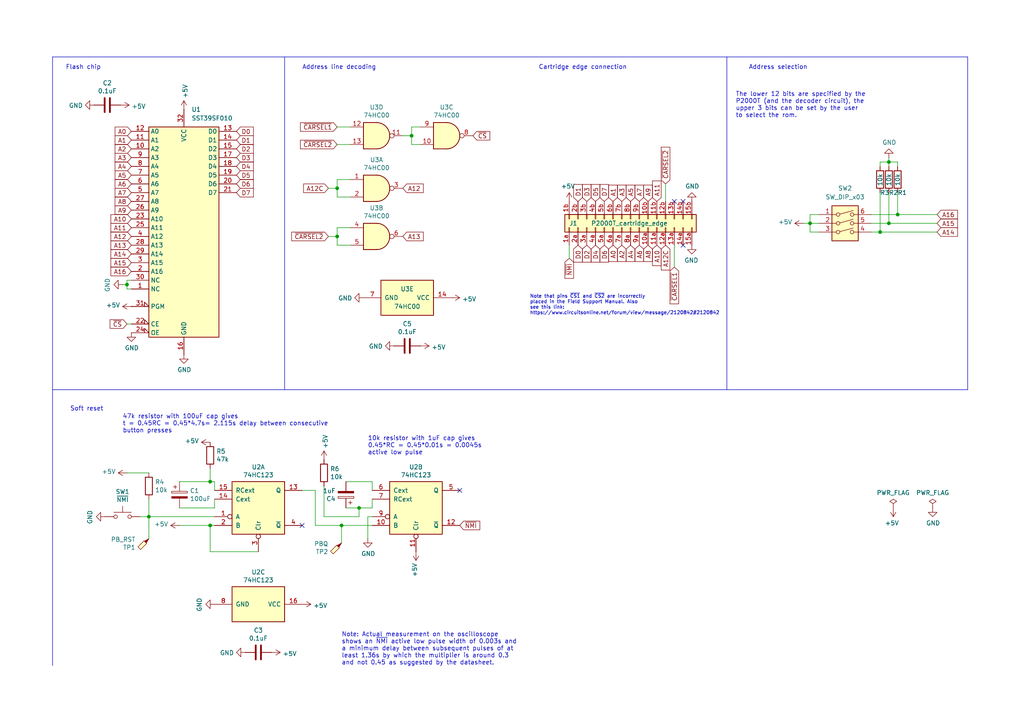
<source format=kicad_sch>
(kicad_sch
	(version 20231120)
	(generator "eeschema")
	(generator_version "8.0")
	(uuid "740cd481-e367-42b6-a158-24c759a7a91a")
	(paper "A4")
	(title_block
		(title "P2000T Multirom Cartridge")
		(date "2021-08-14")
		(rev "1")
	)
	(lib_symbols
		(symbol "74xx:74HC00"
			(pin_names
				(offset 1.016)
			)
			(exclude_from_sim no)
			(in_bom yes)
			(on_board yes)
			(property "Reference" "U"
				(at 0 1.27 0)
				(effects
					(font
						(size 1.27 1.27)
					)
				)
			)
			(property "Value" "74HC00"
				(at 0 -1.27 0)
				(effects
					(font
						(size 1.27 1.27)
					)
				)
			)
			(property "Footprint" ""
				(at 0 0 0)
				(effects
					(font
						(size 1.27 1.27)
					)
					(hide yes)
				)
			)
			(property "Datasheet" "http://www.ti.com/lit/gpn/sn74hc00"
				(at 0 0 0)
				(effects
					(font
						(size 1.27 1.27)
					)
					(hide yes)
				)
			)
			(property "Description" "quad 2-input NAND gate"
				(at 0 0 0)
				(effects
					(font
						(size 1.27 1.27)
					)
					(hide yes)
				)
			)
			(property "ki_locked" ""
				(at 0 0 0)
				(effects
					(font
						(size 1.27 1.27)
					)
				)
			)
			(property "ki_keywords" "HCMOS nand 2-input"
				(at 0 0 0)
				(effects
					(font
						(size 1.27 1.27)
					)
					(hide yes)
				)
			)
			(property "ki_fp_filters" "DIP*W7.62mm* SO14*"
				(at 0 0 0)
				(effects
					(font
						(size 1.27 1.27)
					)
					(hide yes)
				)
			)
			(symbol "74HC00_1_1"
				(arc
					(start 0 -3.81)
					(mid 3.7934 0)
					(end 0 3.81)
					(stroke
						(width 0.254)
						(type default)
					)
					(fill
						(type background)
					)
				)
				(polyline
					(pts
						(xy 0 3.81) (xy -3.81 3.81) (xy -3.81 -3.81) (xy 0 -3.81)
					)
					(stroke
						(width 0.254)
						(type default)
					)
					(fill
						(type background)
					)
				)
				(pin input line
					(at -7.62 2.54 0)
					(length 3.81)
					(name "~"
						(effects
							(font
								(size 1.27 1.27)
							)
						)
					)
					(number "1"
						(effects
							(font
								(size 1.27 1.27)
							)
						)
					)
				)
				(pin input line
					(at -7.62 -2.54 0)
					(length 3.81)
					(name "~"
						(effects
							(font
								(size 1.27 1.27)
							)
						)
					)
					(number "2"
						(effects
							(font
								(size 1.27 1.27)
							)
						)
					)
				)
				(pin output inverted
					(at 7.62 0 180)
					(length 3.81)
					(name "~"
						(effects
							(font
								(size 1.27 1.27)
							)
						)
					)
					(number "3"
						(effects
							(font
								(size 1.27 1.27)
							)
						)
					)
				)
			)
			(symbol "74HC00_1_2"
				(arc
					(start -3.81 -3.81)
					(mid -2.589 0)
					(end -3.81 3.81)
					(stroke
						(width 0.254)
						(type default)
					)
					(fill
						(type none)
					)
				)
				(arc
					(start -0.6096 -3.81)
					(mid 2.1842 -2.5851)
					(end 3.81 0)
					(stroke
						(width 0.254)
						(type default)
					)
					(fill
						(type background)
					)
				)
				(polyline
					(pts
						(xy -3.81 -3.81) (xy -0.635 -3.81)
					)
					(stroke
						(width 0.254)
						(type default)
					)
					(fill
						(type background)
					)
				)
				(polyline
					(pts
						(xy -3.81 3.81) (xy -0.635 3.81)
					)
					(stroke
						(width 0.254)
						(type default)
					)
					(fill
						(type background)
					)
				)
				(polyline
					(pts
						(xy -0.635 3.81) (xy -3.81 3.81) (xy -3.81 3.81) (xy -3.556 3.4036) (xy -3.0226 2.2606) (xy -2.6924 1.0414)
						(xy -2.6162 -0.254) (xy -2.7686 -1.4986) (xy -3.175 -2.7178) (xy -3.81 -3.81) (xy -3.81 -3.81)
						(xy -0.635 -3.81)
					)
					(stroke
						(width -25.4)
						(type default)
					)
					(fill
						(type background)
					)
				)
				(arc
					(start 3.81 0)
					(mid 2.1915 2.5936)
					(end -0.6096 3.81)
					(stroke
						(width 0.254)
						(type default)
					)
					(fill
						(type background)
					)
				)
				(pin input inverted
					(at -7.62 2.54 0)
					(length 4.318)
					(name "~"
						(effects
							(font
								(size 1.27 1.27)
							)
						)
					)
					(number "1"
						(effects
							(font
								(size 1.27 1.27)
							)
						)
					)
				)
				(pin input inverted
					(at -7.62 -2.54 0)
					(length 4.318)
					(name "~"
						(effects
							(font
								(size 1.27 1.27)
							)
						)
					)
					(number "2"
						(effects
							(font
								(size 1.27 1.27)
							)
						)
					)
				)
				(pin output line
					(at 7.62 0 180)
					(length 3.81)
					(name "~"
						(effects
							(font
								(size 1.27 1.27)
							)
						)
					)
					(number "3"
						(effects
							(font
								(size 1.27 1.27)
							)
						)
					)
				)
			)
			(symbol "74HC00_2_1"
				(arc
					(start 0 -3.81)
					(mid 3.7934 0)
					(end 0 3.81)
					(stroke
						(width 0.254)
						(type default)
					)
					(fill
						(type background)
					)
				)
				(polyline
					(pts
						(xy 0 3.81) (xy -3.81 3.81) (xy -3.81 -3.81) (xy 0 -3.81)
					)
					(stroke
						(width 0.254)
						(type default)
					)
					(fill
						(type background)
					)
				)
				(pin input line
					(at -7.62 2.54 0)
					(length 3.81)
					(name "~"
						(effects
							(font
								(size 1.27 1.27)
							)
						)
					)
					(number "4"
						(effects
							(font
								(size 1.27 1.27)
							)
						)
					)
				)
				(pin input line
					(at -7.62 -2.54 0)
					(length 3.81)
					(name "~"
						(effects
							(font
								(size 1.27 1.27)
							)
						)
					)
					(number "5"
						(effects
							(font
								(size 1.27 1.27)
							)
						)
					)
				)
				(pin output inverted
					(at 7.62 0 180)
					(length 3.81)
					(name "~"
						(effects
							(font
								(size 1.27 1.27)
							)
						)
					)
					(number "6"
						(effects
							(font
								(size 1.27 1.27)
							)
						)
					)
				)
			)
			(symbol "74HC00_2_2"
				(arc
					(start -3.81 -3.81)
					(mid -2.589 0)
					(end -3.81 3.81)
					(stroke
						(width 0.254)
						(type default)
					)
					(fill
						(type none)
					)
				)
				(arc
					(start -0.6096 -3.81)
					(mid 2.1842 -2.5851)
					(end 3.81 0)
					(stroke
						(width 0.254)
						(type default)
					)
					(fill
						(type background)
					)
				)
				(polyline
					(pts
						(xy -3.81 -3.81) (xy -0.635 -3.81)
					)
					(stroke
						(width 0.254)
						(type default)
					)
					(fill
						(type background)
					)
				)
				(polyline
					(pts
						(xy -3.81 3.81) (xy -0.635 3.81)
					)
					(stroke
						(width 0.254)
						(type default)
					)
					(fill
						(type background)
					)
				)
				(polyline
					(pts
						(xy -0.635 3.81) (xy -3.81 3.81) (xy -3.81 3.81) (xy -3.556 3.4036) (xy -3.0226 2.2606) (xy -2.6924 1.0414)
						(xy -2.6162 -0.254) (xy -2.7686 -1.4986) (xy -3.175 -2.7178) (xy -3.81 -3.81) (xy -3.81 -3.81)
						(xy -0.635 -3.81)
					)
					(stroke
						(width -25.4)
						(type default)
					)
					(fill
						(type background)
					)
				)
				(arc
					(start 3.81 0)
					(mid 2.1915 2.5936)
					(end -0.6096 3.81)
					(stroke
						(width 0.254)
						(type default)
					)
					(fill
						(type background)
					)
				)
				(pin input inverted
					(at -7.62 2.54 0)
					(length 4.318)
					(name "~"
						(effects
							(font
								(size 1.27 1.27)
							)
						)
					)
					(number "4"
						(effects
							(font
								(size 1.27 1.27)
							)
						)
					)
				)
				(pin input inverted
					(at -7.62 -2.54 0)
					(length 4.318)
					(name "~"
						(effects
							(font
								(size 1.27 1.27)
							)
						)
					)
					(number "5"
						(effects
							(font
								(size 1.27 1.27)
							)
						)
					)
				)
				(pin output line
					(at 7.62 0 180)
					(length 3.81)
					(name "~"
						(effects
							(font
								(size 1.27 1.27)
							)
						)
					)
					(number "6"
						(effects
							(font
								(size 1.27 1.27)
							)
						)
					)
				)
			)
			(symbol "74HC00_3_1"
				(arc
					(start 0 -3.81)
					(mid 3.7934 0)
					(end 0 3.81)
					(stroke
						(width 0.254)
						(type default)
					)
					(fill
						(type background)
					)
				)
				(polyline
					(pts
						(xy 0 3.81) (xy -3.81 3.81) (xy -3.81 -3.81) (xy 0 -3.81)
					)
					(stroke
						(width 0.254)
						(type default)
					)
					(fill
						(type background)
					)
				)
				(pin input line
					(at -7.62 -2.54 0)
					(length 3.81)
					(name "~"
						(effects
							(font
								(size 1.27 1.27)
							)
						)
					)
					(number "10"
						(effects
							(font
								(size 1.27 1.27)
							)
						)
					)
				)
				(pin output inverted
					(at 7.62 0 180)
					(length 3.81)
					(name "~"
						(effects
							(font
								(size 1.27 1.27)
							)
						)
					)
					(number "8"
						(effects
							(font
								(size 1.27 1.27)
							)
						)
					)
				)
				(pin input line
					(at -7.62 2.54 0)
					(length 3.81)
					(name "~"
						(effects
							(font
								(size 1.27 1.27)
							)
						)
					)
					(number "9"
						(effects
							(font
								(size 1.27 1.27)
							)
						)
					)
				)
			)
			(symbol "74HC00_3_2"
				(arc
					(start -3.81 -3.81)
					(mid -2.589 0)
					(end -3.81 3.81)
					(stroke
						(width 0.254)
						(type default)
					)
					(fill
						(type none)
					)
				)
				(arc
					(start -0.6096 -3.81)
					(mid 2.1842 -2.5851)
					(end 3.81 0)
					(stroke
						(width 0.254)
						(type default)
					)
					(fill
						(type background)
					)
				)
				(polyline
					(pts
						(xy -3.81 -3.81) (xy -0.635 -3.81)
					)
					(stroke
						(width 0.254)
						(type default)
					)
					(fill
						(type background)
					)
				)
				(polyline
					(pts
						(xy -3.81 3.81) (xy -0.635 3.81)
					)
					(stroke
						(width 0.254)
						(type default)
					)
					(fill
						(type background)
					)
				)
				(polyline
					(pts
						(xy -0.635 3.81) (xy -3.81 3.81) (xy -3.81 3.81) (xy -3.556 3.4036) (xy -3.0226 2.2606) (xy -2.6924 1.0414)
						(xy -2.6162 -0.254) (xy -2.7686 -1.4986) (xy -3.175 -2.7178) (xy -3.81 -3.81) (xy -3.81 -3.81)
						(xy -0.635 -3.81)
					)
					(stroke
						(width -25.4)
						(type default)
					)
					(fill
						(type background)
					)
				)
				(arc
					(start 3.81 0)
					(mid 2.1915 2.5936)
					(end -0.6096 3.81)
					(stroke
						(width 0.254)
						(type default)
					)
					(fill
						(type background)
					)
				)
				(pin input inverted
					(at -7.62 -2.54 0)
					(length 4.318)
					(name "~"
						(effects
							(font
								(size 1.27 1.27)
							)
						)
					)
					(number "10"
						(effects
							(font
								(size 1.27 1.27)
							)
						)
					)
				)
				(pin output line
					(at 7.62 0 180)
					(length 3.81)
					(name "~"
						(effects
							(font
								(size 1.27 1.27)
							)
						)
					)
					(number "8"
						(effects
							(font
								(size 1.27 1.27)
							)
						)
					)
				)
				(pin input inverted
					(at -7.62 2.54 0)
					(length 4.318)
					(name "~"
						(effects
							(font
								(size 1.27 1.27)
							)
						)
					)
					(number "9"
						(effects
							(font
								(size 1.27 1.27)
							)
						)
					)
				)
			)
			(symbol "74HC00_4_1"
				(arc
					(start 0 -3.81)
					(mid 3.7934 0)
					(end 0 3.81)
					(stroke
						(width 0.254)
						(type default)
					)
					(fill
						(type background)
					)
				)
				(polyline
					(pts
						(xy 0 3.81) (xy -3.81 3.81) (xy -3.81 -3.81) (xy 0 -3.81)
					)
					(stroke
						(width 0.254)
						(type default)
					)
					(fill
						(type background)
					)
				)
				(pin output inverted
					(at 7.62 0 180)
					(length 3.81)
					(name "~"
						(effects
							(font
								(size 1.27 1.27)
							)
						)
					)
					(number "11"
						(effects
							(font
								(size 1.27 1.27)
							)
						)
					)
				)
				(pin input line
					(at -7.62 2.54 0)
					(length 3.81)
					(name "~"
						(effects
							(font
								(size 1.27 1.27)
							)
						)
					)
					(number "12"
						(effects
							(font
								(size 1.27 1.27)
							)
						)
					)
				)
				(pin input line
					(at -7.62 -2.54 0)
					(length 3.81)
					(name "~"
						(effects
							(font
								(size 1.27 1.27)
							)
						)
					)
					(number "13"
						(effects
							(font
								(size 1.27 1.27)
							)
						)
					)
				)
			)
			(symbol "74HC00_4_2"
				(arc
					(start -3.81 -3.81)
					(mid -2.589 0)
					(end -3.81 3.81)
					(stroke
						(width 0.254)
						(type default)
					)
					(fill
						(type none)
					)
				)
				(arc
					(start -0.6096 -3.81)
					(mid 2.1842 -2.5851)
					(end 3.81 0)
					(stroke
						(width 0.254)
						(type default)
					)
					(fill
						(type background)
					)
				)
				(polyline
					(pts
						(xy -3.81 -3.81) (xy -0.635 -3.81)
					)
					(stroke
						(width 0.254)
						(type default)
					)
					(fill
						(type background)
					)
				)
				(polyline
					(pts
						(xy -3.81 3.81) (xy -0.635 3.81)
					)
					(stroke
						(width 0.254)
						(type default)
					)
					(fill
						(type background)
					)
				)
				(polyline
					(pts
						(xy -0.635 3.81) (xy -3.81 3.81) (xy -3.81 3.81) (xy -3.556 3.4036) (xy -3.0226 2.2606) (xy -2.6924 1.0414)
						(xy -2.6162 -0.254) (xy -2.7686 -1.4986) (xy -3.175 -2.7178) (xy -3.81 -3.81) (xy -3.81 -3.81)
						(xy -0.635 -3.81)
					)
					(stroke
						(width -25.4)
						(type default)
					)
					(fill
						(type background)
					)
				)
				(arc
					(start 3.81 0)
					(mid 2.1915 2.5936)
					(end -0.6096 3.81)
					(stroke
						(width 0.254)
						(type default)
					)
					(fill
						(type background)
					)
				)
				(pin output line
					(at 7.62 0 180)
					(length 3.81)
					(name "~"
						(effects
							(font
								(size 1.27 1.27)
							)
						)
					)
					(number "11"
						(effects
							(font
								(size 1.27 1.27)
							)
						)
					)
				)
				(pin input inverted
					(at -7.62 2.54 0)
					(length 4.318)
					(name "~"
						(effects
							(font
								(size 1.27 1.27)
							)
						)
					)
					(number "12"
						(effects
							(font
								(size 1.27 1.27)
							)
						)
					)
				)
				(pin input inverted
					(at -7.62 -2.54 0)
					(length 4.318)
					(name "~"
						(effects
							(font
								(size 1.27 1.27)
							)
						)
					)
					(number "13"
						(effects
							(font
								(size 1.27 1.27)
							)
						)
					)
				)
			)
			(symbol "74HC00_5_0"
				(pin power_in line
					(at 0 12.7 270)
					(length 5.08)
					(name "VCC"
						(effects
							(font
								(size 1.27 1.27)
							)
						)
					)
					(number "14"
						(effects
							(font
								(size 1.27 1.27)
							)
						)
					)
				)
				(pin power_in line
					(at 0 -12.7 90)
					(length 5.08)
					(name "GND"
						(effects
							(font
								(size 1.27 1.27)
							)
						)
					)
					(number "7"
						(effects
							(font
								(size 1.27 1.27)
							)
						)
					)
				)
			)
			(symbol "74HC00_5_1"
				(rectangle
					(start -5.08 7.62)
					(end 5.08 -7.62)
					(stroke
						(width 0.254)
						(type default)
					)
					(fill
						(type background)
					)
				)
			)
		)
		(symbol "Connector:TestPoint_Probe"
			(pin_numbers hide)
			(pin_names
				(offset 0.762) hide)
			(exclude_from_sim no)
			(in_bom yes)
			(on_board yes)
			(property "Reference" "TP"
				(at 1.651 5.842 0)
				(effects
					(font
						(size 1.27 1.27)
					)
				)
			)
			(property "Value" "TestPoint_Probe"
				(at 1.651 4.064 0)
				(effects
					(font
						(size 1.27 1.27)
					)
				)
			)
			(property "Footprint" ""
				(at 5.08 0 0)
				(effects
					(font
						(size 1.27 1.27)
					)
					(hide yes)
				)
			)
			(property "Datasheet" "~"
				(at 5.08 0 0)
				(effects
					(font
						(size 1.27 1.27)
					)
					(hide yes)
				)
			)
			(property "Description" "test point (alternative probe-style design)"
				(at 0 0 0)
				(effects
					(font
						(size 1.27 1.27)
					)
					(hide yes)
				)
			)
			(property "ki_keywords" "test point tp"
				(at 0 0 0)
				(effects
					(font
						(size 1.27 1.27)
					)
					(hide yes)
				)
			)
			(property "ki_fp_filters" "Pin* Test*"
				(at 0 0 0)
				(effects
					(font
						(size 1.27 1.27)
					)
					(hide yes)
				)
			)
			(symbol "TestPoint_Probe_0_1"
				(polyline
					(pts
						(xy 1.27 0.762) (xy 0 0) (xy 0.762 1.27) (xy 1.27 0.762)
					)
					(stroke
						(width 0)
						(type default)
					)
					(fill
						(type outline)
					)
				)
				(polyline
					(pts
						(xy 1.397 0.635) (xy 0.635 1.397) (xy 2.413 3.175) (xy 3.175 2.413) (xy 1.397 0.635)
					)
					(stroke
						(width 0)
						(type default)
					)
					(fill
						(type background)
					)
				)
			)
			(symbol "TestPoint_Probe_1_1"
				(pin passive line
					(at 0 0 90)
					(length 0)
					(name "1"
						(effects
							(font
								(size 1.27 1.27)
							)
						)
					)
					(number "1"
						(effects
							(font
								(size 1.27 1.27)
							)
						)
					)
				)
			)
		)
		(symbol "Connector_Generic:Conn_02x15_Row_Letter_Last"
			(pin_names
				(offset 1.016) hide)
			(exclude_from_sim no)
			(in_bom yes)
			(on_board yes)
			(property "Reference" "J"
				(at 1.27 20.32 0)
				(effects
					(font
						(size 1.27 1.27)
					)
				)
			)
			(property "Value" "Conn_02x15_Row_Letter_Last"
				(at 1.27 -20.32 0)
				(effects
					(font
						(size 1.27 1.27)
					)
				)
			)
			(property "Footprint" ""
				(at 0 0 0)
				(effects
					(font
						(size 1.27 1.27)
					)
					(hide yes)
				)
			)
			(property "Datasheet" "~"
				(at 0 0 0)
				(effects
					(font
						(size 1.27 1.27)
					)
					(hide yes)
				)
			)
			(property "Description" "Generic connector, double row, 02x15, row letter last pin numbering scheme (pin number consists of a letter for the row and a number for the pin index in this row. 1a, ..., Na; 1b, ..., Nb)), script generated (kicad-library-utils/schlib/autogen/connector/)"
				(at 0 0 0)
				(effects
					(font
						(size 1.27 1.27)
					)
					(hide yes)
				)
			)
			(property "ki_keywords" "connector"
				(at 0 0 0)
				(effects
					(font
						(size 1.27 1.27)
					)
					(hide yes)
				)
			)
			(property "ki_fp_filters" "Connector*:*_2x??_*"
				(at 0 0 0)
				(effects
					(font
						(size 1.27 1.27)
					)
					(hide yes)
				)
			)
			(symbol "Conn_02x15_Row_Letter_Last_1_1"
				(rectangle
					(start -1.27 -17.653)
					(end 0 -17.907)
					(stroke
						(width 0.1524)
						(type default)
					)
					(fill
						(type none)
					)
				)
				(rectangle
					(start -1.27 -15.113)
					(end 0 -15.367)
					(stroke
						(width 0.1524)
						(type default)
					)
					(fill
						(type none)
					)
				)
				(rectangle
					(start -1.27 -12.573)
					(end 0 -12.827)
					(stroke
						(width 0.1524)
						(type default)
					)
					(fill
						(type none)
					)
				)
				(rectangle
					(start -1.27 -10.033)
					(end 0 -10.287)
					(stroke
						(width 0.1524)
						(type default)
					)
					(fill
						(type none)
					)
				)
				(rectangle
					(start -1.27 -7.493)
					(end 0 -7.747)
					(stroke
						(width 0.1524)
						(type default)
					)
					(fill
						(type none)
					)
				)
				(rectangle
					(start -1.27 -4.953)
					(end 0 -5.207)
					(stroke
						(width 0.1524)
						(type default)
					)
					(fill
						(type none)
					)
				)
				(rectangle
					(start -1.27 -2.413)
					(end 0 -2.667)
					(stroke
						(width 0.1524)
						(type default)
					)
					(fill
						(type none)
					)
				)
				(rectangle
					(start -1.27 0.127)
					(end 0 -0.127)
					(stroke
						(width 0.1524)
						(type default)
					)
					(fill
						(type none)
					)
				)
				(rectangle
					(start -1.27 2.667)
					(end 0 2.413)
					(stroke
						(width 0.1524)
						(type default)
					)
					(fill
						(type none)
					)
				)
				(rectangle
					(start -1.27 5.207)
					(end 0 4.953)
					(stroke
						(width 0.1524)
						(type default)
					)
					(fill
						(type none)
					)
				)
				(rectangle
					(start -1.27 7.747)
					(end 0 7.493)
					(stroke
						(width 0.1524)
						(type default)
					)
					(fill
						(type none)
					)
				)
				(rectangle
					(start -1.27 10.287)
					(end 0 10.033)
					(stroke
						(width 0.1524)
						(type default)
					)
					(fill
						(type none)
					)
				)
				(rectangle
					(start -1.27 12.827)
					(end 0 12.573)
					(stroke
						(width 0.1524)
						(type default)
					)
					(fill
						(type none)
					)
				)
				(rectangle
					(start -1.27 15.367)
					(end 0 15.113)
					(stroke
						(width 0.1524)
						(type default)
					)
					(fill
						(type none)
					)
				)
				(rectangle
					(start -1.27 17.907)
					(end 0 17.653)
					(stroke
						(width 0.1524)
						(type default)
					)
					(fill
						(type none)
					)
				)
				(rectangle
					(start -1.27 19.05)
					(end 3.81 -19.05)
					(stroke
						(width 0.254)
						(type default)
					)
					(fill
						(type background)
					)
				)
				(rectangle
					(start 3.81 -17.653)
					(end 2.54 -17.907)
					(stroke
						(width 0.1524)
						(type default)
					)
					(fill
						(type none)
					)
				)
				(rectangle
					(start 3.81 -15.113)
					(end 2.54 -15.367)
					(stroke
						(width 0.1524)
						(type default)
					)
					(fill
						(type none)
					)
				)
				(rectangle
					(start 3.81 -12.573)
					(end 2.54 -12.827)
					(stroke
						(width 0.1524)
						(type default)
					)
					(fill
						(type none)
					)
				)
				(rectangle
					(start 3.81 -10.033)
					(end 2.54 -10.287)
					(stroke
						(width 0.1524)
						(type default)
					)
					(fill
						(type none)
					)
				)
				(rectangle
					(start 3.81 -7.493)
					(end 2.54 -7.747)
					(stroke
						(width 0.1524)
						(type default)
					)
					(fill
						(type none)
					)
				)
				(rectangle
					(start 3.81 -4.953)
					(end 2.54 -5.207)
					(stroke
						(width 0.1524)
						(type default)
					)
					(fill
						(type none)
					)
				)
				(rectangle
					(start 3.81 -2.413)
					(end 2.54 -2.667)
					(stroke
						(width 0.1524)
						(type default)
					)
					(fill
						(type none)
					)
				)
				(rectangle
					(start 3.81 0.127)
					(end 2.54 -0.127)
					(stroke
						(width 0.1524)
						(type default)
					)
					(fill
						(type none)
					)
				)
				(rectangle
					(start 3.81 2.667)
					(end 2.54 2.413)
					(stroke
						(width 0.1524)
						(type default)
					)
					(fill
						(type none)
					)
				)
				(rectangle
					(start 3.81 5.207)
					(end 2.54 4.953)
					(stroke
						(width 0.1524)
						(type default)
					)
					(fill
						(type none)
					)
				)
				(rectangle
					(start 3.81 7.747)
					(end 2.54 7.493)
					(stroke
						(width 0.1524)
						(type default)
					)
					(fill
						(type none)
					)
				)
				(rectangle
					(start 3.81 10.287)
					(end 2.54 10.033)
					(stroke
						(width 0.1524)
						(type default)
					)
					(fill
						(type none)
					)
				)
				(rectangle
					(start 3.81 12.827)
					(end 2.54 12.573)
					(stroke
						(width 0.1524)
						(type default)
					)
					(fill
						(type none)
					)
				)
				(rectangle
					(start 3.81 15.367)
					(end 2.54 15.113)
					(stroke
						(width 0.1524)
						(type default)
					)
					(fill
						(type none)
					)
				)
				(rectangle
					(start 3.81 17.907)
					(end 2.54 17.653)
					(stroke
						(width 0.1524)
						(type default)
					)
					(fill
						(type none)
					)
				)
				(pin passive line
					(at -5.08 -5.08 0)
					(length 3.81)
					(name "Pin_10a"
						(effects
							(font
								(size 1.27 1.27)
							)
						)
					)
					(number "10a"
						(effects
							(font
								(size 1.27 1.27)
							)
						)
					)
				)
				(pin passive line
					(at 7.62 -5.08 180)
					(length 3.81)
					(name "Pin_10b"
						(effects
							(font
								(size 1.27 1.27)
							)
						)
					)
					(number "10b"
						(effects
							(font
								(size 1.27 1.27)
							)
						)
					)
				)
				(pin passive line
					(at -5.08 -7.62 0)
					(length 3.81)
					(name "Pin_11a"
						(effects
							(font
								(size 1.27 1.27)
							)
						)
					)
					(number "11a"
						(effects
							(font
								(size 1.27 1.27)
							)
						)
					)
				)
				(pin passive line
					(at 7.62 -7.62 180)
					(length 3.81)
					(name "Pin_11b"
						(effects
							(font
								(size 1.27 1.27)
							)
						)
					)
					(number "11b"
						(effects
							(font
								(size 1.27 1.27)
							)
						)
					)
				)
				(pin passive line
					(at -5.08 -10.16 0)
					(length 3.81)
					(name "Pin_12a"
						(effects
							(font
								(size 1.27 1.27)
							)
						)
					)
					(number "12a"
						(effects
							(font
								(size 1.27 1.27)
							)
						)
					)
				)
				(pin passive line
					(at 7.62 -10.16 180)
					(length 3.81)
					(name "Pin_12b"
						(effects
							(font
								(size 1.27 1.27)
							)
						)
					)
					(number "12b"
						(effects
							(font
								(size 1.27 1.27)
							)
						)
					)
				)
				(pin passive line
					(at -5.08 -12.7 0)
					(length 3.81)
					(name "Pin_13a"
						(effects
							(font
								(size 1.27 1.27)
							)
						)
					)
					(number "13a"
						(effects
							(font
								(size 1.27 1.27)
							)
						)
					)
				)
				(pin passive line
					(at 7.62 -12.7 180)
					(length 3.81)
					(name "Pin_13b"
						(effects
							(font
								(size 1.27 1.27)
							)
						)
					)
					(number "13b"
						(effects
							(font
								(size 1.27 1.27)
							)
						)
					)
				)
				(pin passive line
					(at -5.08 -15.24 0)
					(length 3.81)
					(name "Pin_14a"
						(effects
							(font
								(size 1.27 1.27)
							)
						)
					)
					(number "14a"
						(effects
							(font
								(size 1.27 1.27)
							)
						)
					)
				)
				(pin passive line
					(at 7.62 -15.24 180)
					(length 3.81)
					(name "Pin_14b"
						(effects
							(font
								(size 1.27 1.27)
							)
						)
					)
					(number "14b"
						(effects
							(font
								(size 1.27 1.27)
							)
						)
					)
				)
				(pin passive line
					(at -5.08 -17.78 0)
					(length 3.81)
					(name "Pin_15a"
						(effects
							(font
								(size 1.27 1.27)
							)
						)
					)
					(number "15a"
						(effects
							(font
								(size 1.27 1.27)
							)
						)
					)
				)
				(pin passive line
					(at 7.62 -17.78 180)
					(length 3.81)
					(name "Pin_15b"
						(effects
							(font
								(size 1.27 1.27)
							)
						)
					)
					(number "15b"
						(effects
							(font
								(size 1.27 1.27)
							)
						)
					)
				)
				(pin passive line
					(at -5.08 17.78 0)
					(length 3.81)
					(name "Pin_1a"
						(effects
							(font
								(size 1.27 1.27)
							)
						)
					)
					(number "1a"
						(effects
							(font
								(size 1.27 1.27)
							)
						)
					)
				)
				(pin passive line
					(at 7.62 17.78 180)
					(length 3.81)
					(name "Pin_1b"
						(effects
							(font
								(size 1.27 1.27)
							)
						)
					)
					(number "1b"
						(effects
							(font
								(size 1.27 1.27)
							)
						)
					)
				)
				(pin passive line
					(at -5.08 15.24 0)
					(length 3.81)
					(name "Pin_2a"
						(effects
							(font
								(size 1.27 1.27)
							)
						)
					)
					(number "2a"
						(effects
							(font
								(size 1.27 1.27)
							)
						)
					)
				)
				(pin passive line
					(at 7.62 15.24 180)
					(length 3.81)
					(name "Pin_2b"
						(effects
							(font
								(size 1.27 1.27)
							)
						)
					)
					(number "2b"
						(effects
							(font
								(size 1.27 1.27)
							)
						)
					)
				)
				(pin passive line
					(at -5.08 12.7 0)
					(length 3.81)
					(name "Pin_3a"
						(effects
							(font
								(size 1.27 1.27)
							)
						)
					)
					(number "3a"
						(effects
							(font
								(size 1.27 1.27)
							)
						)
					)
				)
				(pin passive line
					(at 7.62 12.7 180)
					(length 3.81)
					(name "Pin_3b"
						(effects
							(font
								(size 1.27 1.27)
							)
						)
					)
					(number "3b"
						(effects
							(font
								(size 1.27 1.27)
							)
						)
					)
				)
				(pin passive line
					(at -5.08 10.16 0)
					(length 3.81)
					(name "Pin_4a"
						(effects
							(font
								(size 1.27 1.27)
							)
						)
					)
					(number "4a"
						(effects
							(font
								(size 1.27 1.27)
							)
						)
					)
				)
				(pin passive line
					(at 7.62 10.16 180)
					(length 3.81)
					(name "Pin_4b"
						(effects
							(font
								(size 1.27 1.27)
							)
						)
					)
					(number "4b"
						(effects
							(font
								(size 1.27 1.27)
							)
						)
					)
				)
				(pin passive line
					(at -5.08 7.62 0)
					(length 3.81)
					(name "Pin_5a"
						(effects
							(font
								(size 1.27 1.27)
							)
						)
					)
					(number "5a"
						(effects
							(font
								(size 1.27 1.27)
							)
						)
					)
				)
				(pin passive line
					(at 7.62 7.62 180)
					(length 3.81)
					(name "Pin_5b"
						(effects
							(font
								(size 1.27 1.27)
							)
						)
					)
					(number "5b"
						(effects
							(font
								(size 1.27 1.27)
							)
						)
					)
				)
				(pin passive line
					(at -5.08 5.08 0)
					(length 3.81)
					(name "Pin_6a"
						(effects
							(font
								(size 1.27 1.27)
							)
						)
					)
					(number "6a"
						(effects
							(font
								(size 1.27 1.27)
							)
						)
					)
				)
				(pin passive line
					(at 7.62 5.08 180)
					(length 3.81)
					(name "Pin_6b"
						(effects
							(font
								(size 1.27 1.27)
							)
						)
					)
					(number "6b"
						(effects
							(font
								(size 1.27 1.27)
							)
						)
					)
				)
				(pin passive line
					(at -5.08 2.54 0)
					(length 3.81)
					(name "Pin_7a"
						(effects
							(font
								(size 1.27 1.27)
							)
						)
					)
					(number "7a"
						(effects
							(font
								(size 1.27 1.27)
							)
						)
					)
				)
				(pin passive line
					(at 7.62 2.54 180)
					(length 3.81)
					(name "Pin_7b"
						(effects
							(font
								(size 1.27 1.27)
							)
						)
					)
					(number "7b"
						(effects
							(font
								(size 1.27 1.27)
							)
						)
					)
				)
				(pin passive line
					(at -5.08 0 0)
					(length 3.81)
					(name "Pin_8a"
						(effects
							(font
								(size 1.27 1.27)
							)
						)
					)
					(number "8a"
						(effects
							(font
								(size 1.27 1.27)
							)
						)
					)
				)
				(pin passive line
					(at 7.62 0 180)
					(length 3.81)
					(name "Pin_8b"
						(effects
							(font
								(size 1.27 1.27)
							)
						)
					)
					(number "8b"
						(effects
							(font
								(size 1.27 1.27)
							)
						)
					)
				)
				(pin passive line
					(at -5.08 -2.54 0)
					(length 3.81)
					(name "Pin_9a"
						(effects
							(font
								(size 1.27 1.27)
							)
						)
					)
					(number "9a"
						(effects
							(font
								(size 1.27 1.27)
							)
						)
					)
				)
				(pin passive line
					(at 7.62 -2.54 180)
					(length 3.81)
					(name "Pin_9b"
						(effects
							(font
								(size 1.27 1.27)
							)
						)
					)
					(number "9b"
						(effects
							(font
								(size 1.27 1.27)
							)
						)
					)
				)
			)
		)
		(symbol "Device:C"
			(pin_numbers hide)
			(pin_names
				(offset 0.254)
			)
			(exclude_from_sim no)
			(in_bom yes)
			(on_board yes)
			(property "Reference" "C"
				(at 0.635 2.54 0)
				(effects
					(font
						(size 1.27 1.27)
					)
					(justify left)
				)
			)
			(property "Value" "C"
				(at 0.635 -2.54 0)
				(effects
					(font
						(size 1.27 1.27)
					)
					(justify left)
				)
			)
			(property "Footprint" ""
				(at 0.9652 -3.81 0)
				(effects
					(font
						(size 1.27 1.27)
					)
					(hide yes)
				)
			)
			(property "Datasheet" "~"
				(at 0 0 0)
				(effects
					(font
						(size 1.27 1.27)
					)
					(hide yes)
				)
			)
			(property "Description" "Unpolarized capacitor"
				(at 0 0 0)
				(effects
					(font
						(size 1.27 1.27)
					)
					(hide yes)
				)
			)
			(property "ki_keywords" "cap capacitor"
				(at 0 0 0)
				(effects
					(font
						(size 1.27 1.27)
					)
					(hide yes)
				)
			)
			(property "ki_fp_filters" "C_*"
				(at 0 0 0)
				(effects
					(font
						(size 1.27 1.27)
					)
					(hide yes)
				)
			)
			(symbol "C_0_1"
				(polyline
					(pts
						(xy -2.032 -0.762) (xy 2.032 -0.762)
					)
					(stroke
						(width 0.508)
						(type default)
					)
					(fill
						(type none)
					)
				)
				(polyline
					(pts
						(xy -2.032 0.762) (xy 2.032 0.762)
					)
					(stroke
						(width 0.508)
						(type default)
					)
					(fill
						(type none)
					)
				)
			)
			(symbol "C_1_1"
				(pin passive line
					(at 0 3.81 270)
					(length 2.794)
					(name "~"
						(effects
							(font
								(size 1.27 1.27)
							)
						)
					)
					(number "1"
						(effects
							(font
								(size 1.27 1.27)
							)
						)
					)
				)
				(pin passive line
					(at 0 -3.81 90)
					(length 2.794)
					(name "~"
						(effects
							(font
								(size 1.27 1.27)
							)
						)
					)
					(number "2"
						(effects
							(font
								(size 1.27 1.27)
							)
						)
					)
				)
			)
		)
		(symbol "Device:R"
			(pin_numbers hide)
			(pin_names
				(offset 0)
			)
			(exclude_from_sim no)
			(in_bom yes)
			(on_board yes)
			(property "Reference" "R"
				(at 2.032 0 90)
				(effects
					(font
						(size 1.27 1.27)
					)
				)
			)
			(property "Value" "R"
				(at 0 0 90)
				(effects
					(font
						(size 1.27 1.27)
					)
				)
			)
			(property "Footprint" ""
				(at -1.778 0 90)
				(effects
					(font
						(size 1.27 1.27)
					)
					(hide yes)
				)
			)
			(property "Datasheet" "~"
				(at 0 0 0)
				(effects
					(font
						(size 1.27 1.27)
					)
					(hide yes)
				)
			)
			(property "Description" "Resistor"
				(at 0 0 0)
				(effects
					(font
						(size 1.27 1.27)
					)
					(hide yes)
				)
			)
			(property "ki_keywords" "R res resistor"
				(at 0 0 0)
				(effects
					(font
						(size 1.27 1.27)
					)
					(hide yes)
				)
			)
			(property "ki_fp_filters" "R_*"
				(at 0 0 0)
				(effects
					(font
						(size 1.27 1.27)
					)
					(hide yes)
				)
			)
			(symbol "R_0_1"
				(rectangle
					(start -1.016 -2.54)
					(end 1.016 2.54)
					(stroke
						(width 0.254)
						(type default)
					)
					(fill
						(type none)
					)
				)
			)
			(symbol "R_1_1"
				(pin passive line
					(at 0 3.81 270)
					(length 1.27)
					(name "~"
						(effects
							(font
								(size 1.27 1.27)
							)
						)
					)
					(number "1"
						(effects
							(font
								(size 1.27 1.27)
							)
						)
					)
				)
				(pin passive line
					(at 0 -3.81 90)
					(length 1.27)
					(name "~"
						(effects
							(font
								(size 1.27 1.27)
							)
						)
					)
					(number "2"
						(effects
							(font
								(size 1.27 1.27)
							)
						)
					)
				)
			)
		)
		(symbol "Memory_Flash:SST39SF010"
			(exclude_from_sim no)
			(in_bom yes)
			(on_board yes)
			(property "Reference" "U"
				(at 2.54 33.02 0)
				(effects
					(font
						(size 1.27 1.27)
					)
				)
			)
			(property "Value" "SST39SF010"
				(at 0 -30.48 0)
				(effects
					(font
						(size 1.27 1.27)
					)
				)
			)
			(property "Footprint" ""
				(at 0 7.62 0)
				(effects
					(font
						(size 1.27 1.27)
					)
					(hide yes)
				)
			)
			(property "Datasheet" "http://ww1.microchip.com/downloads/en/DeviceDoc/25022B.pdf"
				(at 0 7.62 0)
				(effects
					(font
						(size 1.27 1.27)
					)
					(hide yes)
				)
			)
			(property "Description" "Silicon Storage Technology (SSF) 128k x 8 Flash ROM"
				(at 0 0 0)
				(effects
					(font
						(size 1.27 1.27)
					)
					(hide yes)
				)
			)
			(property "ki_keywords" "128k flash rom"
				(at 0 0 0)
				(effects
					(font
						(size 1.27 1.27)
					)
					(hide yes)
				)
			)
			(symbol "SST39SF010_0_0"
				(pin power_in line
					(at 0 -34.29 90)
					(length 5.08)
					(name "GND"
						(effects
							(font
								(size 1.27 1.27)
							)
						)
					)
					(number "16"
						(effects
							(font
								(size 1.27 1.27)
							)
						)
					)
				)
				(pin power_in line
					(at 0 36.83 270)
					(length 5.08)
					(name "VCC"
						(effects
							(font
								(size 1.27 1.27)
							)
						)
					)
					(number "32"
						(effects
							(font
								(size 1.27 1.27)
							)
						)
					)
				)
			)
			(symbol "SST39SF010_0_1"
				(rectangle
					(start -10.16 31.75)
					(end 10.16 -29.21)
					(stroke
						(width 0.254)
						(type default)
					)
					(fill
						(type background)
					)
				)
			)
			(symbol "SST39SF010_1_1"
				(pin input line
					(at -15.24 -15.24 0)
					(length 5.08)
					(name "NC"
						(effects
							(font
								(size 1.27 1.27)
							)
						)
					)
					(number "1"
						(effects
							(font
								(size 1.27 1.27)
							)
						)
					)
				)
				(pin input line
					(at -15.24 25.4 0)
					(length 5.08)
					(name "A2"
						(effects
							(font
								(size 1.27 1.27)
							)
						)
					)
					(number "10"
						(effects
							(font
								(size 1.27 1.27)
							)
						)
					)
				)
				(pin input line
					(at -15.24 27.94 0)
					(length 5.08)
					(name "A1"
						(effects
							(font
								(size 1.27 1.27)
							)
						)
					)
					(number "11"
						(effects
							(font
								(size 1.27 1.27)
							)
						)
					)
				)
				(pin input line
					(at -15.24 30.48 0)
					(length 5.08)
					(name "A0"
						(effects
							(font
								(size 1.27 1.27)
							)
						)
					)
					(number "12"
						(effects
							(font
								(size 1.27 1.27)
							)
						)
					)
				)
				(pin tri_state line
					(at 15.24 30.48 180)
					(length 5.08)
					(name "D0"
						(effects
							(font
								(size 1.27 1.27)
							)
						)
					)
					(number "13"
						(effects
							(font
								(size 1.27 1.27)
							)
						)
					)
				)
				(pin tri_state line
					(at 15.24 27.94 180)
					(length 5.08)
					(name "D1"
						(effects
							(font
								(size 1.27 1.27)
							)
						)
					)
					(number "14"
						(effects
							(font
								(size 1.27 1.27)
							)
						)
					)
				)
				(pin tri_state line
					(at 15.24 25.4 180)
					(length 5.08)
					(name "D2"
						(effects
							(font
								(size 1.27 1.27)
							)
						)
					)
					(number "15"
						(effects
							(font
								(size 1.27 1.27)
							)
						)
					)
				)
				(pin tri_state line
					(at 15.24 22.86 180)
					(length 5.08)
					(name "D3"
						(effects
							(font
								(size 1.27 1.27)
							)
						)
					)
					(number "17"
						(effects
							(font
								(size 1.27 1.27)
							)
						)
					)
				)
				(pin tri_state line
					(at 15.24 20.32 180)
					(length 5.08)
					(name "D4"
						(effects
							(font
								(size 1.27 1.27)
							)
						)
					)
					(number "18"
						(effects
							(font
								(size 1.27 1.27)
							)
						)
					)
				)
				(pin tri_state line
					(at 15.24 17.78 180)
					(length 5.08)
					(name "D5"
						(effects
							(font
								(size 1.27 1.27)
							)
						)
					)
					(number "19"
						(effects
							(font
								(size 1.27 1.27)
							)
						)
					)
				)
				(pin input line
					(at -15.24 -10.16 0)
					(length 5.08)
					(name "A16"
						(effects
							(font
								(size 1.27 1.27)
							)
						)
					)
					(number "2"
						(effects
							(font
								(size 1.27 1.27)
							)
						)
					)
				)
				(pin tri_state line
					(at 15.24 15.24 180)
					(length 5.08)
					(name "D6"
						(effects
							(font
								(size 1.27 1.27)
							)
						)
					)
					(number "20"
						(effects
							(font
								(size 1.27 1.27)
							)
						)
					)
				)
				(pin tri_state line
					(at 15.24 12.7 180)
					(length 5.08)
					(name "D7"
						(effects
							(font
								(size 1.27 1.27)
							)
						)
					)
					(number "21"
						(effects
							(font
								(size 1.27 1.27)
							)
						)
					)
				)
				(pin input input_low
					(at -15.24 -25.4 0)
					(length 5.08)
					(name "CE"
						(effects
							(font
								(size 1.27 1.27)
							)
						)
					)
					(number "22"
						(effects
							(font
								(size 1.27 1.27)
							)
						)
					)
				)
				(pin input line
					(at -15.24 5.08 0)
					(length 5.08)
					(name "A10"
						(effects
							(font
								(size 1.27 1.27)
							)
						)
					)
					(number "23"
						(effects
							(font
								(size 1.27 1.27)
							)
						)
					)
				)
				(pin input input_low
					(at -15.24 -27.94 0)
					(length 5.08)
					(name "OE"
						(effects
							(font
								(size 1.27 1.27)
							)
						)
					)
					(number "24"
						(effects
							(font
								(size 1.27 1.27)
							)
						)
					)
				)
				(pin input line
					(at -15.24 2.54 0)
					(length 5.08)
					(name "A11"
						(effects
							(font
								(size 1.27 1.27)
							)
						)
					)
					(number "25"
						(effects
							(font
								(size 1.27 1.27)
							)
						)
					)
				)
				(pin input line
					(at -15.24 7.62 0)
					(length 5.08)
					(name "A9"
						(effects
							(font
								(size 1.27 1.27)
							)
						)
					)
					(number "26"
						(effects
							(font
								(size 1.27 1.27)
							)
						)
					)
				)
				(pin input line
					(at -15.24 10.16 0)
					(length 5.08)
					(name "A8"
						(effects
							(font
								(size 1.27 1.27)
							)
						)
					)
					(number "27"
						(effects
							(font
								(size 1.27 1.27)
							)
						)
					)
				)
				(pin input line
					(at -15.24 -2.54 0)
					(length 5.08)
					(name "A13"
						(effects
							(font
								(size 1.27 1.27)
							)
						)
					)
					(number "28"
						(effects
							(font
								(size 1.27 1.27)
							)
						)
					)
				)
				(pin input line
					(at -15.24 -5.08 0)
					(length 5.08)
					(name "A14"
						(effects
							(font
								(size 1.27 1.27)
							)
						)
					)
					(number "29"
						(effects
							(font
								(size 1.27 1.27)
							)
						)
					)
				)
				(pin input line
					(at -15.24 -7.62 0)
					(length 5.08)
					(name "A15"
						(effects
							(font
								(size 1.27 1.27)
							)
						)
					)
					(number "3"
						(effects
							(font
								(size 1.27 1.27)
							)
						)
					)
				)
				(pin input line
					(at -15.24 -12.7 0)
					(length 5.08)
					(name "NC"
						(effects
							(font
								(size 1.27 1.27)
							)
						)
					)
					(number "30"
						(effects
							(font
								(size 1.27 1.27)
							)
						)
					)
				)
				(pin input input_low
					(at -15.24 -20.32 0)
					(length 5.08)
					(name "PGM"
						(effects
							(font
								(size 1.27 1.27)
							)
						)
					)
					(number "31"
						(effects
							(font
								(size 1.27 1.27)
							)
						)
					)
				)
				(pin input line
					(at -15.24 0 0)
					(length 5.08)
					(name "A12"
						(effects
							(font
								(size 1.27 1.27)
							)
						)
					)
					(number "4"
						(effects
							(font
								(size 1.27 1.27)
							)
						)
					)
				)
				(pin input line
					(at -15.24 12.7 0)
					(length 5.08)
					(name "A7"
						(effects
							(font
								(size 1.27 1.27)
							)
						)
					)
					(number "5"
						(effects
							(font
								(size 1.27 1.27)
							)
						)
					)
				)
				(pin input line
					(at -15.24 15.24 0)
					(length 5.08)
					(name "A6"
						(effects
							(font
								(size 1.27 1.27)
							)
						)
					)
					(number "6"
						(effects
							(font
								(size 1.27 1.27)
							)
						)
					)
				)
				(pin input line
					(at -15.24 17.78 0)
					(length 5.08)
					(name "A5"
						(effects
							(font
								(size 1.27 1.27)
							)
						)
					)
					(number "7"
						(effects
							(font
								(size 1.27 1.27)
							)
						)
					)
				)
				(pin input line
					(at -15.24 20.32 0)
					(length 5.08)
					(name "A4"
						(effects
							(font
								(size 1.27 1.27)
							)
						)
					)
					(number "8"
						(effects
							(font
								(size 1.27 1.27)
							)
						)
					)
				)
				(pin input line
					(at -15.24 22.86 0)
					(length 5.08)
					(name "A3"
						(effects
							(font
								(size 1.27 1.27)
							)
						)
					)
					(number "9"
						(effects
							(font
								(size 1.27 1.27)
							)
						)
					)
				)
			)
		)
		(symbol "Switch:SW_DIP_x03"
			(pin_names
				(offset 0) hide)
			(exclude_from_sim no)
			(in_bom yes)
			(on_board yes)
			(property "Reference" "SW"
				(at 0 6.35 0)
				(effects
					(font
						(size 1.27 1.27)
					)
				)
			)
			(property "Value" "SW_DIP_x03"
				(at 0 -6.35 0)
				(effects
					(font
						(size 1.27 1.27)
					)
				)
			)
			(property "Footprint" ""
				(at 0 -2.54 0)
				(effects
					(font
						(size 1.27 1.27)
					)
					(hide yes)
				)
			)
			(property "Datasheet" "~"
				(at 0 -2.54 0)
				(effects
					(font
						(size 1.27 1.27)
					)
					(hide yes)
				)
			)
			(property "Description" "3x DIP Switch, Single Pole Single Throw (SPST) switch, small symbol"
				(at 0 0 0)
				(effects
					(font
						(size 1.27 1.27)
					)
					(hide yes)
				)
			)
			(property "ki_keywords" "dip switch"
				(at 0 0 0)
				(effects
					(font
						(size 1.27 1.27)
					)
					(hide yes)
				)
			)
			(property "ki_fp_filters" "SW?DIP?x3*"
				(at 0 0 0)
				(effects
					(font
						(size 1.27 1.27)
					)
					(hide yes)
				)
			)
			(symbol "SW_DIP_x03_0_0"
				(circle
					(center -2.032 -2.54)
					(radius 0.508)
					(stroke
						(width 0)
						(type default)
					)
					(fill
						(type none)
					)
				)
				(circle
					(center -2.032 0)
					(radius 0.508)
					(stroke
						(width 0)
						(type default)
					)
					(fill
						(type none)
					)
				)
				(circle
					(center -2.032 2.54)
					(radius 0.508)
					(stroke
						(width 0)
						(type default)
					)
					(fill
						(type none)
					)
				)
				(polyline
					(pts
						(xy -1.524 -2.413) (xy 2.3622 -1.3716)
					)
					(stroke
						(width 0)
						(type default)
					)
					(fill
						(type none)
					)
				)
				(polyline
					(pts
						(xy -1.524 0.127) (xy 2.3622 1.1684)
					)
					(stroke
						(width 0)
						(type default)
					)
					(fill
						(type none)
					)
				)
				(polyline
					(pts
						(xy -1.524 2.667) (xy 2.3622 3.7084)
					)
					(stroke
						(width 0)
						(type default)
					)
					(fill
						(type none)
					)
				)
				(circle
					(center 2.032 -2.54)
					(radius 0.508)
					(stroke
						(width 0)
						(type default)
					)
					(fill
						(type none)
					)
				)
				(circle
					(center 2.032 0)
					(radius 0.508)
					(stroke
						(width 0)
						(type default)
					)
					(fill
						(type none)
					)
				)
				(circle
					(center 2.032 2.54)
					(radius 0.508)
					(stroke
						(width 0)
						(type default)
					)
					(fill
						(type none)
					)
				)
			)
			(symbol "SW_DIP_x03_0_1"
				(rectangle
					(start -3.81 5.08)
					(end 3.81 -5.08)
					(stroke
						(width 0.254)
						(type default)
					)
					(fill
						(type background)
					)
				)
			)
			(symbol "SW_DIP_x03_1_1"
				(pin passive line
					(at -7.62 2.54 0)
					(length 5.08)
					(name "~"
						(effects
							(font
								(size 1.27 1.27)
							)
						)
					)
					(number "1"
						(effects
							(font
								(size 1.27 1.27)
							)
						)
					)
				)
				(pin passive line
					(at -7.62 0 0)
					(length 5.08)
					(name "~"
						(effects
							(font
								(size 1.27 1.27)
							)
						)
					)
					(number "2"
						(effects
							(font
								(size 1.27 1.27)
							)
						)
					)
				)
				(pin passive line
					(at -7.62 -2.54 0)
					(length 5.08)
					(name "~"
						(effects
							(font
								(size 1.27 1.27)
							)
						)
					)
					(number "3"
						(effects
							(font
								(size 1.27 1.27)
							)
						)
					)
				)
				(pin passive line
					(at 7.62 -2.54 180)
					(length 5.08)
					(name "~"
						(effects
							(font
								(size 1.27 1.27)
							)
						)
					)
					(number "4"
						(effects
							(font
								(size 1.27 1.27)
							)
						)
					)
				)
				(pin passive line
					(at 7.62 0 180)
					(length 5.08)
					(name "~"
						(effects
							(font
								(size 1.27 1.27)
							)
						)
					)
					(number "5"
						(effects
							(font
								(size 1.27 1.27)
							)
						)
					)
				)
				(pin passive line
					(at 7.62 2.54 180)
					(length 5.08)
					(name "~"
						(effects
							(font
								(size 1.27 1.27)
							)
						)
					)
					(number "6"
						(effects
							(font
								(size 1.27 1.27)
							)
						)
					)
				)
			)
		)
		(symbol "Switch:SW_Push"
			(pin_numbers hide)
			(pin_names
				(offset 1.016) hide)
			(exclude_from_sim no)
			(in_bom yes)
			(on_board yes)
			(property "Reference" "SW"
				(at 1.27 2.54 0)
				(effects
					(font
						(size 1.27 1.27)
					)
					(justify left)
				)
			)
			(property "Value" "SW_Push"
				(at 0 -1.524 0)
				(effects
					(font
						(size 1.27 1.27)
					)
				)
			)
			(property "Footprint" ""
				(at 0 5.08 0)
				(effects
					(font
						(size 1.27 1.27)
					)
					(hide yes)
				)
			)
			(property "Datasheet" "~"
				(at 0 5.08 0)
				(effects
					(font
						(size 1.27 1.27)
					)
					(hide yes)
				)
			)
			(property "Description" "Push button switch, generic, two pins"
				(at 0 0 0)
				(effects
					(font
						(size 1.27 1.27)
					)
					(hide yes)
				)
			)
			(property "ki_keywords" "switch normally-open pushbutton push-button"
				(at 0 0 0)
				(effects
					(font
						(size 1.27 1.27)
					)
					(hide yes)
				)
			)
			(symbol "SW_Push_0_1"
				(circle
					(center -2.032 0)
					(radius 0.508)
					(stroke
						(width 0)
						(type default)
					)
					(fill
						(type none)
					)
				)
				(polyline
					(pts
						(xy 0 1.27) (xy 0 3.048)
					)
					(stroke
						(width 0)
						(type default)
					)
					(fill
						(type none)
					)
				)
				(polyline
					(pts
						(xy 2.54 1.27) (xy -2.54 1.27)
					)
					(stroke
						(width 0)
						(type default)
					)
					(fill
						(type none)
					)
				)
				(circle
					(center 2.032 0)
					(radius 0.508)
					(stroke
						(width 0)
						(type default)
					)
					(fill
						(type none)
					)
				)
				(pin passive line
					(at -5.08 0 0)
					(length 2.54)
					(name "1"
						(effects
							(font
								(size 1.27 1.27)
							)
						)
					)
					(number "1"
						(effects
							(font
								(size 1.27 1.27)
							)
						)
					)
				)
				(pin passive line
					(at 5.08 0 180)
					(length 2.54)
					(name "2"
						(effects
							(font
								(size 1.27 1.27)
							)
						)
					)
					(number "2"
						(effects
							(font
								(size 1.27 1.27)
							)
						)
					)
				)
			)
		)
		(symbol "p2000t-multicartridge-rescue:74HC123-74xx"
			(pin_names
				(offset 1.016)
			)
			(exclude_from_sim no)
			(in_bom yes)
			(on_board yes)
			(property "Reference" "U"
				(at -7.62 8.89 0)
				(effects
					(font
						(size 1.27 1.27)
					)
				)
			)
			(property "Value" "74HC123-74xx"
				(at -7.62 -8.89 0)
				(effects
					(font
						(size 1.27 1.27)
					)
				)
			)
			(property "Footprint" ""
				(at 0 0 0)
				(effects
					(font
						(size 1.27 1.27)
					)
					(hide yes)
				)
			)
			(property "Datasheet" ""
				(at 0 0 0)
				(effects
					(font
						(size 1.27 1.27)
					)
					(hide yes)
				)
			)
			(property "Description" ""
				(at 0 0 0)
				(effects
					(font
						(size 1.27 1.27)
					)
					(hide yes)
				)
			)
			(property "ki_locked" ""
				(at 0 0 0)
				(effects
					(font
						(size 1.27 1.27)
					)
				)
			)
			(property "ki_fp_filters" "DIP?16*"
				(at 0 0 0)
				(effects
					(font
						(size 1.27 1.27)
					)
					(hide yes)
				)
			)
			(symbol "74HC123-74xx_1_0"
				(pin input inverted
					(at -12.7 -2.54 0)
					(length 5.08)
					(name "A"
						(effects
							(font
								(size 1.27 1.27)
							)
						)
					)
					(number "1"
						(effects
							(font
								(size 1.27 1.27)
							)
						)
					)
				)
				(pin output line
					(at 12.7 5.08 180)
					(length 5.08)
					(name "Q"
						(effects
							(font
								(size 1.27 1.27)
							)
						)
					)
					(number "13"
						(effects
							(font
								(size 1.27 1.27)
							)
						)
					)
				)
				(pin input line
					(at -12.7 2.54 0)
					(length 5.08)
					(name "Cext"
						(effects
							(font
								(size 1.27 1.27)
							)
						)
					)
					(number "14"
						(effects
							(font
								(size 1.27 1.27)
							)
						)
					)
				)
				(pin input line
					(at -12.7 5.08 0)
					(length 5.08)
					(name "RCext"
						(effects
							(font
								(size 1.27 1.27)
							)
						)
					)
					(number "15"
						(effects
							(font
								(size 1.27 1.27)
							)
						)
					)
				)
				(pin input line
					(at -12.7 -5.08 0)
					(length 5.08)
					(name "B"
						(effects
							(font
								(size 1.27 1.27)
							)
						)
					)
					(number "2"
						(effects
							(font
								(size 1.27 1.27)
							)
						)
					)
				)
				(pin input inverted
					(at 0 -12.7 90)
					(length 5.08)
					(name "Clr"
						(effects
							(font
								(size 1.27 1.27)
							)
						)
					)
					(number "3"
						(effects
							(font
								(size 1.27 1.27)
							)
						)
					)
				)
				(pin output line
					(at 12.7 -5.08 180)
					(length 5.08)
					(name "~{Q}"
						(effects
							(font
								(size 1.27 1.27)
							)
						)
					)
					(number "4"
						(effects
							(font
								(size 1.27 1.27)
							)
						)
					)
				)
			)
			(symbol "74HC123-74xx_1_1"
				(rectangle
					(start -7.62 7.62)
					(end 7.62 -7.62)
					(stroke
						(width 0.254)
						(type default)
					)
					(fill
						(type background)
					)
				)
			)
			(symbol "74HC123-74xx_2_0"
				(pin input line
					(at -12.7 -5.08 0)
					(length 5.08)
					(name "B"
						(effects
							(font
								(size 1.27 1.27)
							)
						)
					)
					(number "10"
						(effects
							(font
								(size 1.27 1.27)
							)
						)
					)
				)
				(pin input inverted
					(at 0 -12.7 90)
					(length 5.08)
					(name "Clr"
						(effects
							(font
								(size 1.27 1.27)
							)
						)
					)
					(number "11"
						(effects
							(font
								(size 1.27 1.27)
							)
						)
					)
				)
				(pin output line
					(at 12.7 -5.08 180)
					(length 5.08)
					(name "~{Q}"
						(effects
							(font
								(size 1.27 1.27)
							)
						)
					)
					(number "12"
						(effects
							(font
								(size 1.27 1.27)
							)
						)
					)
				)
				(pin output line
					(at 12.7 5.08 180)
					(length 5.08)
					(name "Q"
						(effects
							(font
								(size 1.27 1.27)
							)
						)
					)
					(number "5"
						(effects
							(font
								(size 1.27 1.27)
							)
						)
					)
				)
				(pin input line
					(at -12.7 5.08 0)
					(length 5.08)
					(name "Cext"
						(effects
							(font
								(size 1.27 1.27)
							)
						)
					)
					(number "6"
						(effects
							(font
								(size 1.27 1.27)
							)
						)
					)
				)
				(pin input line
					(at -12.7 2.54 0)
					(length 5.08)
					(name "RCext"
						(effects
							(font
								(size 1.27 1.27)
							)
						)
					)
					(number "7"
						(effects
							(font
								(size 1.27 1.27)
							)
						)
					)
				)
				(pin input inverted
					(at -12.7 -2.54 0)
					(length 5.08)
					(name "A"
						(effects
							(font
								(size 1.27 1.27)
							)
						)
					)
					(number "9"
						(effects
							(font
								(size 1.27 1.27)
							)
						)
					)
				)
			)
			(symbol "74HC123-74xx_2_1"
				(rectangle
					(start -7.62 7.62)
					(end 7.62 -7.62)
					(stroke
						(width 0.254)
						(type default)
					)
					(fill
						(type background)
					)
				)
			)
			(symbol "74HC123-74xx_3_0"
				(pin power_in line
					(at 0 12.7 270)
					(length 5.08)
					(name "VCC"
						(effects
							(font
								(size 1.27 1.27)
							)
						)
					)
					(number "16"
						(effects
							(font
								(size 1.27 1.27)
							)
						)
					)
				)
				(pin power_in line
					(at 0 -12.7 90)
					(length 5.08)
					(name "GND"
						(effects
							(font
								(size 1.27 1.27)
							)
						)
					)
					(number "8"
						(effects
							(font
								(size 1.27 1.27)
							)
						)
					)
				)
			)
			(symbol "74HC123-74xx_3_1"
				(rectangle
					(start -5.08 7.62)
					(end 5.08 -7.62)
					(stroke
						(width 0.254)
						(type default)
					)
					(fill
						(type background)
					)
				)
			)
		)
		(symbol "p2000t-multicartridge-rescue:CP-Device"
			(pin_numbers hide)
			(pin_names
				(offset 0.254)
			)
			(exclude_from_sim no)
			(in_bom yes)
			(on_board yes)
			(property "Reference" "C"
				(at 0.635 2.54 0)
				(effects
					(font
						(size 1.27 1.27)
					)
					(justify left)
				)
			)
			(property "Value" "CP-Device"
				(at 0.635 -2.54 0)
				(effects
					(font
						(size 1.27 1.27)
					)
					(justify left)
				)
			)
			(property "Footprint" ""
				(at 0.9652 -3.81 0)
				(effects
					(font
						(size 1.27 1.27)
					)
					(hide yes)
				)
			)
			(property "Datasheet" ""
				(at 0 0 0)
				(effects
					(font
						(size 1.27 1.27)
					)
					(hide yes)
				)
			)
			(property "Description" ""
				(at 0 0 0)
				(effects
					(font
						(size 1.27 1.27)
					)
					(hide yes)
				)
			)
			(property "ki_fp_filters" "CP_*"
				(at 0 0 0)
				(effects
					(font
						(size 1.27 1.27)
					)
					(hide yes)
				)
			)
			(symbol "CP-Device_0_1"
				(rectangle
					(start -2.286 0.508)
					(end 2.286 1.016)
					(stroke
						(width 0)
						(type default)
					)
					(fill
						(type none)
					)
				)
				(polyline
					(pts
						(xy -1.778 2.286) (xy -0.762 2.286)
					)
					(stroke
						(width 0)
						(type default)
					)
					(fill
						(type none)
					)
				)
				(polyline
					(pts
						(xy -1.27 2.794) (xy -1.27 1.778)
					)
					(stroke
						(width 0)
						(type default)
					)
					(fill
						(type none)
					)
				)
				(rectangle
					(start 2.286 -0.508)
					(end -2.286 -1.016)
					(stroke
						(width 0)
						(type default)
					)
					(fill
						(type outline)
					)
				)
			)
			(symbol "CP-Device_1_1"
				(pin passive line
					(at 0 3.81 270)
					(length 2.794)
					(name "~"
						(effects
							(font
								(size 1.27 1.27)
							)
						)
					)
					(number "1"
						(effects
							(font
								(size 1.27 1.27)
							)
						)
					)
				)
				(pin passive line
					(at 0 -3.81 90)
					(length 2.794)
					(name "~"
						(effects
							(font
								(size 1.27 1.27)
							)
						)
					)
					(number "2"
						(effects
							(font
								(size 1.27 1.27)
							)
						)
					)
				)
			)
		)
		(symbol "power:+5V"
			(power)
			(pin_numbers hide)
			(pin_names
				(offset 0) hide)
			(exclude_from_sim no)
			(in_bom yes)
			(on_board yes)
			(property "Reference" "#PWR"
				(at 0 -3.81 0)
				(effects
					(font
						(size 1.27 1.27)
					)
					(hide yes)
				)
			)
			(property "Value" "+5V"
				(at 0 3.556 0)
				(effects
					(font
						(size 1.27 1.27)
					)
				)
			)
			(property "Footprint" ""
				(at 0 0 0)
				(effects
					(font
						(size 1.27 1.27)
					)
					(hide yes)
				)
			)
			(property "Datasheet" ""
				(at 0 0 0)
				(effects
					(font
						(size 1.27 1.27)
					)
					(hide yes)
				)
			)
			(property "Description" "Power symbol creates a global label with name \"+5V\""
				(at 0 0 0)
				(effects
					(font
						(size 1.27 1.27)
					)
					(hide yes)
				)
			)
			(property "ki_keywords" "global power"
				(at 0 0 0)
				(effects
					(font
						(size 1.27 1.27)
					)
					(hide yes)
				)
			)
			(symbol "+5V_0_1"
				(polyline
					(pts
						(xy -0.762 1.27) (xy 0 2.54)
					)
					(stroke
						(width 0)
						(type default)
					)
					(fill
						(type none)
					)
				)
				(polyline
					(pts
						(xy 0 0) (xy 0 2.54)
					)
					(stroke
						(width 0)
						(type default)
					)
					(fill
						(type none)
					)
				)
				(polyline
					(pts
						(xy 0 2.54) (xy 0.762 1.27)
					)
					(stroke
						(width 0)
						(type default)
					)
					(fill
						(type none)
					)
				)
			)
			(symbol "+5V_1_1"
				(pin power_in line
					(at 0 0 90)
					(length 0)
					(name "~"
						(effects
							(font
								(size 1.27 1.27)
							)
						)
					)
					(number "1"
						(effects
							(font
								(size 1.27 1.27)
							)
						)
					)
				)
			)
		)
		(symbol "power:GND"
			(power)
			(pin_numbers hide)
			(pin_names
				(offset 0) hide)
			(exclude_from_sim no)
			(in_bom yes)
			(on_board yes)
			(property "Reference" "#PWR"
				(at 0 -6.35 0)
				(effects
					(font
						(size 1.27 1.27)
					)
					(hide yes)
				)
			)
			(property "Value" "GND"
				(at 0 -3.81 0)
				(effects
					(font
						(size 1.27 1.27)
					)
				)
			)
			(property "Footprint" ""
				(at 0 0 0)
				(effects
					(font
						(size 1.27 1.27)
					)
					(hide yes)
				)
			)
			(property "Datasheet" ""
				(at 0 0 0)
				(effects
					(font
						(size 1.27 1.27)
					)
					(hide yes)
				)
			)
			(property "Description" "Power symbol creates a global label with name \"GND\" , ground"
				(at 0 0 0)
				(effects
					(font
						(size 1.27 1.27)
					)
					(hide yes)
				)
			)
			(property "ki_keywords" "global power"
				(at 0 0 0)
				(effects
					(font
						(size 1.27 1.27)
					)
					(hide yes)
				)
			)
			(symbol "GND_0_1"
				(polyline
					(pts
						(xy 0 0) (xy 0 -1.27) (xy 1.27 -1.27) (xy 0 -2.54) (xy -1.27 -1.27) (xy 0 -1.27)
					)
					(stroke
						(width 0)
						(type default)
					)
					(fill
						(type none)
					)
				)
			)
			(symbol "GND_1_1"
				(pin power_in line
					(at 0 0 270)
					(length 0)
					(name "~"
						(effects
							(font
								(size 1.27 1.27)
							)
						)
					)
					(number "1"
						(effects
							(font
								(size 1.27 1.27)
							)
						)
					)
				)
			)
		)
		(symbol "power:PWR_FLAG"
			(power)
			(pin_numbers hide)
			(pin_names
				(offset 0) hide)
			(exclude_from_sim no)
			(in_bom yes)
			(on_board yes)
			(property "Reference" "#FLG"
				(at 0 1.905 0)
				(effects
					(font
						(size 1.27 1.27)
					)
					(hide yes)
				)
			)
			(property "Value" "PWR_FLAG"
				(at 0 3.81 0)
				(effects
					(font
						(size 1.27 1.27)
					)
				)
			)
			(property "Footprint" ""
				(at 0 0 0)
				(effects
					(font
						(size 1.27 1.27)
					)
					(hide yes)
				)
			)
			(property "Datasheet" "~"
				(at 0 0 0)
				(effects
					(font
						(size 1.27 1.27)
					)
					(hide yes)
				)
			)
			(property "Description" "Special symbol for telling ERC where power comes from"
				(at 0 0 0)
				(effects
					(font
						(size 1.27 1.27)
					)
					(hide yes)
				)
			)
			(property "ki_keywords" "flag power"
				(at 0 0 0)
				(effects
					(font
						(size 1.27 1.27)
					)
					(hide yes)
				)
			)
			(symbol "PWR_FLAG_0_0"
				(pin power_out line
					(at 0 0 90)
					(length 0)
					(name "~"
						(effects
							(font
								(size 1.27 1.27)
							)
						)
					)
					(number "1"
						(effects
							(font
								(size 1.27 1.27)
							)
						)
					)
				)
			)
			(symbol "PWR_FLAG_0_1"
				(polyline
					(pts
						(xy 0 0) (xy 0 1.27) (xy -1.016 1.905) (xy 0 2.54) (xy 1.016 1.905) (xy 0 1.27)
					)
					(stroke
						(width 0)
						(type default)
					)
					(fill
						(type none)
					)
				)
			)
		)
	)
	(junction
		(at 43.18 149.86)
		(diameter 0)
		(color 0 0 0 0)
		(uuid "0e6d4690-dc22-49d6-bbd7-564d9a3acb31")
	)
	(junction
		(at 104.14 147.32)
		(diameter 0)
		(color 0 0 0 0)
		(uuid "1805362a-a2b8-43a2-9424-7a15f18b2b11")
	)
	(junction
		(at 99.06 152.4)
		(diameter 0)
		(color 0 0 0 0)
		(uuid "33884e06-17e3-4e43-bbd2-275a0adca7d0")
	)
	(junction
		(at 234.95 64.77)
		(diameter 0)
		(color 0 0 0 0)
		(uuid "4dd614e3-95b9-43fb-810c-56de966dd72c")
	)
	(junction
		(at 257.81 64.77)
		(diameter 0)
		(color 0 0 0 0)
		(uuid "5e5925f8-593e-4c3c-a061-0a3a80ee1efc")
	)
	(junction
		(at 119.38 39.37)
		(diameter 0)
		(color 0 0 0 0)
		(uuid "85b3be8f-265c-4da4-a5b8-6ee50cf3f4b9")
	)
	(junction
		(at 260.35 62.23)
		(diameter 0)
		(color 0 0 0 0)
		(uuid "8ac64a81-2849-4487-9a94-d0d44913a509")
	)
	(junction
		(at 257.81 46.99)
		(diameter 0)
		(color 0 0 0 0)
		(uuid "8bc217c5-32d9-4c8e-b663-7cc0845a1d0f")
	)
	(junction
		(at 255.27 67.31)
		(diameter 0)
		(color 0 0 0 0)
		(uuid "9b6d36c5-546e-402f-ad7b-3782bdf757c0")
	)
	(junction
		(at 60.96 139.7)
		(diameter 0)
		(color 0 0 0 0)
		(uuid "a3d88ffe-f706-49d3-a770-79349e68a64c")
	)
	(junction
		(at 36.83 82.55)
		(diameter 0)
		(color 0 0 0 0)
		(uuid "aeb302b9-adc5-433b-a6f1-da25de2910d2")
	)
	(junction
		(at 60.96 152.4)
		(diameter 0)
		(color 0 0 0 0)
		(uuid "b3a1d244-8344-4bf6-934e-c9c66a3fb71b")
	)
	(junction
		(at 97.79 68.58)
		(diameter 0)
		(color 0 0 0 0)
		(uuid "e42ecb98-f3ea-4a52-9026-806bb18171fa")
	)
	(junction
		(at 97.79 54.61)
		(diameter 0)
		(color 0 0 0 0)
		(uuid "efa92952-1601-4f15-bb52-4b2603b25e20")
	)
	(no_connect
		(at 195.58 58.42)
		(uuid "31dd8e4b-dc0c-4d2a-84b9-71cc652c138b")
	)
	(no_connect
		(at 133.35 142.24)
		(uuid "52a0aeaf-fc0d-4383-9d93-0539c2668a90")
	)
	(no_connect
		(at 198.12 71.12)
		(uuid "aae263be-f974-453f-913b-935a5096c22d")
	)
	(no_connect
		(at 198.12 58.42)
		(uuid "c5b0c6cb-9521-4b72-ac0b-3c2d0318fbc4")
	)
	(no_connect
		(at 87.63 152.4)
		(uuid "fcbf5c18-5545-40f8-a198-72536fea2b03")
	)
	(wire
		(pts
			(xy 97.79 36.83) (xy 101.6 36.83)
		)
		(stroke
			(width 0)
			(type default)
		)
		(uuid "012cbfac-45fe-44f9-95ba-a86675594704")
	)
	(wire
		(pts
			(xy 97.79 57.15) (xy 101.6 57.15)
		)
		(stroke
			(width 0)
			(type default)
		)
		(uuid "04a4d40e-2351-4096-96d6-1186a76c0ded")
	)
	(wire
		(pts
			(xy 107.95 139.7) (xy 100.33 139.7)
		)
		(stroke
			(width 0)
			(type default)
		)
		(uuid "0ad87e03-1e81-4ab3-982f-3a692754303e")
	)
	(wire
		(pts
			(xy 233.045 64.77) (xy 234.95 64.77)
		)
		(stroke
			(width 0)
			(type default)
		)
		(uuid "109b50c4-0a00-48a5-a647-ab2d125704e5")
	)
	(wire
		(pts
			(xy 104.14 147.32) (xy 107.95 147.32)
		)
		(stroke
			(width 0)
			(type default)
		)
		(uuid "137ba6c9-4a2c-4e1b-8cfe-264ee1df3d07")
	)
	(wire
		(pts
			(xy 97.79 54.61) (xy 97.79 52.07)
		)
		(stroke
			(width 0)
			(type default)
		)
		(uuid "14e088f0-e141-431f-8efd-dbaaafbab5ec")
	)
	(wire
		(pts
			(xy 52.07 152.4) (xy 60.96 152.4)
		)
		(stroke
			(width 0)
			(type default)
		)
		(uuid "15b5d580-e38d-4dfe-a21d-51a51decc3d4")
	)
	(wire
		(pts
			(xy 60.96 135.89) (xy 60.96 139.7)
		)
		(stroke
			(width 0)
			(type default)
		)
		(uuid "161a88a5-1118-496e-9dba-8404cd7145af")
	)
	(wire
		(pts
			(xy 62.23 142.24) (xy 62.23 139.7)
		)
		(stroke
			(width 0)
			(type default)
		)
		(uuid "161a9ee6-4605-49ab-a158-52527ccd23dc")
	)
	(wire
		(pts
			(xy 234.95 62.23) (xy 234.95 64.77)
		)
		(stroke
			(width 0)
			(type default)
		)
		(uuid "1989ffe0-41b8-4595-ac72-9c415eb50276")
	)
	(wire
		(pts
			(xy 40.64 149.86) (xy 43.18 149.86)
		)
		(stroke
			(width 0)
			(type default)
		)
		(uuid "1dce98cd-038f-4256-b957-5b13185f7045")
	)
	(polyline
		(pts
			(xy 280.67 16.51) (xy 280.67 113.03)
		)
		(stroke
			(width 0)
			(type default)
		)
		(uuid "2070e7c0-2509-4762-a622-9df4feec3680")
	)
	(wire
		(pts
			(xy 97.79 41.91) (xy 101.6 41.91)
		)
		(stroke
			(width 0)
			(type default)
		)
		(uuid "21625f11-fa1b-4b8c-bac3-2734fada4428")
	)
	(wire
		(pts
			(xy 257.81 46.99) (xy 257.81 48.26)
		)
		(stroke
			(width 0)
			(type default)
		)
		(uuid "21dd5f9c-e9cd-4efc-a285-b6ca27b6c3aa")
	)
	(wire
		(pts
			(xy 234.95 64.77) (xy 234.95 67.31)
		)
		(stroke
			(width 0)
			(type default)
		)
		(uuid "23db0264-5697-4798-abee-ef9c96c15e6e")
	)
	(wire
		(pts
			(xy 93.98 149.86) (xy 104.14 149.86)
		)
		(stroke
			(width 0)
			(type default)
		)
		(uuid "24a51623-b44e-47d3-8cac-dec7e4c296dd")
	)
	(wire
		(pts
			(xy 119.38 39.37) (xy 119.38 36.83)
		)
		(stroke
			(width 0)
			(type default)
		)
		(uuid "2cd99c63-f628-4660-8586-500a52fc2d69")
	)
	(wire
		(pts
			(xy 91.44 142.24) (xy 87.63 142.24)
		)
		(stroke
			(width 0)
			(type default)
		)
		(uuid "31f77076-a1ac-4173-bdc9-1e7e3d138545")
	)
	(wire
		(pts
			(xy 35.56 82.55) (xy 36.83 82.55)
		)
		(stroke
			(width 0)
			(type default)
		)
		(uuid "3a7035cd-2718-492c-9a1f-2d25c9b9987a")
	)
	(wire
		(pts
			(xy 97.79 71.12) (xy 101.6 71.12)
		)
		(stroke
			(width 0)
			(type default)
		)
		(uuid "3c786d7b-369c-4291-bd8a-9169f453c78f")
	)
	(wire
		(pts
			(xy 100.33 147.32) (xy 104.14 147.32)
		)
		(stroke
			(width 0)
			(type default)
		)
		(uuid "3e5c5b63-58f7-4583-9090-f1687975dc10")
	)
	(wire
		(pts
			(xy 257.81 46.99) (xy 260.35 46.99)
		)
		(stroke
			(width 0)
			(type default)
		)
		(uuid "3ea7d2b9-5d30-49b7-b34b-0c87b4dc0321")
	)
	(wire
		(pts
			(xy 252.73 62.23) (xy 260.35 62.23)
		)
		(stroke
			(width 0)
			(type default)
		)
		(uuid "407adb5c-8f43-4f56-81af-c2d3bca07048")
	)
	(wire
		(pts
			(xy 93.98 140.97) (xy 93.98 149.86)
		)
		(stroke
			(width 0)
			(type default)
		)
		(uuid "41d93f29-221e-460a-9c73-ea74de4bbe7d")
	)
	(wire
		(pts
			(xy 252.73 64.77) (xy 257.81 64.77)
		)
		(stroke
			(width 0)
			(type default)
		)
		(uuid "440d22f7-16b4-4f36-b79e-f97ebcd64637")
	)
	(wire
		(pts
			(xy 60.96 152.4) (xy 60.96 160.02)
		)
		(stroke
			(width 0)
			(type default)
		)
		(uuid "4f20134b-707c-4f43-bde5-8839c8dd9946")
	)
	(wire
		(pts
			(xy 36.83 82.55) (xy 36.83 81.28)
		)
		(stroke
			(width 0)
			(type default)
		)
		(uuid "52428507-7613-40b0-a27b-e1c7cb4960a1")
	)
	(wire
		(pts
			(xy 97.79 68.58) (xy 97.79 71.12)
		)
		(stroke
			(width 0)
			(type default)
		)
		(uuid "5547406d-daeb-4f15-bce9-ad80e8fb74f3")
	)
	(wire
		(pts
			(xy 91.44 152.4) (xy 91.44 142.24)
		)
		(stroke
			(width 0)
			(type default)
		)
		(uuid "5609215d-6b27-4d40-94a9-45e4f64394ae")
	)
	(wire
		(pts
			(xy 234.95 62.23) (xy 237.49 62.23)
		)
		(stroke
			(width 0)
			(type default)
		)
		(uuid "584abb77-7894-40df-9299-5a4588d29a0e")
	)
	(wire
		(pts
			(xy 260.35 46.99) (xy 260.35 48.26)
		)
		(stroke
			(width 0)
			(type default)
		)
		(uuid "5f1a45c4-70c0-4fda-ad0d-acde35d74c6c")
	)
	(wire
		(pts
			(xy 99.06 157.48) (xy 99.06 152.4)
		)
		(stroke
			(width 0)
			(type default)
		)
		(uuid "6186732e-8772-40a9-84c0-8c908314a724")
	)
	(wire
		(pts
			(xy 234.95 64.77) (xy 237.49 64.77)
		)
		(stroke
			(width 0)
			(type default)
		)
		(uuid "64190926-a7f7-4d97-bd9f-567867eb2343")
	)
	(wire
		(pts
			(xy 255.27 46.99) (xy 257.81 46.99)
		)
		(stroke
			(width 0)
			(type default)
		)
		(uuid "6692e1c4-75c6-423a-8cea-defc6b90f4ae")
	)
	(polyline
		(pts
			(xy 15.24 16.51) (xy 15.24 193.04)
		)
		(stroke
			(width 0)
			(type default)
		)
		(uuid "67e49a1d-7c3a-4006-9aaa-d261a461ac97")
	)
	(wire
		(pts
			(xy 36.83 82.55) (xy 36.83 83.82)
		)
		(stroke
			(width 0)
			(type default)
		)
		(uuid "69e2855a-9e2b-4d8e-bd6a-b5c7e670187b")
	)
	(wire
		(pts
			(xy 36.83 81.28) (xy 38.1 81.28)
		)
		(stroke
			(width 0)
			(type default)
		)
		(uuid "6f6bd127-a09e-47e6-9008-df1d84dc6bf0")
	)
	(wire
		(pts
			(xy 60.96 160.02) (xy 74.93 160.02)
		)
		(stroke
			(width 0)
			(type default)
		)
		(uuid "6f75e376-7344-450c-9180-40f791567cba")
	)
	(wire
		(pts
			(xy 252.73 67.31) (xy 255.27 67.31)
		)
		(stroke
			(width 0)
			(type default)
		)
		(uuid "70f5936e-5426-4725-8013-e3506dce6ffb")
	)
	(wire
		(pts
			(xy 62.23 139.7) (xy 60.96 139.7)
		)
		(stroke
			(width 0)
			(type default)
		)
		(uuid "71021410-14cb-4d1b-99ee-076768da111e")
	)
	(wire
		(pts
			(xy 43.18 149.86) (xy 43.18 156.21)
		)
		(stroke
			(width 0)
			(type default)
		)
		(uuid "73c83769-c1be-40a2-9af6-8d512de5b1d1")
	)
	(wire
		(pts
			(xy 257.81 64.77) (xy 271.78 64.77)
		)
		(stroke
			(width 0)
			(type default)
		)
		(uuid "76ad1fa2-64ee-4d45-a28c-ebd75e5387cc")
	)
	(wire
		(pts
			(xy 97.79 66.04) (xy 101.6 66.04)
		)
		(stroke
			(width 0)
			(type default)
		)
		(uuid "792d9449-f3cd-4bfa-b02b-091def10f767")
	)
	(wire
		(pts
			(xy 116.84 39.37) (xy 119.38 39.37)
		)
		(stroke
			(width 0)
			(type default)
		)
		(uuid "8069c576-87bc-427b-8b72-48b0b53c3831")
	)
	(polyline
		(pts
			(xy 82.55 16.51) (xy 82.55 113.03)
		)
		(stroke
			(width 0)
			(type default)
		)
		(uuid "8363e8cd-cb7f-4e0a-a8ed-4d6b0e2df7bb")
	)
	(wire
		(pts
			(xy 119.38 39.37) (xy 119.38 41.91)
		)
		(stroke
			(width 0)
			(type default)
		)
		(uuid "83cfc1fe-9f4b-467e-944d-9f71ce2d0ad3")
	)
	(wire
		(pts
			(xy 43.18 144.78) (xy 43.18 149.86)
		)
		(stroke
			(width 0)
			(type default)
		)
		(uuid "84c6eb0b-ebab-4f22-9298-809fea92f075")
	)
	(wire
		(pts
			(xy 106.68 156.21) (xy 106.68 149.86)
		)
		(stroke
			(width 0)
			(type default)
		)
		(uuid "885377c4-d8bb-4c7b-accc-ddd33ce770bf")
	)
	(wire
		(pts
			(xy 255.27 55.88) (xy 255.27 67.31)
		)
		(stroke
			(width 0)
			(type default)
		)
		(uuid "89c2e530-4d50-47af-9cd9-b8cae6ffae26")
	)
	(wire
		(pts
			(xy 260.35 62.23) (xy 271.78 62.23)
		)
		(stroke
			(width 0)
			(type default)
		)
		(uuid "94abe4a5-d52d-4d51-ba16-9ca167cd6bc1")
	)
	(wire
		(pts
			(xy 95.25 68.58) (xy 97.79 68.58)
		)
		(stroke
			(width 0)
			(type default)
		)
		(uuid "95e116df-de3a-49b7-883c-b4dd7a9600b1")
	)
	(polyline
		(pts
			(xy 15.24 16.51) (xy 280.67 16.51)
		)
		(stroke
			(width 0)
			(type default)
		)
		(uuid "96bac20b-cb1d-4b3d-bec9-0b16701a4b50")
	)
	(wire
		(pts
			(xy 97.79 68.58) (xy 97.79 66.04)
		)
		(stroke
			(width 0)
			(type default)
		)
		(uuid "98d05606-9674-4308-8f2d-378747786f27")
	)
	(wire
		(pts
			(xy 99.06 152.4) (xy 107.95 152.4)
		)
		(stroke
			(width 0)
			(type default)
		)
		(uuid "9b32e5c9-9cf7-476b-b242-475b74e28dc4")
	)
	(wire
		(pts
			(xy 91.44 152.4) (xy 99.06 152.4)
		)
		(stroke
			(width 0)
			(type default)
		)
		(uuid "9bb74394-cefc-4239-ac47-f481f4773bc1")
	)
	(wire
		(pts
			(xy 260.35 55.88) (xy 260.35 62.23)
		)
		(stroke
			(width 0)
			(type default)
		)
		(uuid "9c285429-535f-4e76-a4bf-5106a7c4407a")
	)
	(wire
		(pts
			(xy 36.83 83.82) (xy 38.1 83.82)
		)
		(stroke
			(width 0)
			(type default)
		)
		(uuid "9de3f70f-bb4e-4ea5-a806-1ebf56e8283c")
	)
	(wire
		(pts
			(xy 257.81 45.72) (xy 257.81 46.99)
		)
		(stroke
			(width 0)
			(type default)
		)
		(uuid "a0ea764e-3d84-4296-a0cc-04f50d04b80f")
	)
	(wire
		(pts
			(xy 97.79 52.07) (xy 101.6 52.07)
		)
		(stroke
			(width 0)
			(type default)
		)
		(uuid "a534c596-2cd5-4955-abc2-2f07362f0201")
	)
	(wire
		(pts
			(xy 36.83 137.16) (xy 43.18 137.16)
		)
		(stroke
			(width 0)
			(type default)
		)
		(uuid "a84453e9-4b8c-470f-a8a5-3e9d16bb06cb")
	)
	(wire
		(pts
			(xy 52.07 147.32) (xy 62.23 147.32)
		)
		(stroke
			(width 0)
			(type default)
		)
		(uuid "a8f1c998-9854-4884-adb1-f010bf8ede56")
	)
	(wire
		(pts
			(xy 43.18 149.86) (xy 62.23 149.86)
		)
		(stroke
			(width 0)
			(type default)
		)
		(uuid "ac3bce33-6587-4075-aa06-1073fa4bbe30")
	)
	(wire
		(pts
			(xy 195.58 71.12) (xy 195.58 77.47)
		)
		(stroke
			(width 0)
			(type default)
		)
		(uuid "add1f551-32ff-4183-bd8a-cc99353f9111")
	)
	(polyline
		(pts
			(xy 15.24 113.03) (xy 280.67 113.03)
		)
		(stroke
			(width 0)
			(type default)
		)
		(uuid "b0555a1d-81ee-4c4b-882c-d416151597fb")
	)
	(wire
		(pts
			(xy 97.79 54.61) (xy 97.79 57.15)
		)
		(stroke
			(width 0)
			(type default)
		)
		(uuid "b1a43d5b-6e60-413c-81cf-a9095c1cf713")
	)
	(wire
		(pts
			(xy 62.23 147.32) (xy 62.23 144.78)
		)
		(stroke
			(width 0)
			(type default)
		)
		(uuid "b26fd2ef-6462-44d3-b320-58a3f7410279")
	)
	(wire
		(pts
			(xy 107.95 142.24) (xy 107.95 139.7)
		)
		(stroke
			(width 0)
			(type default)
		)
		(uuid "b410e804-09e4-449f-8a53-ce814fe31ef4")
	)
	(wire
		(pts
			(xy 234.95 67.31) (xy 237.49 67.31)
		)
		(stroke
			(width 0)
			(type default)
		)
		(uuid "b703da7c-04ea-49a3-9237-74c2f762bb39")
	)
	(wire
		(pts
			(xy 255.27 48.26) (xy 255.27 46.99)
		)
		(stroke
			(width 0)
			(type default)
		)
		(uuid "bcea2fb5-280f-47ce-bc29-e8132082d002")
	)
	(wire
		(pts
			(xy 193.04 58.42) (xy 193.04 53.34)
		)
		(stroke
			(width 0)
			(type default)
		)
		(uuid "bda46546-a8d0-4fe4-8edf-2de3ffc2a164")
	)
	(wire
		(pts
			(xy 255.27 67.31) (xy 271.78 67.31)
		)
		(stroke
			(width 0)
			(type default)
		)
		(uuid "bf6a25ea-17f4-4ac8-8cda-11923a8dccea")
	)
	(wire
		(pts
			(xy 119.38 41.91) (xy 121.92 41.91)
		)
		(stroke
			(width 0)
			(type default)
		)
		(uuid "c0bde43c-48ee-4cfc-8be0-8c2b0b953bbd")
	)
	(wire
		(pts
			(xy 107.95 147.32) (xy 107.95 144.78)
		)
		(stroke
			(width 0)
			(type default)
		)
		(uuid "c7164c86-2642-436c-917d-1ae002456823")
	)
	(wire
		(pts
			(xy 36.83 93.98) (xy 38.1 93.98)
		)
		(stroke
			(width 0)
			(type default)
		)
		(uuid "c7cc3c12-3102-4289-8923-5c638afb0d6a")
	)
	(wire
		(pts
			(xy 95.25 54.61) (xy 97.79 54.61)
		)
		(stroke
			(width 0)
			(type default)
		)
		(uuid "d1839dc8-31bc-4700-af20-ecf5ffea4556")
	)
	(wire
		(pts
			(xy 165.1 74.93) (xy 165.1 71.12)
		)
		(stroke
			(width 0)
			(type default)
		)
		(uuid "d4389ede-2e15-409f-a5c3-3af816fadddc")
	)
	(polyline
		(pts
			(xy 210.82 113.03) (xy 210.82 16.51)
		)
		(stroke
			(width 0)
			(type default)
		)
		(uuid "d5c436bb-4864-4e6b-9120-54699ac4e329")
	)
	(wire
		(pts
			(xy 119.38 36.83) (xy 121.92 36.83)
		)
		(stroke
			(width 0)
			(type default)
		)
		(uuid "d73a5883-8c16-41d8-93cf-6a39e3dadc9b")
	)
	(wire
		(pts
			(xy 104.14 147.32) (xy 104.14 149.86)
		)
		(stroke
			(width 0)
			(type default)
		)
		(uuid "ddbbf50f-e084-4380-b751-26bd72fdb463")
	)
	(wire
		(pts
			(xy 60.96 152.4) (xy 62.23 152.4)
		)
		(stroke
			(width 0)
			(type default)
		)
		(uuid "e22784fd-1646-4ba2-92e2-05981a6582b8")
	)
	(wire
		(pts
			(xy 52.07 139.7) (xy 60.96 139.7)
		)
		(stroke
			(width 0)
			(type default)
		)
		(uuid "e6ac8fa4-7b7c-4350-9f48-2899b0fc3280")
	)
	(wire
		(pts
			(xy 106.68 149.86) (xy 107.95 149.86)
		)
		(stroke
			(width 0)
			(type default)
		)
		(uuid "e74477f5-979d-49bd-a7f5-1179986c2478")
	)
	(wire
		(pts
			(xy 257.81 55.88) (xy 257.81 64.77)
		)
		(stroke
			(width 0)
			(type default)
		)
		(uuid "f57aee97-5f1f-4295-8122-6063af3ea296")
	)
	(text "Soft reset"
		(exclude_from_sim no)
		(at 20.32 119.38 0)
		(effects
			(font
				(size 1.27 1.27)
			)
			(justify left bottom)
		)
		(uuid "082e9b67-5fcf-454c-8d01-a17669907d55")
	)
	(text "Note that pins ~{CS1} and ~{CS2} are incorrectly\nplaced in the Field Support Manual. Also\nsee this link:\nhttps://www.circuitsonline.net/forum/view/message/2120842#2120842"
		(exclude_from_sim no)
		(at 153.67 91.44 0)
		(effects
			(font
				(size 0.9906 0.9906)
			)
			(justify left bottom)
		)
		(uuid "17f31a4f-da34-4f32-a6ce-c1a3f143341d")
	)
	(text "Cartridge edge connection"
		(exclude_from_sim no)
		(at 156.21 20.32 0)
		(effects
			(font
				(size 1.27 1.27)
			)
			(justify left bottom)
		)
		(uuid "36a663cd-938b-4511-8750-f67c7c864c92")
	)
	(text "Flash chip"
		(exclude_from_sim no)
		(at 19.05 20.32 0)
		(effects
			(font
				(size 1.27 1.27)
			)
			(justify left bottom)
		)
		(uuid "6e3295e2-beae-49df-854e-0654084b6e21")
	)
	(text "Address line decoding"
		(exclude_from_sim no)
		(at 87.63 20.32 0)
		(effects
			(font
				(size 1.27 1.27)
			)
			(justify left bottom)
		)
		(uuid "76138dbd-9d9b-4e01-98ee-49a0d7ceeb47")
	)
	(text "Note: Actual measurement on the oscilloscope\nshows an ~{NMI} active low pulse width of 0.003s and\na minimum delay between subsequent pulses of at \nleast 1.36s by which the multiplier is around 0.3\nand not 0.45 as suggested by the datasheet."
		(exclude_from_sim no)
		(at 99.06 193.04 0)
		(effects
			(font
				(size 1.27 1.27)
			)
			(justify left bottom)
		)
		(uuid "79fd4702-ea4b-4319-af02-078d26caf2c5")
	)
	(text "47k resistor with 100uF cap gives\nt = 0.45RC = 0.45*4.7s= 2.115s delay between consecutive\nbutton presses"
		(exclude_from_sim no)
		(at 35.56 125.73 0)
		(effects
			(font
				(size 1.27 1.27)
			)
			(justify left bottom)
		)
		(uuid "92641b23-9e63-440f-a502-ec02785fe56e")
	)
	(text "10k resistor with 1uF cap gives\n0.45*RC = 0.45*0.01s = 0.0045s \nactive low pulse"
		(exclude_from_sim no)
		(at 106.68 132.08 0)
		(effects
			(font
				(size 1.27 1.27)
			)
			(justify left bottom)
		)
		(uuid "bc059323-81b8-400d-9346-df51bf4f98b6")
	)
	(text "The lower 12 bits are specified by the\nP2000T (and the decoder circuit), the\nupper 3 bits can be set by the user\nto select the rom."
		(exclude_from_sim no)
		(at 213.36 34.29 0)
		(effects
			(font
				(size 1.27 1.27)
			)
			(justify left bottom)
		)
		(uuid "ec078904-3c91-435e-8593-ebe8b6a51ac7")
	)
	(text "Address selection"
		(exclude_from_sim no)
		(at 217.17 20.32 0)
		(effects
			(font
				(size 1.27 1.27)
			)
			(justify left bottom)
		)
		(uuid "f5984ef5-a623-4da0-8889-77c96e842113")
	)
	(global_label "D1"
		(shape input)
		(at 68.58 40.64 0)
		(fields_autoplaced yes)
		(effects
			(font
				(size 1.27 1.27)
			)
			(justify left)
		)
		(uuid "0406866e-c0a8-4216-b281-497b1e1e9d79")
		(property "Intersheetrefs" "${INTERSHEET_REFS}"
			(at 73.3905 40.64 0)
			(effects
				(font
					(size 1.27 1.27)
				)
				(justify left)
				(hide yes)
			)
		)
	)
	(global_label "A11"
		(shape input)
		(at 190.5 58.42 90)
		(fields_autoplaced yes)
		(effects
			(font
				(size 1.27 1.27)
			)
			(justify left)
		)
		(uuid "0578e80e-9e85-48ea-9aea-1cf1722df2c2")
		(property "Intersheetrefs" "${INTERSHEET_REFS}"
			(at 190.5 52.5814 90)
			(effects
				(font
					(size 1.27 1.27)
				)
				(justify left)
				(hide yes)
			)
		)
	)
	(global_label "D4"
		(shape input)
		(at 172.72 71.12 270)
		(fields_autoplaced yes)
		(effects
			(font
				(size 1.27 1.27)
			)
			(justify right)
		)
		(uuid "0bb2d47c-53d5-4e2c-a569-c3ac508683b4")
		(property "Intersheetrefs" "${INTERSHEET_REFS}"
			(at 172.72 75.9305 90)
			(effects
				(font
					(size 1.27 1.27)
				)
				(justify right)
				(hide yes)
			)
		)
	)
	(global_label "D0"
		(shape input)
		(at 68.58 38.1 0)
		(fields_autoplaced yes)
		(effects
			(font
				(size 1.27 1.27)
			)
			(justify left)
		)
		(uuid "0cf2acd6-fca7-4961-be46-c9c953bf33e7")
		(property "Intersheetrefs" "${INTERSHEET_REFS}"
			(at 73.3905 38.1 0)
			(effects
				(font
					(size 1.27 1.27)
				)
				(justify left)
				(hide yes)
			)
		)
	)
	(global_label "~{CS}"
		(shape input)
		(at 137.16 39.37 0)
		(fields_autoplaced yes)
		(effects
			(font
				(size 1.27 1.27)
			)
			(justify left)
		)
		(uuid "0ef7598b-8067-4d87-9907-f3dd288bea4c")
		(property "Intersheetrefs" "${INTERSHEET_REFS}"
			(at 141.9705 39.37 0)
			(effects
				(font
					(size 1.27 1.27)
				)
				(justify left)
				(hide yes)
			)
		)
	)
	(global_label "~{CS}"
		(shape input)
		(at 36.83 93.98 180)
		(fields_autoplaced yes)
		(effects
			(font
				(size 1.27 1.27)
			)
			(justify right)
		)
		(uuid "19b2aa6a-c2ab-4f9d-9531-210e211e9198")
		(property "Intersheetrefs" "${INTERSHEET_REFS}"
			(at 32.0195 93.98 0)
			(effects
				(font
					(size 1.27 1.27)
				)
				(justify right)
				(hide yes)
			)
		)
	)
	(global_label "D5"
		(shape input)
		(at 68.58 50.8 0)
		(fields_autoplaced yes)
		(effects
			(font
				(size 1.27 1.27)
			)
			(justify left)
		)
		(uuid "19d3960d-3bb7-4e7f-a222-0b6e8ff1371d")
		(property "Intersheetrefs" "${INTERSHEET_REFS}"
			(at 73.3905 50.8 0)
			(effects
				(font
					(size 1.27 1.27)
				)
				(justify left)
				(hide yes)
			)
		)
	)
	(global_label "A2"
		(shape input)
		(at 38.1 43.18 180)
		(fields_autoplaced yes)
		(effects
			(font
				(size 1.27 1.27)
			)
			(justify right)
		)
		(uuid "218b130a-95be-478a-ae67-fca058adfee5")
		(property "Intersheetrefs" "${INTERSHEET_REFS}"
			(at 33.4709 43.18 0)
			(effects
				(font
					(size 1.27 1.27)
				)
				(justify right)
				(hide yes)
			)
		)
	)
	(global_label "D7"
		(shape input)
		(at 175.26 58.42 90)
		(fields_autoplaced yes)
		(effects
			(font
				(size 1.27 1.27)
			)
			(justify left)
		)
		(uuid "22daab79-04d3-4958-81b1-d4c62e0685eb")
		(property "Intersheetrefs" "${INTERSHEET_REFS}"
			(at 175.26 53.6095 90)
			(effects
				(font
					(size 1.27 1.27)
				)
				(justify left)
				(hide yes)
			)
		)
	)
	(global_label "A0"
		(shape input)
		(at 177.8 71.12 270)
		(fields_autoplaced yes)
		(effects
			(font
				(size 1.27 1.27)
			)
			(justify right)
		)
		(uuid "2738374a-1f3f-43c0-b89d-b9dfe4bd52d4")
		(property "Intersheetrefs" "${INTERSHEET_REFS}"
			(at 177.8 75.7491 90)
			(effects
				(font
					(size 1.27 1.27)
				)
				(justify right)
				(hide yes)
			)
		)
	)
	(global_label "A12"
		(shape input)
		(at 38.1 68.58 180)
		(fields_autoplaced yes)
		(effects
			(font
				(size 1.27 1.27)
			)
			(justify right)
		)
		(uuid "2a61072e-6615-466d-a3a6-e01189745b99")
		(property "Intersheetrefs" "${INTERSHEET_REFS}"
			(at 32.2614 68.58 0)
			(effects
				(font
					(size 1.27 1.27)
				)
				(justify right)
				(hide yes)
			)
		)
	)
	(global_label "A5"
		(shape input)
		(at 182.88 58.42 90)
		(fields_autoplaced yes)
		(effects
			(font
				(size 1.27 1.27)
			)
			(justify left)
		)
		(uuid "2a949ce7-183e-4e5d-9a85-9dce30026dd2")
		(property "Intersheetrefs" "${INTERSHEET_REFS}"
			(at 182.88 53.7909 90)
			(effects
				(font
					(size 1.27 1.27)
				)
				(justify left)
				(hide yes)
			)
		)
	)
	(global_label "A13"
		(shape input)
		(at 116.84 68.58 0)
		(fields_autoplaced yes)
		(effects
			(font
				(size 1.27 1.27)
			)
			(justify left)
		)
		(uuid "305b8902-f0d8-46f3-a73e-fa77fa494e65")
		(property "Intersheetrefs" "${INTERSHEET_REFS}"
			(at 122.6786 68.58 0)
			(effects
				(font
					(size 1.27 1.27)
				)
				(justify left)
				(hide yes)
			)
		)
	)
	(global_label "A16"
		(shape input)
		(at 271.78 62.23 0)
		(fields_autoplaced yes)
		(effects
			(font
				(size 1.27 1.27)
			)
			(justify left)
		)
		(uuid "3fd4f176-63ea-438b-8868-d79e462da9e8")
		(property "Intersheetrefs" "${INTERSHEET_REFS}"
			(at 277.6186 62.23 0)
			(effects
				(font
					(size 1.27 1.27)
				)
				(justify left)
				(hide yes)
			)
		)
	)
	(global_label "A14"
		(shape input)
		(at 38.1 73.66 180)
		(fields_autoplaced yes)
		(effects
			(font
				(size 1.27 1.27)
			)
			(justify right)
		)
		(uuid "40fc68ef-cb06-4c41-bfb5-a1cc15ba4400")
		(property "Intersheetrefs" "${INTERSHEET_REFS}"
			(at 32.2614 73.66 0)
			(effects
				(font
					(size 1.27 1.27)
				)
				(justify right)
				(hide yes)
			)
		)
	)
	(global_label "A15"
		(shape input)
		(at 38.1 76.2 180)
		(fields_autoplaced yes)
		(effects
			(font
				(size 1.27 1.27)
			)
			(justify right)
		)
		(uuid "47367521-3300-4f1b-9ac4-de1954354c71")
		(property "Intersheetrefs" "${INTERSHEET_REFS}"
			(at 32.2614 76.2 0)
			(effects
				(font
					(size 1.27 1.27)
				)
				(justify right)
				(hide yes)
			)
		)
	)
	(global_label "D5"
		(shape input)
		(at 172.72 58.42 90)
		(fields_autoplaced yes)
		(effects
			(font
				(size 1.27 1.27)
			)
			(justify left)
		)
		(uuid "553299cb-5ad0-4342-9fbb-bfe8e325cb61")
		(property "Intersheetrefs" "${INTERSHEET_REFS}"
			(at 172.72 53.6095 90)
			(effects
				(font
					(size 1.27 1.27)
				)
				(justify left)
				(hide yes)
			)
		)
	)
	(global_label "D6"
		(shape input)
		(at 68.58 53.34 0)
		(fields_autoplaced yes)
		(effects
			(font
				(size 1.27 1.27)
			)
			(justify left)
		)
		(uuid "5aa0d0fc-f7be-4dcf-94a4-6451fb4b5e42")
		(property "Intersheetrefs" "${INTERSHEET_REFS}"
			(at 73.3905 53.34 0)
			(effects
				(font
					(size 1.27 1.27)
				)
				(justify left)
				(hide yes)
			)
		)
	)
	(global_label "A0"
		(shape input)
		(at 38.1 38.1 180)
		(fields_autoplaced yes)
		(effects
			(font
				(size 1.27 1.27)
			)
			(justify right)
		)
		(uuid "5b8a298d-0c24-4a00-94c3-baed1db87b70")
		(property "Intersheetrefs" "${INTERSHEET_REFS}"
			(at 33.4709 38.1 0)
			(effects
				(font
					(size 1.27 1.27)
				)
				(justify right)
				(hide yes)
			)
		)
	)
	(global_label "A15"
		(shape input)
		(at 271.78 64.77 0)
		(fields_autoplaced yes)
		(effects
			(font
				(size 1.27 1.27)
			)
			(justify left)
		)
		(uuid "5ebdbf20-4054-44bf-856a-583d413cff10")
		(property "Intersheetrefs" "${INTERSHEET_REFS}"
			(at 277.6186 64.77 0)
			(effects
				(font
					(size 1.27 1.27)
				)
				(justify left)
				(hide yes)
			)
		)
	)
	(global_label "A14"
		(shape input)
		(at 271.78 67.31 0)
		(fields_autoplaced yes)
		(effects
			(font
				(size 1.27 1.27)
			)
			(justify left)
		)
		(uuid "6020b852-fc7c-4b1b-8308-948259ee85d8")
		(property "Intersheetrefs" "${INTERSHEET_REFS}"
			(at 277.6186 67.31 0)
			(effects
				(font
					(size 1.27 1.27)
				)
				(justify left)
				(hide yes)
			)
		)
	)
	(global_label "A13"
		(shape input)
		(at 38.1 71.12 180)
		(fields_autoplaced yes)
		(effects
			(font
				(size 1.27 1.27)
			)
			(justify right)
		)
		(uuid "607f17b7-086a-486e-9a03-16a2c3b7075f")
		(property "Intersheetrefs" "${INTERSHEET_REFS}"
			(at 32.2614 71.12 0)
			(effects
				(font
					(size 1.27 1.27)
				)
				(justify right)
				(hide yes)
			)
		)
	)
	(global_label "D3"
		(shape input)
		(at 68.58 45.72 0)
		(fields_autoplaced yes)
		(effects
			(font
				(size 1.27 1.27)
			)
			(justify left)
		)
		(uuid "61dbbbde-d58b-40ed-a1a5-8c24970c41da")
		(property "Intersheetrefs" "${INTERSHEET_REFS}"
			(at 73.3905 45.72 0)
			(effects
				(font
					(size 1.27 1.27)
				)
				(justify left)
				(hide yes)
			)
		)
	)
	(global_label "A16"
		(shape input)
		(at 38.1 78.74 180)
		(fields_autoplaced yes)
		(effects
			(font
				(size 1.27 1.27)
			)
			(justify right)
		)
		(uuid "6afa3df2-7d6f-4a6f-b4f4-ca070df00447")
		(property "Intersheetrefs" "${INTERSHEET_REFS}"
			(at 32.2614 78.74 0)
			(effects
				(font
					(size 1.27 1.27)
				)
				(justify right)
				(hide yes)
			)
		)
	)
	(global_label "A1"
		(shape input)
		(at 38.1 40.64 180)
		(fields_autoplaced yes)
		(effects
			(font
				(size 1.27 1.27)
			)
			(justify right)
		)
		(uuid "6b0d21b8-ea91-4350-aba6-f747913ea25f")
		(property "Intersheetrefs" "${INTERSHEET_REFS}"
			(at 33.4709 40.64 0)
			(effects
				(font
					(size 1.27 1.27)
				)
				(justify right)
				(hide yes)
			)
		)
	)
	(global_label "D1"
		(shape input)
		(at 167.64 58.42 90)
		(fields_autoplaced yes)
		(effects
			(font
				(size 1.27 1.27)
			)
			(justify left)
		)
		(uuid "7cd0cc43-21a0-4dc1-8f9f-9ef8d1f9a7a0")
		(property "Intersheetrefs" "${INTERSHEET_REFS}"
			(at 167.64 53.6095 90)
			(effects
				(font
					(size 1.27 1.27)
				)
				(justify left)
				(hide yes)
			)
		)
	)
	(global_label "D0"
		(shape input)
		(at 167.64 71.12 270)
		(fields_autoplaced yes)
		(effects
			(font
				(size 1.27 1.27)
			)
			(justify right)
		)
		(uuid "830272f8-bad2-47e0-95cc-0c692143eea1")
		(property "Intersheetrefs" "${INTERSHEET_REFS}"
			(at 167.64 75.9305 90)
			(effects
				(font
					(size 1.27 1.27)
				)
				(justify right)
				(hide yes)
			)
		)
	)
	(global_label "D4"
		(shape input)
		(at 68.58 48.26 0)
		(fields_autoplaced yes)
		(effects
			(font
				(size 1.27 1.27)
			)
			(justify left)
		)
		(uuid "889de955-aa9e-476c-97ac-e0611f4f5d87")
		(property "Intersheetrefs" "${INTERSHEET_REFS}"
			(at 73.3905 48.26 0)
			(effects
				(font
					(size 1.27 1.27)
				)
				(justify left)
				(hide yes)
			)
		)
	)
	(global_label "A12C"
		(shape input)
		(at 95.25 54.61 180)
		(fields_autoplaced yes)
		(effects
			(font
				(size 1.27 1.27)
			)
			(justify right)
		)
		(uuid "89092631-7bb9-4e81-85d4-70ad195d5565")
		(property "Intersheetrefs" "${INTERSHEET_REFS}"
			(at 88.1414 54.61 0)
			(effects
				(font
					(size 1.27 1.27)
				)
				(justify right)
				(hide yes)
			)
		)
	)
	(global_label "A5"
		(shape input)
		(at 38.1 50.8 180)
		(fields_autoplaced yes)
		(effects
			(font
				(size 1.27 1.27)
			)
			(justify right)
		)
		(uuid "89b64943-6e51-49d0-8815-9369e0834a81")
		(property "Intersheetrefs" "${INTERSHEET_REFS}"
			(at 33.4709 50.8 0)
			(effects
				(font
					(size 1.27 1.27)
				)
				(justify right)
				(hide yes)
			)
		)
	)
	(global_label "~{CARSEL2}"
		(shape input)
		(at 193.04 53.34 90)
		(fields_autoplaced yes)
		(effects
			(font
				(size 1.27 1.27)
			)
			(justify left)
		)
		(uuid "8a0ef918-e61c-4526-a3ba-1770d145d532")
		(property "Intersheetrefs" "${INTERSHEET_REFS}"
			(at 193.04 42.7843 90)
			(effects
				(font
					(size 1.27 1.27)
				)
				(justify left)
				(hide yes)
			)
		)
	)
	(global_label "A7"
		(shape input)
		(at 38.1 55.88 180)
		(fields_autoplaced yes)
		(effects
			(font
				(size 1.27 1.27)
			)
			(justify right)
		)
		(uuid "92e92d1b-3d78-43c6-b03a-29e29fb71ef4")
		(property "Intersheetrefs" "${INTERSHEET_REFS}"
			(at 33.4709 55.88 0)
			(effects
				(font
					(size 1.27 1.27)
				)
				(justify right)
				(hide yes)
			)
		)
	)
	(global_label "~{NMI}"
		(shape input)
		(at 165.1 74.93 270)
		(fields_autoplaced yes)
		(effects
			(font
				(size 1.27 1.27)
			)
			(justify right)
		)
		(uuid "9c5ff6e0-5574-406d-98b6-29625ddc878c")
		(property "Intersheetrefs" "${INTERSHEET_REFS}"
			(at 165.1 80.6477 90)
			(effects
				(font
					(size 1.27 1.27)
				)
				(justify right)
				(hide yes)
			)
		)
	)
	(global_label "A11"
		(shape input)
		(at 38.1 66.04 180)
		(fields_autoplaced yes)
		(effects
			(font
				(size 1.27 1.27)
			)
			(justify right)
		)
		(uuid "a1c5486c-7531-4145-a61b-025e28150b8e")
		(property "Intersheetrefs" "${INTERSHEET_REFS}"
			(at 32.2614 66.04 0)
			(effects
				(font
					(size 1.27 1.27)
				)
				(justify right)
				(hide yes)
			)
		)
	)
	(global_label "D6"
		(shape input)
		(at 175.26 71.12 270)
		(fields_autoplaced yes)
		(effects
			(font
				(size 1.27 1.27)
			)
			(justify right)
		)
		(uuid "a1f728f3-7f60-4371-931f-de026928c9de")
		(property "Intersheetrefs" "${INTERSHEET_REFS}"
			(at 175.26 75.9305 90)
			(effects
				(font
					(size 1.27 1.27)
				)
				(justify right)
				(hide yes)
			)
		)
	)
	(global_label "A10"
		(shape input)
		(at 190.5 71.12 270)
		(fields_autoplaced yes)
		(effects
			(font
				(size 1.27 1.27)
			)
			(justify right)
		)
		(uuid "a423df88-3e8f-4a0d-944f-7b2694337d3d")
		(property "Intersheetrefs" "${INTERSHEET_REFS}"
			(at 190.5 76.9586 90)
			(effects
				(font
					(size 1.27 1.27)
				)
				(justify right)
				(hide yes)
			)
		)
	)
	(global_label "A12"
		(shape input)
		(at 116.84 54.61 0)
		(fields_autoplaced yes)
		(effects
			(font
				(size 1.27 1.27)
			)
			(justify left)
		)
		(uuid "a54e1c14-3e03-4ba2-a594-8087ab6c2eba")
		(property "Intersheetrefs" "${INTERSHEET_REFS}"
			(at 122.6786 54.61 0)
			(effects
				(font
					(size 1.27 1.27)
				)
				(justify left)
				(hide yes)
			)
		)
	)
	(global_label "A12C"
		(shape input)
		(at 193.04 71.12 270)
		(fields_autoplaced yes)
		(effects
			(font
				(size 1.27 1.27)
			)
			(justify right)
		)
		(uuid "a8cc74ec-b38c-4bbb-9f47-6cc6b3b0089d")
		(property "Intersheetrefs" "${INTERSHEET_REFS}"
			(at 193.04 78.2286 90)
			(effects
				(font
					(size 1.27 1.27)
				)
				(justify right)
				(hide yes)
			)
		)
	)
	(global_label "A10"
		(shape input)
		(at 38.1 63.5 180)
		(fields_autoplaced yes)
		(effects
			(font
				(size 1.27 1.27)
			)
			(justify right)
		)
		(uuid "af892604-df33-4106-841c-5c05e5da4688")
		(property "Intersheetrefs" "${INTERSHEET_REFS}"
			(at 32.2614 63.5 0)
			(effects
				(font
					(size 1.27 1.27)
				)
				(justify right)
				(hide yes)
			)
		)
	)
	(global_label "A8"
		(shape input)
		(at 38.1 58.42 180)
		(fields_autoplaced yes)
		(effects
			(font
				(size 1.27 1.27)
			)
			(justify right)
		)
		(uuid "b25fd7f8-acdd-4dad-9e5b-d0c0c886a356")
		(property "Intersheetrefs" "${INTERSHEET_REFS}"
			(at 33.4709 58.42 0)
			(effects
				(font
					(size 1.27 1.27)
				)
				(justify right)
				(hide yes)
			)
		)
	)
	(global_label "D3"
		(shape input)
		(at 170.18 58.42 90)
		(fields_autoplaced yes)
		(effects
			(font
				(size 1.27 1.27)
			)
			(justify left)
		)
		(uuid "b46e3271-9ea0-443c-bd16-42661a167641")
		(property "Intersheetrefs" "${INTERSHEET_REFS}"
			(at 170.18 53.6095 90)
			(effects
				(font
					(size 1.27 1.27)
				)
				(justify left)
				(hide yes)
			)
		)
	)
	(global_label "A9"
		(shape input)
		(at 38.1 60.96 180)
		(fields_autoplaced yes)
		(effects
			(font
				(size 1.27 1.27)
			)
			(justify right)
		)
		(uuid "bd7b4e91-7898-45ac-8982-39ebfe9f2982")
		(property "Intersheetrefs" "${INTERSHEET_REFS}"
			(at 33.4709 60.96 0)
			(effects
				(font
					(size 1.27 1.27)
				)
				(justify right)
				(hide yes)
			)
		)
	)
	(global_label "A8"
		(shape input)
		(at 187.96 71.12 270)
		(fields_autoplaced yes)
		(effects
			(font
				(size 1.27 1.27)
			)
			(justify right)
		)
		(uuid "c1697720-3642-4160-ae07-ddfa7cccefa4")
		(property "Intersheetrefs" "${INTERSHEET_REFS}"
			(at 187.96 75.7491 90)
			(effects
				(font
					(size 1.27 1.27)
				)
				(justify right)
				(hide yes)
			)
		)
	)
	(global_label "A1"
		(shape input)
		(at 177.8 58.42 90)
		(fields_autoplaced yes)
		(effects
			(font
				(size 1.27 1.27)
			)
			(justify left)
		)
		(uuid "c2aa0c52-8a0c-4dbf-9c5a-71266be01c6a")
		(property "Intersheetrefs" "${INTERSHEET_REFS}"
			(at 177.8 53.7909 90)
			(effects
				(font
					(size 1.27 1.27)
				)
				(justify left)
				(hide yes)
			)
		)
	)
	(global_label "D2"
		(shape input)
		(at 68.58 43.18 0)
		(fields_autoplaced yes)
		(effects
			(font
				(size 1.27 1.27)
			)
			(justify left)
		)
		(uuid "c2b04990-0207-4592-bfde-32855ddca3a1")
		(property "Intersheetrefs" "${INTERSHEET_REFS}"
			(at 73.3905 43.18 0)
			(effects
				(font
					(size 1.27 1.27)
				)
				(justify left)
				(hide yes)
			)
		)
	)
	(global_label "A2"
		(shape input)
		(at 180.34 71.12 270)
		(fields_autoplaced yes)
		(effects
			(font
				(size 1.27 1.27)
			)
			(justify right)
		)
		(uuid "c5de58db-e6c0-4d89-8949-19a398315ec3")
		(property "Intersheetrefs" "${INTERSHEET_REFS}"
			(at 180.34 75.7491 90)
			(effects
				(font
					(size 1.27 1.27)
				)
				(justify right)
				(hide yes)
			)
		)
	)
	(global_label "A4"
		(shape input)
		(at 182.88 71.12 270)
		(fields_autoplaced yes)
		(effects
			(font
				(size 1.27 1.27)
			)
			(justify right)
		)
		(uuid "ccc4cb38-98d4-427e-ae53-8369eb2531ee")
		(property "Intersheetrefs" "${INTERSHEET_REFS}"
			(at 182.88 75.7491 90)
			(effects
				(font
					(size 1.27 1.27)
				)
				(justify right)
				(hide yes)
			)
		)
	)
	(global_label "A6"
		(shape input)
		(at 185.42 71.12 270)
		(fields_autoplaced yes)
		(effects
			(font
				(size 1.27 1.27)
			)
			(justify right)
		)
		(uuid "cea0855e-ad25-451a-b96e-f7b770e92954")
		(property "Intersheetrefs" "${INTERSHEET_REFS}"
			(at 185.42 75.7491 90)
			(effects
				(font
					(size 1.27 1.27)
				)
				(justify right)
				(hide yes)
			)
		)
	)
	(global_label "A3"
		(shape input)
		(at 180.34 58.42 90)
		(fields_autoplaced yes)
		(effects
			(font
				(size 1.27 1.27)
			)
			(justify left)
		)
		(uuid "cfc4eae3-f78d-4622-af99-53e0d2979e0a")
		(property "Intersheetrefs" "${INTERSHEET_REFS}"
			(at 180.34 53.7909 90)
			(effects
				(font
					(size 1.27 1.27)
				)
				(justify left)
				(hide yes)
			)
		)
	)
	(global_label "A7"
		(shape input)
		(at 185.42 58.42 90)
		(fields_autoplaced yes)
		(effects
			(font
				(size 1.27 1.27)
			)
			(justify left)
		)
		(uuid "d0f9096f-c1d2-444b-9dea-93d8b5e30c01")
		(property "Intersheetrefs" "${INTERSHEET_REFS}"
			(at 185.42 53.7909 90)
			(effects
				(font
					(size 1.27 1.27)
				)
				(justify left)
				(hide yes)
			)
		)
	)
	(global_label "A6"
		(shape input)
		(at 38.1 53.34 180)
		(fields_autoplaced yes)
		(effects
			(font
				(size 1.27 1.27)
			)
			(justify right)
		)
		(uuid "d4f662a5-03d4-4ac9-93cd-962da64388eb")
		(property "Intersheetrefs" "${INTERSHEET_REFS}"
			(at 33.4709 53.34 0)
			(effects
				(font
					(size 1.27 1.27)
				)
				(justify right)
				(hide yes)
			)
		)
	)
	(global_label "~{NMI}"
		(shape input)
		(at 133.35 152.4 0)
		(fields_autoplaced yes)
		(effects
			(font
				(size 1.27 1.27)
			)
			(justify left)
		)
		(uuid "d5ffabbc-153a-452a-91f7-915eaf9c9b32")
		(property "Intersheetrefs" "${INTERSHEET_REFS}"
			(at 139.0677 152.4 0)
			(effects
				(font
					(size 1.27 1.27)
				)
				(justify left)
				(hide yes)
			)
		)
	)
	(global_label "A4"
		(shape input)
		(at 38.1 48.26 180)
		(fields_autoplaced yes)
		(effects
			(font
				(size 1.27 1.27)
			)
			(justify right)
		)
		(uuid "db38b2e8-36dc-47fc-b746-b641544c5c16")
		(property "Intersheetrefs" "${INTERSHEET_REFS}"
			(at 33.4709 48.26 0)
			(effects
				(font
					(size 1.27 1.27)
				)
				(justify right)
				(hide yes)
			)
		)
	)
	(global_label "~{CARSEL1}"
		(shape input)
		(at 195.58 77.47 270)
		(fields_autoplaced yes)
		(effects
			(font
				(size 1.27 1.27)
			)
			(justify right)
		)
		(uuid "dc18a763-4e20-4cdf-b7eb-2c81ae1ac776")
		(property "Intersheetrefs" "${INTERSHEET_REFS}"
			(at 195.58 88.0257 90)
			(effects
				(font
					(size 1.27 1.27)
				)
				(justify right)
				(hide yes)
			)
		)
	)
	(global_label "~{CARSEL2}"
		(shape input)
		(at 95.25 68.58 180)
		(fields_autoplaced yes)
		(effects
			(font
				(size 1.27 1.27)
			)
			(justify right)
		)
		(uuid "dfa1f310-7755-49e5-be32-7a5275a9338a")
		(property "Intersheetrefs" "${INTERSHEET_REFS}"
			(at 84.6943 68.58 0)
			(effects
				(font
					(size 1.27 1.27)
				)
				(justify right)
				(hide yes)
			)
		)
	)
	(global_label "~{CARSEL1}"
		(shape input)
		(at 97.79 36.83 180)
		(fields_autoplaced yes)
		(effects
			(font
				(size 1.27 1.27)
			)
			(justify right)
		)
		(uuid "e1292be8-7cbe-47f2-85a9-1b6aca2c477a")
		(property "Intersheetrefs" "${INTERSHEET_REFS}"
			(at 87.2343 36.83 0)
			(effects
				(font
					(size 1.27 1.27)
				)
				(justify right)
				(hide yes)
			)
		)
	)
	(global_label "A9"
		(shape input)
		(at 187.96 58.42 90)
		(fields_autoplaced yes)
		(effects
			(font
				(size 1.27 1.27)
			)
			(justify left)
		)
		(uuid "eaceb505-34f1-4bfd-ad19-85cb91ae0112")
		(property "Intersheetrefs" "${INTERSHEET_REFS}"
			(at 187.96 53.7909 90)
			(effects
				(font
					(size 1.27 1.27)
				)
				(justify left)
				(hide yes)
			)
		)
	)
	(global_label "D7"
		(shape input)
		(at 68.58 55.88 0)
		(fields_autoplaced yes)
		(effects
			(font
				(size 1.27 1.27)
			)
			(justify left)
		)
		(uuid "ec59b7da-c867-41be-8b42-97f36cf4aa22")
		(property "Intersheetrefs" "${INTERSHEET_REFS}"
			(at 73.3905 55.88 0)
			(effects
				(font
					(size 1.27 1.27)
				)
				(justify left)
				(hide yes)
			)
		)
	)
	(global_label "D2"
		(shape input)
		(at 170.18 71.12 270)
		(fields_autoplaced yes)
		(effects
			(font
				(size 1.27 1.27)
			)
			(justify right)
		)
		(uuid "f95bd91b-b514-4521-9fbf-438e218586cf")
		(property "Intersheetrefs" "${INTERSHEET_REFS}"
			(at 170.18 75.9305 90)
			(effects
				(font
					(size 1.27 1.27)
				)
				(justify right)
				(hide yes)
			)
		)
	)
	(global_label "~{CARSEL2}"
		(shape input)
		(at 97.79 41.91 180)
		(fields_autoplaced yes)
		(effects
			(font
				(size 1.27 1.27)
			)
			(justify right)
		)
		(uuid "fe26cf0e-569f-429f-8384-fd0675a1e1a7")
		(property "Intersheetrefs" "${INTERSHEET_REFS}"
			(at 87.2343 41.91 0)
			(effects
				(font
					(size 1.27 1.27)
				)
				(justify right)
				(hide yes)
			)
		)
	)
	(global_label "A3"
		(shape input)
		(at 38.1 45.72 180)
		(fields_autoplaced yes)
		(effects
			(font
				(size 1.27 1.27)
			)
			(justify right)
		)
		(uuid "fe47a417-6b97-4078-a4ce-22456ffba845")
		(property "Intersheetrefs" "${INTERSHEET_REFS}"
			(at 33.4709 45.72 0)
			(effects
				(font
					(size 1.27 1.27)
				)
				(justify right)
				(hide yes)
			)
		)
	)
	(symbol
		(lib_id "Connector_Generic:Conn_02x15_Row_Letter_Last")
		(at 182.88 66.04 90)
		(unit 1)
		(exclude_from_sim no)
		(in_bom yes)
		(on_board yes)
		(dnp no)
		(uuid "00000000-0000-0000-0000-000060f53d0e")
		(property "Reference" "J1"
			(at 165.1 64.77 90)
			(effects
				(font
					(size 1.27 1.27)
				)
				(justify right)
			)
		)
		(property "Value" "P2000T_cartridge_edge"
			(at 171.45 64.77 90)
			(effects
				(font
					(size 1.27 1.27)
				)
				(justify right)
			)
		)
		(property "Footprint" "p2000t_cartridge:p2000t_cartridge_edge"
			(at 182.88 66.04 0)
			(effects
				(font
					(size 1.27 1.27)
				)
				(hide yes)
			)
		)
		(property "Datasheet" "~"
			(at 182.88 66.04 0)
			(effects
				(font
					(size 1.27 1.27)
				)
				(hide yes)
			)
		)
		(property "Description" "Generic connector, double row, 02x15, row letter last pin numbering scheme (pin number consists of a letter for the row and a number for the pin index in this row. 1a, ..., Na; 1b, ..., Nb)), script generated (kicad-library-utils/schlib/autogen/connector/)"
			(at 182.88 66.04 0)
			(effects
				(font
					(size 1.27 1.27)
				)
				(hide yes)
			)
		)
		(pin "10a"
			(uuid "79c31065-1e6f-4d4e-bf45-bb58da0a5925")
		)
		(pin "10b"
			(uuid "56f814b0-24e6-409e-b1aa-cb1ce30115af")
		)
		(pin "11a"
			(uuid "98434bec-5611-4e61-b4f8-9cc0d36d5781")
		)
		(pin "11b"
			(uuid "48b3fa02-cd4a-4a02-9127-5cef390a7c90")
		)
		(pin "12a"
			(uuid "d3415047-f54e-4342-a2c9-064d4f6ffc08")
		)
		(pin "12b"
			(uuid "ccd2e413-40c1-4ddd-8580-1ccb4f0979fc")
		)
		(pin "13a"
			(uuid "0187d230-e1a9-4443-b3b2-40b221128b2c")
		)
		(pin "13b"
			(uuid "f3e319b6-d1f2-48db-b5ad-53f81cba5bfb")
		)
		(pin "14a"
			(uuid "55ef3e30-71c6-426e-9dfc-9599d539b178")
		)
		(pin "14b"
			(uuid "eff1fd46-1c57-4a0c-b146-00d3cc9acf64")
		)
		(pin "15a"
			(uuid "ca8723ae-fd1c-41e6-bbd4-d9e8f5b9de3e")
		)
		(pin "15b"
			(uuid "d660725d-74bd-4235-ba2e-fc22bfe77d47")
		)
		(pin "1a"
			(uuid "12aae544-b5ac-4c1e-9712-4b914b390d93")
		)
		(pin "1b"
			(uuid "3792478a-b6ea-4c48-ac39-01ce8928304a")
		)
		(pin "2a"
			(uuid "25e4fdb0-3318-4395-b426-af60850bc6a7")
		)
		(pin "2b"
			(uuid "b0860093-f08b-497f-802b-91fe449a789a")
		)
		(pin "3a"
			(uuid "55bc857b-535e-489a-aafa-44bf95b377f9")
		)
		(pin "3b"
			(uuid "464fe286-822c-4751-9382-dbb7c50b84de")
		)
		(pin "4a"
			(uuid "f57b7d81-6b3f-441b-8057-8a92107b1f3f")
		)
		(pin "4b"
			(uuid "eb296ea9-1c8f-4496-9061-c45f554d5ba5")
		)
		(pin "5a"
			(uuid "b300b5d8-466d-41bd-9b03-92e6255d53e9")
		)
		(pin "5b"
			(uuid "b69010bf-b765-40fd-b958-f7c9a4c1a4a7")
		)
		(pin "6a"
			(uuid "7b43fb08-e15e-4340-ac64-ee16d857e3c5")
		)
		(pin "6b"
			(uuid "f11ef514-7d5c-48c7-bf7c-d4bffeccc27f")
		)
		(pin "7a"
			(uuid "8fb2ec51-a4ae-49bf-b1c5-d16130f6be73")
		)
		(pin "7b"
			(uuid "dcc3d3e2-667d-4daa-a3e8-287656374a5e")
		)
		(pin "8a"
			(uuid "c1414262-c305-466c-b742-dd2c2a017338")
		)
		(pin "8b"
			(uuid "a08598ed-d6d7-4152-9f71-5415574a773f")
		)
		(pin "9a"
			(uuid "6fc7001b-0514-4bb1-8595-bc2bae9de6ac")
		)
		(pin "9b"
			(uuid "09113f71-83a0-4edb-a0e0-16b5c71efe5f")
		)
		(instances
			(project "multicartridge-sst39sf010-topbutton"
				(path "/740cd481-e367-42b6-a158-24c759a7a91a"
					(reference "J1")
					(unit 1)
				)
			)
		)
	)
	(symbol
		(lib_id "power:+5V")
		(at 165.1 58.42 0)
		(mirror y)
		(unit 1)
		(exclude_from_sim no)
		(in_bom yes)
		(on_board yes)
		(dnp no)
		(uuid "00000000-0000-0000-0000-000060f8ef95")
		(property "Reference" "#PWR022"
			(at 165.1 62.23 0)
			(effects
				(font
					(size 1.27 1.27)
				)
				(hide yes)
			)
		)
		(property "Value" "+5V"
			(at 164.719 54.0258 0)
			(effects
				(font
					(size 1.27 1.27)
				)
			)
		)
		(property "Footprint" ""
			(at 165.1 58.42 0)
			(effects
				(font
					(size 1.27 1.27)
				)
				(hide yes)
			)
		)
		(property "Datasheet" ""
			(at 165.1 58.42 0)
			(effects
				(font
					(size 1.27 1.27)
				)
				(hide yes)
			)
		)
		(property "Description" "Power symbol creates a global label with name \"+5V\""
			(at 165.1 58.42 0)
			(effects
				(font
					(size 1.27 1.27)
				)
				(hide yes)
			)
		)
		(pin "1"
			(uuid "6dc56322-3f67-4869-9f28-dc60ac0e05ab")
		)
		(instances
			(project "multicartridge-sst39sf010-topbutton"
				(path "/740cd481-e367-42b6-a158-24c759a7a91a"
					(reference "#PWR022")
					(unit 1)
				)
			)
		)
	)
	(symbol
		(lib_id "power:GND")
		(at 200.66 71.12 0)
		(mirror y)
		(unit 1)
		(exclude_from_sim no)
		(in_bom yes)
		(on_board yes)
		(dnp no)
		(uuid "00000000-0000-0000-0000-000060f8fbe5")
		(property "Reference" "#PWR024"
			(at 200.66 77.47 0)
			(effects
				(font
					(size 1.27 1.27)
				)
				(hide yes)
			)
		)
		(property "Value" "GND"
			(at 200.533 75.5142 0)
			(effects
				(font
					(size 1.27 1.27)
				)
			)
		)
		(property "Footprint" ""
			(at 200.66 71.12 0)
			(effects
				(font
					(size 1.27 1.27)
				)
				(hide yes)
			)
		)
		(property "Datasheet" ""
			(at 200.66 71.12 0)
			(effects
				(font
					(size 1.27 1.27)
				)
				(hide yes)
			)
		)
		(property "Description" "Power symbol creates a global label with name \"GND\" , ground"
			(at 200.66 71.12 0)
			(effects
				(font
					(size 1.27 1.27)
				)
				(hide yes)
			)
		)
		(pin "1"
			(uuid "2f157d21-3a39-473b-9a4d-ddfb8b4e0a16")
		)
		(instances
			(project "multicartridge-sst39sf010-topbutton"
				(path "/740cd481-e367-42b6-a158-24c759a7a91a"
					(reference "#PWR024")
					(unit 1)
				)
			)
		)
	)
	(symbol
		(lib_id "power:GND")
		(at 200.66 58.42 0)
		(mirror x)
		(unit 1)
		(exclude_from_sim no)
		(in_bom yes)
		(on_board yes)
		(dnp no)
		(uuid "00000000-0000-0000-0000-000060f90929")
		(property "Reference" "#PWR023"
			(at 200.66 52.07 0)
			(effects
				(font
					(size 1.27 1.27)
				)
				(hide yes)
			)
		)
		(property "Value" "GND"
			(at 200.787 54.0258 0)
			(effects
				(font
					(size 1.27 1.27)
				)
			)
		)
		(property "Footprint" ""
			(at 200.66 58.42 0)
			(effects
				(font
					(size 1.27 1.27)
				)
				(hide yes)
			)
		)
		(property "Datasheet" ""
			(at 200.66 58.42 0)
			(effects
				(font
					(size 1.27 1.27)
				)
				(hide yes)
			)
		)
		(property "Description" "Power symbol creates a global label with name \"GND\" , ground"
			(at 200.66 58.42 0)
			(effects
				(font
					(size 1.27 1.27)
				)
				(hide yes)
			)
		)
		(pin "1"
			(uuid "30a5ea45-d38c-4e33-96fc-ba01eebf7087")
		)
		(instances
			(project "multicartridge-sst39sf010-topbutton"
				(path "/740cd481-e367-42b6-a158-24c759a7a91a"
					(reference "#PWR023")
					(unit 1)
				)
			)
		)
	)
	(symbol
		(lib_id "power:+5V")
		(at 53.34 31.75 0)
		(unit 1)
		(exclude_from_sim no)
		(in_bom yes)
		(on_board yes)
		(dnp no)
		(uuid "00000000-0000-0000-0000-000060f96777")
		(property "Reference" "#PWR07"
			(at 53.34 35.56 0)
			(effects
				(font
					(size 1.27 1.27)
				)
				(hide yes)
			)
		)
		(property "Value" "+5V"
			(at 53.721 28.4988 90)
			(effects
				(font
					(size 1.27 1.27)
				)
				(justify left)
			)
		)
		(property "Footprint" ""
			(at 53.34 31.75 0)
			(effects
				(font
					(size 1.27 1.27)
				)
				(hide yes)
			)
		)
		(property "Datasheet" ""
			(at 53.34 31.75 0)
			(effects
				(font
					(size 1.27 1.27)
				)
				(hide yes)
			)
		)
		(property "Description" "Power symbol creates a global label with name \"+5V\""
			(at 53.34 31.75 0)
			(effects
				(font
					(size 1.27 1.27)
				)
				(hide yes)
			)
		)
		(pin "1"
			(uuid "23a7c881-dfb5-446b-8e72-c476b4e56fd4")
		)
		(instances
			(project "multicartridge-sst39sf010-topbutton"
				(path "/740cd481-e367-42b6-a158-24c759a7a91a"
					(reference "#PWR07")
					(unit 1)
				)
			)
		)
	)
	(symbol
		(lib_id "Device:C")
		(at 31.115 30.48 270)
		(unit 1)
		(exclude_from_sim no)
		(in_bom yes)
		(on_board yes)
		(dnp no)
		(uuid "00000000-0000-0000-0000-000060fac7f9")
		(property "Reference" "C2"
			(at 31.115 24.0792 90)
			(effects
				(font
					(size 1.27 1.27)
				)
			)
		)
		(property "Value" "0.1uF"
			(at 31.115 26.3906 90)
			(effects
				(font
					(size 1.27 1.27)
				)
			)
		)
		(property "Footprint" "Capacitor_THT:C_Disc_D5.0mm_W2.5mm_P5.00mm"
			(at 27.305 31.4452 0)
			(effects
				(font
					(size 1.27 1.27)
				)
				(hide yes)
			)
		)
		(property "Datasheet" "~"
			(at 31.115 30.48 0)
			(effects
				(font
					(size 1.27 1.27)
				)
				(hide yes)
			)
		)
		(property "Description" "Unpolarized capacitor"
			(at 31.115 30.48 0)
			(effects
				(font
					(size 1.27 1.27)
				)
				(hide yes)
			)
		)
		(pin "1"
			(uuid "140beed0-041e-4f1b-a864-9c255446eee9")
		)
		(pin "2"
			(uuid "02bd7b3f-ab78-43ca-bf6f-761a2be6f055")
		)
		(instances
			(project "multicartridge-sst39sf010-topbutton"
				(path "/740cd481-e367-42b6-a158-24c759a7a91a"
					(reference "C2")
					(unit 1)
				)
			)
		)
	)
	(symbol
		(lib_id "power:GND")
		(at 27.305 30.48 270)
		(unit 1)
		(exclude_from_sim no)
		(in_bom yes)
		(on_board yes)
		(dnp no)
		(uuid "00000000-0000-0000-0000-000060fac7ff")
		(property "Reference" "#PWR06"
			(at 20.955 30.48 0)
			(effects
				(font
					(size 1.27 1.27)
				)
				(hide yes)
			)
		)
		(property "Value" "GND"
			(at 24.0538 30.607 90)
			(effects
				(font
					(size 1.27 1.27)
				)
				(justify right)
			)
		)
		(property "Footprint" ""
			(at 27.305 30.48 0)
			(effects
				(font
					(size 1.27 1.27)
				)
				(hide yes)
			)
		)
		(property "Datasheet" ""
			(at 27.305 30.48 0)
			(effects
				(font
					(size 1.27 1.27)
				)
				(hide yes)
			)
		)
		(property "Description" "Power symbol creates a global label with name \"GND\" , ground"
			(at 27.305 30.48 0)
			(effects
				(font
					(size 1.27 1.27)
				)
				(hide yes)
			)
		)
		(pin "1"
			(uuid "4a4f6e41-8aaf-451a-9d91-360e5cad79fb")
		)
		(instances
			(project "multicartridge-sst39sf010-topbutton"
				(path "/740cd481-e367-42b6-a158-24c759a7a91a"
					(reference "#PWR06")
					(unit 1)
				)
			)
		)
	)
	(symbol
		(lib_id "power:+5V")
		(at 34.925 30.48 270)
		(unit 1)
		(exclude_from_sim no)
		(in_bom yes)
		(on_board yes)
		(dnp no)
		(uuid "00000000-0000-0000-0000-000060fac805")
		(property "Reference" "#PWR011"
			(at 31.115 30.48 0)
			(effects
				(font
					(size 1.27 1.27)
				)
				(hide yes)
			)
		)
		(property "Value" "+5V"
			(at 38.1762 30.861 90)
			(effects
				(font
					(size 1.27 1.27)
				)
				(justify left)
			)
		)
		(property "Footprint" ""
			(at 34.925 30.48 0)
			(effects
				(font
					(size 1.27 1.27)
				)
				(hide yes)
			)
		)
		(property "Datasheet" ""
			(at 34.925 30.48 0)
			(effects
				(font
					(size 1.27 1.27)
				)
				(hide yes)
			)
		)
		(property "Description" "Power symbol creates a global label with name \"+5V\""
			(at 34.925 30.48 0)
			(effects
				(font
					(size 1.27 1.27)
				)
				(hide yes)
			)
		)
		(pin "1"
			(uuid "46032354-e945-4faf-8a4e-1e1b11bd04ac")
		)
		(instances
			(project "multicartridge-sst39sf010-topbutton"
				(path "/740cd481-e367-42b6-a158-24c759a7a91a"
					(reference "#PWR011")
					(unit 1)
				)
			)
		)
	)
	(symbol
		(lib_id "power:PWR_FLAG")
		(at 259.08 147.32 0)
		(unit 1)
		(exclude_from_sim no)
		(in_bom yes)
		(on_board yes)
		(dnp no)
		(uuid "00000000-0000-0000-0000-000060fb66e2")
		(property "Reference" "#FLG01"
			(at 259.08 145.415 0)
			(effects
				(font
					(size 1.27 1.27)
				)
				(hide yes)
			)
		)
		(property "Value" "PWR_FLAG"
			(at 259.08 142.9258 0)
			(effects
				(font
					(size 1.27 1.27)
				)
			)
		)
		(property "Footprint" ""
			(at 259.08 147.32 0)
			(effects
				(font
					(size 1.27 1.27)
				)
				(hide yes)
			)
		)
		(property "Datasheet" "~"
			(at 259.08 147.32 0)
			(effects
				(font
					(size 1.27 1.27)
				)
				(hide yes)
			)
		)
		(property "Description" "Special symbol for telling ERC where power comes from"
			(at 259.08 147.32 0)
			(effects
				(font
					(size 1.27 1.27)
				)
				(hide yes)
			)
		)
		(pin "1"
			(uuid "d4288783-96cc-480c-b536-a9f6dbf8e75a")
		)
		(instances
			(project "multicartridge-sst39sf010-topbutton"
				(path "/740cd481-e367-42b6-a158-24c759a7a91a"
					(reference "#FLG01")
					(unit 1)
				)
			)
		)
	)
	(symbol
		(lib_id "power:+5V")
		(at 259.08 147.32 180)
		(unit 1)
		(exclude_from_sim no)
		(in_bom yes)
		(on_board yes)
		(dnp no)
		(uuid "00000000-0000-0000-0000-000060fb72a7")
		(property "Reference" "#PWR030"
			(at 259.08 143.51 0)
			(effects
				(font
					(size 1.27 1.27)
				)
				(hide yes)
			)
		)
		(property "Value" "+5V"
			(at 258.699 151.7142 0)
			(effects
				(font
					(size 1.27 1.27)
				)
			)
		)
		(property "Footprint" ""
			(at 259.08 147.32 0)
			(effects
				(font
					(size 1.27 1.27)
				)
				(hide yes)
			)
		)
		(property "Datasheet" ""
			(at 259.08 147.32 0)
			(effects
				(font
					(size 1.27 1.27)
				)
				(hide yes)
			)
		)
		(property "Description" "Power symbol creates a global label with name \"+5V\""
			(at 259.08 147.32 0)
			(effects
				(font
					(size 1.27 1.27)
				)
				(hide yes)
			)
		)
		(pin "1"
			(uuid "1cf0067b-55a0-421f-af4b-5435ce29e65e")
		)
		(instances
			(project "multicartridge-sst39sf010-topbutton"
				(path "/740cd481-e367-42b6-a158-24c759a7a91a"
					(reference "#PWR030")
					(unit 1)
				)
			)
		)
	)
	(symbol
		(lib_id "power:GND")
		(at 270.51 147.32 0)
		(unit 1)
		(exclude_from_sim no)
		(in_bom yes)
		(on_board yes)
		(dnp no)
		(uuid "00000000-0000-0000-0000-000060fb8224")
		(property "Reference" "#PWR031"
			(at 270.51 153.67 0)
			(effects
				(font
					(size 1.27 1.27)
				)
				(hide yes)
			)
		)
		(property "Value" "GND"
			(at 270.637 151.7142 0)
			(effects
				(font
					(size 1.27 1.27)
				)
			)
		)
		(property "Footprint" ""
			(at 270.51 147.32 0)
			(effects
				(font
					(size 1.27 1.27)
				)
				(hide yes)
			)
		)
		(property "Datasheet" ""
			(at 270.51 147.32 0)
			(effects
				(font
					(size 1.27 1.27)
				)
				(hide yes)
			)
		)
		(property "Description" "Power symbol creates a global label with name \"GND\" , ground"
			(at 270.51 147.32 0)
			(effects
				(font
					(size 1.27 1.27)
				)
				(hide yes)
			)
		)
		(pin "1"
			(uuid "9b2d5aa0-4b3e-4395-8bb2-f43b31de7af5")
		)
		(instances
			(project "multicartridge-sst39sf010-topbutton"
				(path "/740cd481-e367-42b6-a158-24c759a7a91a"
					(reference "#PWR031")
					(unit 1)
				)
			)
		)
	)
	(symbol
		(lib_id "power:PWR_FLAG")
		(at 270.51 147.32 0)
		(unit 1)
		(exclude_from_sim no)
		(in_bom yes)
		(on_board yes)
		(dnp no)
		(uuid "00000000-0000-0000-0000-000060fb8e2d")
		(property "Reference" "#FLG02"
			(at 270.51 145.415 0)
			(effects
				(font
					(size 1.27 1.27)
				)
				(hide yes)
			)
		)
		(property "Value" "PWR_FLAG"
			(at 270.51 142.9258 0)
			(effects
				(font
					(size 1.27 1.27)
				)
			)
		)
		(property "Footprint" ""
			(at 270.51 147.32 0)
			(effects
				(font
					(size 1.27 1.27)
				)
				(hide yes)
			)
		)
		(property "Datasheet" "~"
			(at 270.51 147.32 0)
			(effects
				(font
					(size 1.27 1.27)
				)
				(hide yes)
			)
		)
		(property "Description" "Special symbol for telling ERC where power comes from"
			(at 270.51 147.32 0)
			(effects
				(font
					(size 1.27 1.27)
				)
				(hide yes)
			)
		)
		(pin "1"
			(uuid "01fec133-50be-4c87-bba0-f541b2dbdc2a")
		)
		(instances
			(project "multicartridge-sst39sf010-topbutton"
				(path "/740cd481-e367-42b6-a158-24c759a7a91a"
					(reference "#FLG02")
					(unit 1)
				)
			)
		)
	)
	(symbol
		(lib_id "74xx:74HC00")
		(at 129.54 39.37 0)
		(unit 3)
		(exclude_from_sim no)
		(in_bom yes)
		(on_board yes)
		(dnp no)
		(uuid "00000000-0000-0000-0000-000061017c77")
		(property "Reference" "U3"
			(at 129.54 31.115 0)
			(effects
				(font
					(size 1.27 1.27)
				)
			)
		)
		(property "Value" "74HC00"
			(at 129.54 33.4264 0)
			(effects
				(font
					(size 1.27 1.27)
				)
			)
		)
		(property "Footprint" "Package_DIP:DIP-14_W7.62mm_Socket"
			(at 129.54 39.37 0)
			(effects
				(font
					(size 1.27 1.27)
				)
				(hide yes)
			)
		)
		(property "Datasheet" "http://www.ti.com/lit/gpn/sn74hc00"
			(at 129.54 39.37 0)
			(effects
				(font
					(size 1.27 1.27)
				)
				(hide yes)
			)
		)
		(property "Description" "quad 2-input NAND gate"
			(at 129.54 39.37 0)
			(effects
				(font
					(size 1.27 1.27)
				)
				(hide yes)
			)
		)
		(pin "1"
			(uuid "6b95a64a-a638-4a06-9727-bfdec4047282")
		)
		(pin "2"
			(uuid "80b701df-0e11-457f-bb92-f201a117594d")
		)
		(pin "3"
			(uuid "587085c7-f8c1-4bd2-b3a5-20df439e21bf")
		)
		(pin "4"
			(uuid "1cd63ba4-a83b-494d-939f-768413f98715")
		)
		(pin "5"
			(uuid "46e0cade-6374-4dcc-b675-91292481cae2")
		)
		(pin "6"
			(uuid "f4eae667-e47a-477f-b28d-054d2dc45fe4")
		)
		(pin "10"
			(uuid "8cb5d87e-a748-4003-9062-3b1b3a190ed7")
		)
		(pin "8"
			(uuid "35bb53ed-7b44-4f1c-85bf-405552ccd140")
		)
		(pin "9"
			(uuid "e5d7dc21-5c82-48e2-8d02-b4c87556691f")
		)
		(pin "11"
			(uuid "2562f699-cc36-43ce-a981-d11582af9f71")
		)
		(pin "12"
			(uuid "86295478-1950-499a-8a96-3a0148cbfc05")
		)
		(pin "13"
			(uuid "efbbe266-20d5-477e-8fa1-ac82894f66f2")
		)
		(pin "14"
			(uuid "9d706488-5449-4925-8393-1e1dcd78dcf0")
		)
		(pin "7"
			(uuid "c8c6d6d7-faab-46a9-8b72-dc9aebcf00f6")
		)
		(instances
			(project "multicartridge-sst39sf010-topbutton"
				(path "/740cd481-e367-42b6-a158-24c759a7a91a"
					(reference "U3")
					(unit 3)
				)
			)
		)
	)
	(symbol
		(lib_id "74xx:74HC00")
		(at 109.22 54.61 0)
		(unit 1)
		(exclude_from_sim no)
		(in_bom yes)
		(on_board yes)
		(dnp no)
		(uuid "00000000-0000-0000-0000-000061041da7")
		(property "Reference" "U3"
			(at 109.22 46.355 0)
			(effects
				(font
					(size 1.27 1.27)
				)
			)
		)
		(property "Value" "74HC00"
			(at 109.22 48.6664 0)
			(effects
				(font
					(size 1.27 1.27)
				)
			)
		)
		(property "Footprint" "Package_DIP:DIP-14_W7.62mm_Socket"
			(at 109.22 54.61 0)
			(effects
				(font
					(size 1.27 1.27)
				)
				(hide yes)
			)
		)
		(property "Datasheet" "http://www.ti.com/lit/gpn/sn74hc00"
			(at 109.22 54.61 0)
			(effects
				(font
					(size 1.27 1.27)
				)
				(hide yes)
			)
		)
		(property "Description" "quad 2-input NAND gate"
			(at 109.22 54.61 0)
			(effects
				(font
					(size 1.27 1.27)
				)
				(hide yes)
			)
		)
		(pin "1"
			(uuid "dee32f51-f7f9-437e-992b-b64af615e12d")
		)
		(pin "2"
			(uuid "33a2cd92-86d6-43a9-80b8-3a73f8746a5d")
		)
		(pin "3"
			(uuid "4dafc1a7-5577-452e-b862-6368e5b0d811")
		)
		(pin "4"
			(uuid "d65a46ff-e732-4750-9cae-fc0a3f1d252e")
		)
		(pin "5"
			(uuid "1ff586f6-e46e-4337-96e2-ecbd8a6c2951")
		)
		(pin "6"
			(uuid "bda6f398-bf59-4301-b2e2-519e4075222c")
		)
		(pin "10"
			(uuid "fa0518e0-bc38-4b5f-8bf9-16f9f3b7e696")
		)
		(pin "8"
			(uuid "4c4f95d4-7795-469f-b530-00f991058cac")
		)
		(pin "9"
			(uuid "2fed28d2-b63a-4a74-b5ff-91ce53870427")
		)
		(pin "11"
			(uuid "e60befa8-661b-48a8-bf9f-cf469632078b")
		)
		(pin "12"
			(uuid "75a700a2-ae74-4342-8428-916f10a64e77")
		)
		(pin "13"
			(uuid "c18da714-352e-4425-9b55-e9f93ea41544")
		)
		(pin "14"
			(uuid "274926da-2d16-45f5-9e09-29802d0bff2e")
		)
		(pin "7"
			(uuid "5f921458-b515-4765-bf1d-96c7efa0ca89")
		)
		(instances
			(project "multicartridge-sst39sf010-topbutton"
				(path "/740cd481-e367-42b6-a158-24c759a7a91a"
					(reference "U3")
					(unit 1)
				)
			)
		)
	)
	(symbol
		(lib_id "74xx:74HC00")
		(at 109.22 68.58 0)
		(unit 2)
		(exclude_from_sim no)
		(in_bom yes)
		(on_board yes)
		(dnp no)
		(uuid "00000000-0000-0000-0000-000061043dcf")
		(property "Reference" "U3"
			(at 109.22 60.325 0)
			(effects
				(font
					(size 1.27 1.27)
				)
			)
		)
		(property "Value" "74HC00"
			(at 109.22 62.6364 0)
			(effects
				(font
					(size 1.27 1.27)
				)
			)
		)
		(property "Footprint" "Package_DIP:DIP-14_W7.62mm_Socket"
			(at 109.22 68.58 0)
			(effects
				(font
					(size 1.27 1.27)
				)
				(hide yes)
			)
		)
		(property "Datasheet" "http://www.ti.com/lit/gpn/sn74hc00"
			(at 109.22 68.58 0)
			(effects
				(font
					(size 1.27 1.27)
				)
				(hide yes)
			)
		)
		(property "Description" "quad 2-input NAND gate"
			(at 109.22 68.58 0)
			(effects
				(font
					(size 1.27 1.27)
				)
				(hide yes)
			)
		)
		(pin "1"
			(uuid "149f26ce-9e26-4665-9ae7-25ce0f5a12db")
		)
		(pin "2"
			(uuid "8c769f77-6287-47b8-9b7d-3ddef0cadd75")
		)
		(pin "3"
			(uuid "826169d6-2caf-418c-80e6-8ed81bdc2536")
		)
		(pin "4"
			(uuid "ff10c957-0c51-402a-8f43-f36eefe42adb")
		)
		(pin "5"
			(uuid "adec567c-46e1-44e4-9e91-89d4c9c3a236")
		)
		(pin "6"
			(uuid "ec038eba-ab96-42e5-bfae-ef73a2e16496")
		)
		(pin "10"
			(uuid "fd224bd3-05c7-4a7a-8880-f3e95655a22b")
		)
		(pin "8"
			(uuid "74138a13-d80d-421e-8e01-d906270f338f")
		)
		(pin "9"
			(uuid "95dc1384-c2bb-43a8-a475-e532a5578fcc")
		)
		(pin "11"
			(uuid "3f442cff-7020-40de-b09a-808e80f99870")
		)
		(pin "12"
			(uuid "b606cf2f-e169-4a83-b0c7-0af5ed408ed5")
		)
		(pin "13"
			(uuid "d0cec93a-6700-4460-8c3d-62a5358670e7")
		)
		(pin "14"
			(uuid "e484afa0-57d5-4220-b22e-175d48f0a45b")
		)
		(pin "7"
			(uuid "741a87fa-305b-49f9-9521-cc48abca1d78")
		)
		(instances
			(project "multicartridge-sst39sf010-topbutton"
				(path "/740cd481-e367-42b6-a158-24c759a7a91a"
					(reference "U3")
					(unit 2)
				)
			)
		)
	)
	(symbol
		(lib_id "74xx:74HC00")
		(at 109.22 39.37 0)
		(unit 4)
		(exclude_from_sim no)
		(in_bom yes)
		(on_board yes)
		(dnp no)
		(uuid "00000000-0000-0000-0000-000061046a23")
		(property "Reference" "U3"
			(at 109.22 31.115 0)
			(effects
				(font
					(size 1.27 1.27)
				)
			)
		)
		(property "Value" "74HC00"
			(at 109.22 33.4264 0)
			(effects
				(font
					(size 1.27 1.27)
				)
			)
		)
		(property "Footprint" "Package_DIP:DIP-14_W7.62mm_Socket"
			(at 109.22 39.37 0)
			(effects
				(font
					(size 1.27 1.27)
				)
				(hide yes)
			)
		)
		(property "Datasheet" "http://www.ti.com/lit/gpn/sn74hc00"
			(at 109.22 39.37 0)
			(effects
				(font
					(size 1.27 1.27)
				)
				(hide yes)
			)
		)
		(property "Description" "quad 2-input NAND gate"
			(at 109.22 39.37 0)
			(effects
				(font
					(size 1.27 1.27)
				)
				(hide yes)
			)
		)
		(pin "1"
			(uuid "f93649f2-fd99-4bd4-8a70-46a59b847a02")
		)
		(pin "2"
			(uuid "ebc33fdc-e656-4557-8813-f01513a75d2d")
		)
		(pin "3"
			(uuid "c69d0924-b5b2-4e4c-91b6-313b86aaf935")
		)
		(pin "4"
			(uuid "75f3657a-66b0-4564-a0a7-f292e096e570")
		)
		(pin "5"
			(uuid "69be670a-59d9-460f-b356-612d6ea37fa4")
		)
		(pin "6"
			(uuid "92d9ebca-b5b5-47d9-a3e0-9ddd4a20d043")
		)
		(pin "10"
			(uuid "189cb814-c8fd-4b0a-ad5e-0dc5847dfd41")
		)
		(pin "8"
			(uuid "d844ee02-5c81-4747-b72e-e02168c15eb0")
		)
		(pin "9"
			(uuid "7d3663b4-8255-424d-a3a1-45db80eae4c3")
		)
		(pin "11"
			(uuid "8a8c0d05-af9a-499f-a748-168e0876ce10")
		)
		(pin "12"
			(uuid "0dc5e106-c0dc-4e14-ae1d-ffc7149dacdb")
		)
		(pin "13"
			(uuid "50516a34-136f-45b1-867c-c6576f4d2fbf")
		)
		(pin "14"
			(uuid "9e9d146b-1a17-4773-8973-918f990d8cc1")
		)
		(pin "7"
			(uuid "7e9c0351-099c-43b2-abd1-97f820e7d63e")
		)
		(instances
			(project "multicartridge-sst39sf010-topbutton"
				(path "/740cd481-e367-42b6-a158-24c759a7a91a"
					(reference "U3")
					(unit 4)
				)
			)
		)
	)
	(symbol
		(lib_id "74xx:74HC00")
		(at 118.11 86.36 270)
		(unit 5)
		(exclude_from_sim no)
		(in_bom yes)
		(on_board yes)
		(dnp no)
		(uuid "00000000-0000-0000-0000-000061068544")
		(property "Reference" "U3"
			(at 118.11 83.82 90)
			(effects
				(font
					(size 1.27 1.27)
				)
			)
		)
		(property "Value" "74HC00"
			(at 118.11 88.9 90)
			(effects
				(font
					(size 1.27 1.27)
				)
			)
		)
		(property "Footprint" "Package_DIP:DIP-14_W7.62mm_Socket"
			(at 118.11 86.36 0)
			(effects
				(font
					(size 1.27 1.27)
				)
				(hide yes)
			)
		)
		(property "Datasheet" "http://www.ti.com/lit/gpn/sn74hc00"
			(at 118.11 86.36 0)
			(effects
				(font
					(size 1.27 1.27)
				)
				(hide yes)
			)
		)
		(property "Description" "quad 2-input NAND gate"
			(at 118.11 86.36 0)
			(effects
				(font
					(size 1.27 1.27)
				)
				(hide yes)
			)
		)
		(pin "1"
			(uuid "ec0f976c-b6fa-4e3d-bc34-15e8f431cc2f")
		)
		(pin "2"
			(uuid "a3f421ab-9bd8-40f1-ba6d-3fa71ce105ac")
		)
		(pin "3"
			(uuid "e6333e35-b7b4-4f72-ba57-87e89e2bdbaa")
		)
		(pin "4"
			(uuid "f9f55858-2446-47ab-aec5-0f780a1c449d")
		)
		(pin "5"
			(uuid "612eefff-0ae4-4cf4-9512-eacc0be63ee3")
		)
		(pin "6"
			(uuid "1f240718-700d-44bb-abba-70630f11ab3d")
		)
		(pin "10"
			(uuid "16569eb5-6331-46a4-aa95-aaf6df7130fe")
		)
		(pin "8"
			(uuid "8a3c86a8-6551-4d45-a9b6-66a75defbb56")
		)
		(pin "9"
			(uuid "b6d1b4ef-4743-44e1-a3b0-cf72ae17d736")
		)
		(pin "11"
			(uuid "5f37ba8f-ee4d-4085-8aef-af6e864fa64d")
		)
		(pin "12"
			(uuid "17e84fb4-0d15-4140-88ff-d63213a8ef56")
		)
		(pin "13"
			(uuid "9ddae6bd-f9d8-4b1f-b426-997d5adcf334")
		)
		(pin "14"
			(uuid "5a37c6c1-f982-4c03-8148-6c6b0f46300a")
		)
		(pin "7"
			(uuid "36b25881-5feb-4390-98fa-153d2046ae79")
		)
		(instances
			(project "multicartridge-sst39sf010-topbutton"
				(path "/740cd481-e367-42b6-a158-24c759a7a91a"
					(reference "U3")
					(unit 5)
				)
			)
		)
	)
	(symbol
		(lib_id "power:GND")
		(at 105.41 86.36 270)
		(unit 1)
		(exclude_from_sim no)
		(in_bom yes)
		(on_board yes)
		(dnp no)
		(uuid "00000000-0000-0000-0000-00006106a3f4")
		(property "Reference" "#PWR017"
			(at 99.06 86.36 0)
			(effects
				(font
					(size 1.27 1.27)
				)
				(hide yes)
			)
		)
		(property "Value" "GND"
			(at 102.1588 86.487 90)
			(effects
				(font
					(size 1.27 1.27)
				)
				(justify right)
			)
		)
		(property "Footprint" ""
			(at 105.41 86.36 0)
			(effects
				(font
					(size 1.27 1.27)
				)
				(hide yes)
			)
		)
		(property "Datasheet" ""
			(at 105.41 86.36 0)
			(effects
				(font
					(size 1.27 1.27)
				)
				(hide yes)
			)
		)
		(property "Description" "Power symbol creates a global label with name \"GND\" , ground"
			(at 105.41 86.36 0)
			(effects
				(font
					(size 1.27 1.27)
				)
				(hide yes)
			)
		)
		(pin "1"
			(uuid "3d59c5bd-8f87-4c88-99bf-9099114f6765")
		)
		(instances
			(project "multicartridge-sst39sf010-topbutton"
				(path "/740cd481-e367-42b6-a158-24c759a7a91a"
					(reference "#PWR017")
					(unit 1)
				)
			)
		)
	)
	(symbol
		(lib_id "power:+5V")
		(at 130.81 86.36 270)
		(unit 1)
		(exclude_from_sim no)
		(in_bom yes)
		(on_board yes)
		(dnp no)
		(uuid "00000000-0000-0000-0000-00006106b04c")
		(property "Reference" "#PWR021"
			(at 127 86.36 0)
			(effects
				(font
					(size 1.27 1.27)
				)
				(hide yes)
			)
		)
		(property "Value" "+5V"
			(at 134.0612 86.741 90)
			(effects
				(font
					(size 1.27 1.27)
				)
				(justify left)
			)
		)
		(property "Footprint" ""
			(at 130.81 86.36 0)
			(effects
				(font
					(size 1.27 1.27)
				)
				(hide yes)
			)
		)
		(property "Datasheet" ""
			(at 130.81 86.36 0)
			(effects
				(font
					(size 1.27 1.27)
				)
				(hide yes)
			)
		)
		(property "Description" "Power symbol creates a global label with name \"+5V\""
			(at 130.81 86.36 0)
			(effects
				(font
					(size 1.27 1.27)
				)
				(hide yes)
			)
		)
		(pin "1"
			(uuid "df35118d-31cd-408b-b0ee-e520a2415fa5")
		)
		(instances
			(project "multicartridge-sst39sf010-topbutton"
				(path "/740cd481-e367-42b6-a158-24c759a7a91a"
					(reference "#PWR021")
					(unit 1)
				)
			)
		)
	)
	(symbol
		(lib_id "Device:C")
		(at 118.11 100.33 270)
		(unit 1)
		(exclude_from_sim no)
		(in_bom yes)
		(on_board yes)
		(dnp no)
		(uuid "00000000-0000-0000-0000-00006106cb1f")
		(property "Reference" "C5"
			(at 118.11 93.9292 90)
			(effects
				(font
					(size 1.27 1.27)
				)
			)
		)
		(property "Value" "0.1uF"
			(at 118.11 96.2406 90)
			(effects
				(font
					(size 1.27 1.27)
				)
			)
		)
		(property "Footprint" "Capacitor_THT:C_Disc_D5.0mm_W2.5mm_P5.00mm"
			(at 114.3 101.2952 0)
			(effects
				(font
					(size 1.27 1.27)
				)
				(hide yes)
			)
		)
		(property "Datasheet" "~"
			(at 118.11 100.33 0)
			(effects
				(font
					(size 1.27 1.27)
				)
				(hide yes)
			)
		)
		(property "Description" "Unpolarized capacitor"
			(at 118.11 100.33 0)
			(effects
				(font
					(size 1.27 1.27)
				)
				(hide yes)
			)
		)
		(pin "1"
			(uuid "ab08205b-8d18-4646-8464-ba6e4342c59e")
		)
		(pin "2"
			(uuid "04afc76e-95cf-4ef7-8bc1-5cede9708912")
		)
		(instances
			(project "multicartridge-sst39sf010-topbutton"
				(path "/740cd481-e367-42b6-a158-24c759a7a91a"
					(reference "C5")
					(unit 1)
				)
			)
		)
	)
	(symbol
		(lib_id "power:GND")
		(at 114.3 100.33 270)
		(unit 1)
		(exclude_from_sim no)
		(in_bom yes)
		(on_board yes)
		(dnp no)
		(uuid "00000000-0000-0000-0000-00006106dcc5")
		(property "Reference" "#PWR018"
			(at 107.95 100.33 0)
			(effects
				(font
					(size 1.27 1.27)
				)
				(hide yes)
			)
		)
		(property "Value" "GND"
			(at 111.0488 100.457 90)
			(effects
				(font
					(size 1.27 1.27)
				)
				(justify right)
			)
		)
		(property "Footprint" ""
			(at 114.3 100.33 0)
			(effects
				(font
					(size 1.27 1.27)
				)
				(hide yes)
			)
		)
		(property "Datasheet" ""
			(at 114.3 100.33 0)
			(effects
				(font
					(size 1.27 1.27)
				)
				(hide yes)
			)
		)
		(property "Description" "Power symbol creates a global label with name \"GND\" , ground"
			(at 114.3 100.33 0)
			(effects
				(font
					(size 1.27 1.27)
				)
				(hide yes)
			)
		)
		(pin "1"
			(uuid "92f5b8d8-1e7e-4203-a016-5ee351e76f9f")
		)
		(instances
			(project "multicartridge-sst39sf010-topbutton"
				(path "/740cd481-e367-42b6-a158-24c759a7a91a"
					(reference "#PWR018")
					(unit 1)
				)
			)
		)
	)
	(symbol
		(lib_id "power:+5V")
		(at 121.92 100.33 270)
		(unit 1)
		(exclude_from_sim no)
		(in_bom yes)
		(on_board yes)
		(dnp no)
		(uuid "00000000-0000-0000-0000-00006106e0c5")
		(property "Reference" "#PWR020"
			(at 118.11 100.33 0)
			(effects
				(font
					(size 1.27 1.27)
				)
				(hide yes)
			)
		)
		(property "Value" "+5V"
			(at 125.1712 100.711 90)
			(effects
				(font
					(size 1.27 1.27)
				)
				(justify left)
			)
		)
		(property "Footprint" ""
			(at 121.92 100.33 0)
			(effects
				(font
					(size 1.27 1.27)
				)
				(hide yes)
			)
		)
		(property "Datasheet" ""
			(at 121.92 100.33 0)
			(effects
				(font
					(size 1.27 1.27)
				)
				(hide yes)
			)
		)
		(property "Description" "Power symbol creates a global label with name \"+5V\""
			(at 121.92 100.33 0)
			(effects
				(font
					(size 1.27 1.27)
				)
				(hide yes)
			)
		)
		(pin "1"
			(uuid "68b33e65-56f8-4787-bd1a-4adfb1e16eb6")
		)
		(instances
			(project "multicartridge-sst39sf010-topbutton"
				(path "/740cd481-e367-42b6-a158-24c759a7a91a"
					(reference "#PWR020")
					(unit 1)
				)
			)
		)
	)
	(symbol
		(lib_id "power:GND")
		(at 257.81 45.72 0)
		(mirror x)
		(unit 1)
		(exclude_from_sim no)
		(in_bom yes)
		(on_board yes)
		(dnp no)
		(uuid "00000000-0000-0000-0000-000061086e27")
		(property "Reference" "#PWR029"
			(at 257.81 39.37 0)
			(effects
				(font
					(size 1.27 1.27)
				)
				(hide yes)
			)
		)
		(property "Value" "GND"
			(at 257.937 41.3258 0)
			(effects
				(font
					(size 1.27 1.27)
				)
			)
		)
		(property "Footprint" ""
			(at 257.81 45.72 0)
			(effects
				(font
					(size 1.27 1.27)
				)
				(hide yes)
			)
		)
		(property "Datasheet" ""
			(at 257.81 45.72 0)
			(effects
				(font
					(size 1.27 1.27)
				)
				(hide yes)
			)
		)
		(property "Description" "Power symbol creates a global label with name \"GND\" , ground"
			(at 257.81 45.72 0)
			(effects
				(font
					(size 1.27 1.27)
				)
				(hide yes)
			)
		)
		(pin "1"
			(uuid "4bfdd21b-8935-4c62-a5db-1eab8f6de6fb")
		)
		(instances
			(project "multicartridge-sst39sf010-topbutton"
				(path "/740cd481-e367-42b6-a158-24c759a7a91a"
					(reference "#PWR029")
					(unit 1)
				)
			)
		)
	)
	(symbol
		(lib_id "Device:R")
		(at 60.96 132.08 0)
		(unit 1)
		(exclude_from_sim no)
		(in_bom yes)
		(on_board yes)
		(dnp no)
		(uuid "02215aab-4f8b-4f38-8d43-787de294b1ca")
		(property "Reference" "R5"
			(at 62.738 130.9116 0)
			(effects
				(font
					(size 1.27 1.27)
				)
				(justify left)
			)
		)
		(property "Value" "47k"
			(at 62.738 133.223 0)
			(effects
				(font
					(size 1.27 1.27)
				)
				(justify left)
			)
		)
		(property "Footprint" "Resistor_THT:R_Axial_DIN0207_L6.3mm_D2.5mm_P7.62mm_Horizontal"
			(at 59.182 132.08 90)
			(effects
				(font
					(size 1.27 1.27)
				)
				(hide yes)
			)
		)
		(property "Datasheet" "~"
			(at 60.96 132.08 0)
			(effects
				(font
					(size 1.27 1.27)
				)
				(hide yes)
			)
		)
		(property "Description" "Resistor"
			(at 60.96 132.08 0)
			(effects
				(font
					(size 1.27 1.27)
				)
				(hide yes)
			)
		)
		(pin "1"
			(uuid "ab53cf76-f594-406c-a2ed-9e744f8de854")
		)
		(pin "2"
			(uuid "8a29d32f-ea0e-458f-a84e-7c27ff42ced0")
		)
		(instances
			(project "multicartridge-sst39sf010-topbutton"
				(path "/740cd481-e367-42b6-a158-24c759a7a91a"
					(reference "R5")
					(unit 1)
				)
			)
		)
	)
	(symbol
		(lib_id "Device:C")
		(at 74.93 189.23 270)
		(unit 1)
		(exclude_from_sim no)
		(in_bom yes)
		(on_board yes)
		(dnp no)
		(uuid "0330edb8-5006-49a3-a610-e775830944f5")
		(property "Reference" "C3"
			(at 74.93 182.8292 90)
			(effects
				(font
					(size 1.27 1.27)
				)
			)
		)
		(property "Value" "0.1uF"
			(at 74.93 185.1406 90)
			(effects
				(font
					(size 1.27 1.27)
				)
			)
		)
		(property "Footprint" "Capacitor_THT:C_Disc_D5.0mm_W2.5mm_P5.00mm"
			(at 71.12 190.1952 0)
			(effects
				(font
					(size 1.27 1.27)
				)
				(hide yes)
			)
		)
		(property "Datasheet" "~"
			(at 74.93 189.23 0)
			(effects
				(font
					(size 1.27 1.27)
				)
				(hide yes)
			)
		)
		(property "Description" "Unpolarized capacitor"
			(at 74.93 189.23 0)
			(effects
				(font
					(size 1.27 1.27)
				)
				(hide yes)
			)
		)
		(pin "1"
			(uuid "b5d82b45-f7a3-43fb-812c-c4b91be6558b")
		)
		(pin "2"
			(uuid "22b94c26-789e-440b-842e-ac861b79bc43")
		)
		(instances
			(project "multicartridge-sst39sf010-topbutton"
				(path "/740cd481-e367-42b6-a158-24c759a7a91a"
					(reference "C3")
					(unit 1)
				)
			)
		)
	)
	(symbol
		(lib_id "power:+5V")
		(at 120.65 160.02 180)
		(unit 1)
		(exclude_from_sim no)
		(in_bom yes)
		(on_board yes)
		(dnp no)
		(uuid "0d084cd5-5203-49f7-9ece-04ca8f15fa83")
		(property "Reference" "#PWR026"
			(at 120.65 156.21 0)
			(effects
				(font
					(size 1.27 1.27)
				)
				(hide yes)
			)
		)
		(property "Value" "+5V"
			(at 120.269 163.2712 90)
			(effects
				(font
					(size 1.27 1.27)
				)
				(justify left)
			)
		)
		(property "Footprint" ""
			(at 120.65 160.02 0)
			(effects
				(font
					(size 1.27 1.27)
				)
				(hide yes)
			)
		)
		(property "Datasheet" ""
			(at 120.65 160.02 0)
			(effects
				(font
					(size 1.27 1.27)
				)
				(hide yes)
			)
		)
		(property "Description" "Power symbol creates a global label with name \"+5V\""
			(at 120.65 160.02 0)
			(effects
				(font
					(size 1.27 1.27)
				)
				(hide yes)
			)
		)
		(pin "1"
			(uuid "45ad40ec-f71c-435f-9fb6-7826559b33f5")
		)
		(instances
			(project "multicartridge-sst39sf010-topbutton"
				(path "/740cd481-e367-42b6-a158-24c759a7a91a"
					(reference "#PWR026")
					(unit 1)
				)
			)
		)
	)
	(symbol
		(lib_id "p2000t-multicartridge-rescue:74HC123-74xx")
		(at 120.65 147.32 0)
		(unit 2)
		(exclude_from_sim no)
		(in_bom yes)
		(on_board yes)
		(dnp no)
		(uuid "2ce9fa9c-5fee-4a7c-b673-b89b1dddb5b1")
		(property "Reference" "U2"
			(at 120.65 135.4582 0)
			(effects
				(font
					(size 1.27 1.27)
				)
			)
		)
		(property "Value" "74HC123"
			(at 120.65 137.7696 0)
			(effects
				(font
					(size 1.27 1.27)
				)
			)
		)
		(property "Footprint" "Package_DIP:DIP-16_W7.62mm_Socket"
			(at 120.65 147.32 0)
			(effects
				(font
					(size 1.27 1.27)
				)
				(hide yes)
			)
		)
		(property "Datasheet" "https://assets.nexperia.com/documents/data-sheet/74HC_HCT123.pdf"
			(at 120.65 147.32 0)
			(effects
				(font
					(size 1.27 1.27)
				)
				(hide yes)
			)
		)
		(property "Description" ""
			(at 120.65 147.32 0)
			(effects
				(font
					(size 1.27 1.27)
				)
				(hide yes)
			)
		)
		(pin "1"
			(uuid "74eaed7d-1b9a-45a1-9692-b3c09d0967cc")
		)
		(pin "13"
			(uuid "c3708f75-4b8e-42e1-aabe-6850b584ca06")
		)
		(pin "14"
			(uuid "4f56ae1c-a115-453e-8b4c-3ac89b3328a5")
		)
		(pin "15"
			(uuid "878f677b-6e47-4976-b5ef-4ad327ab9798")
		)
		(pin "2"
			(uuid "0e3d22d5-da24-4979-9897-b01b90ff5649")
		)
		(pin "3"
			(uuid "2da4433f-91bc-45af-aed1-2d19b7ad53bb")
		)
		(pin "4"
			(uuid "9a35de65-78ae-4237-ba0e-c59bdd796260")
		)
		(pin "10"
			(uuid "5ca09139-8110-43b0-bdd7-0fc90ce26961")
		)
		(pin "11"
			(uuid "483e9728-c907-45b9-897f-6d119d493675")
		)
		(pin "12"
			(uuid "f54f060a-7124-460e-8fbf-dfec852a7c4c")
		)
		(pin "5"
			(uuid "4e4c1274-572b-446f-b76a-a15cb28e6416")
		)
		(pin "6"
			(uuid "2b38d763-1f7e-4f61-89ac-5cc0e9c585e7")
		)
		(pin "7"
			(uuid "8f75058b-9f82-4e8f-a3a9-cf4a388cd048")
		)
		(pin "9"
			(uuid "f3769fa6-ffd0-4a8f-867d-9512f0fa550d")
		)
		(pin "16"
			(uuid "35c6e1e1-3427-429d-a569-490f47549fff")
		)
		(pin "8"
			(uuid "14257299-4003-4ed0-953c-2c7dfc21d6c9")
		)
		(instances
			(project "multicartridge-sst39sf010-topbutton"
				(path "/740cd481-e367-42b6-a158-24c759a7a91a"
					(reference "U2")
					(unit 2)
				)
			)
		)
	)
	(symbol
		(lib_id "power:GND")
		(at 38.1 96.52 0)
		(unit 1)
		(exclude_from_sim no)
		(in_bom yes)
		(on_board yes)
		(dnp no)
		(uuid "2d8b92cb-2b72-422a-8147-5667b21cacf5")
		(property "Reference" "#PWR05"
			(at 38.1 102.87 0)
			(effects
				(font
					(size 1.27 1.27)
				)
				(hide yes)
			)
		)
		(property "Value" "GND"
			(at 38.227 100.9142 0)
			(effects
				(font
					(size 1.27 1.27)
				)
			)
		)
		(property "Footprint" ""
			(at 38.1 96.52 0)
			(effects
				(font
					(size 1.27 1.27)
				)
				(hide yes)
			)
		)
		(property "Datasheet" ""
			(at 38.1 96.52 0)
			(effects
				(font
					(size 1.27 1.27)
				)
				(hide yes)
			)
		)
		(property "Description" "Power symbol creates a global label with name \"GND\" , ground"
			(at 38.1 96.52 0)
			(effects
				(font
					(size 1.27 1.27)
				)
				(hide yes)
			)
		)
		(pin "1"
			(uuid "42a6b7b0-93e2-4bee-a3db-38f168565b9d")
		)
		(instances
			(project "multicartridge-sst39sf010-topbutton"
				(path "/740cd481-e367-42b6-a158-24c759a7a91a"
					(reference "#PWR05")
					(unit 1)
				)
			)
		)
	)
	(symbol
		(lib_id "Device:R")
		(at 93.98 137.16 180)
		(unit 1)
		(exclude_from_sim no)
		(in_bom yes)
		(on_board yes)
		(dnp no)
		(uuid "3ae7bad6-163d-4dba-a161-2b9b1cf3eff7")
		(property "Reference" "R6"
			(at 95.758 135.9916 0)
			(effects
				(font
					(size 1.27 1.27)
				)
				(justify right)
			)
		)
		(property "Value" "10k"
			(at 95.758 138.303 0)
			(effects
				(font
					(size 1.27 1.27)
				)
				(justify right)
			)
		)
		(property "Footprint" "Resistor_THT:R_Axial_DIN0207_L6.3mm_D2.5mm_P7.62mm_Horizontal"
			(at 95.758 137.16 90)
			(effects
				(font
					(size 1.27 1.27)
				)
				(hide yes)
			)
		)
		(property "Datasheet" "~"
			(at 93.98 137.16 0)
			(effects
				(font
					(size 1.27 1.27)
				)
				(hide yes)
			)
		)
		(property "Description" "Resistor"
			(at 93.98 137.16 0)
			(effects
				(font
					(size 1.27 1.27)
				)
				(hide yes)
			)
		)
		(pin "1"
			(uuid "e4d3ce10-5f32-4ae2-bd21-398d95d38bb1")
		)
		(pin "2"
			(uuid "4af4357e-a584-494b-b579-5539f307c62c")
		)
		(instances
			(project "multicartridge-sst39sf010-topbutton"
				(path "/740cd481-e367-42b6-a158-24c759a7a91a"
					(reference "R6")
					(unit 1)
				)
			)
		)
	)
	(symbol
		(lib_id "power:GND")
		(at 106.68 156.21 0)
		(unit 1)
		(exclude_from_sim no)
		(in_bom yes)
		(on_board yes)
		(dnp no)
		(uuid "3fd5d149-486b-4f26-86c2-a38d67bbac9f")
		(property "Reference" "#PWR025"
			(at 106.68 162.56 0)
			(effects
				(font
					(size 1.27 1.27)
				)
				(hide yes)
			)
		)
		(property "Value" "GND"
			(at 106.807 160.6042 0)
			(effects
				(font
					(size 1.27 1.27)
				)
			)
		)
		(property "Footprint" ""
			(at 106.68 156.21 0)
			(effects
				(font
					(size 1.27 1.27)
				)
				(hide yes)
			)
		)
		(property "Datasheet" ""
			(at 106.68 156.21 0)
			(effects
				(font
					(size 1.27 1.27)
				)
				(hide yes)
			)
		)
		(property "Description" "Power symbol creates a global label with name \"GND\" , ground"
			(at 106.68 156.21 0)
			(effects
				(font
					(size 1.27 1.27)
				)
				(hide yes)
			)
		)
		(pin "1"
			(uuid "724803d9-df24-4e3c-9b18-23c7f2450a94")
		)
		(instances
			(project "multicartridge-sst39sf010-topbutton"
				(path "/740cd481-e367-42b6-a158-24c759a7a91a"
					(reference "#PWR025")
					(unit 1)
				)
			)
		)
	)
	(symbol
		(lib_id "Device:R")
		(at 43.18 140.97 0)
		(unit 1)
		(exclude_from_sim no)
		(in_bom yes)
		(on_board yes)
		(dnp no)
		(uuid "529585f6-eda3-4b70-bfa2-2e086155aea0")
		(property "Reference" "R4"
			(at 44.958 139.8016 0)
			(effects
				(font
					(size 1.27 1.27)
				)
				(justify left)
			)
		)
		(property "Value" "10k"
			(at 44.958 142.113 0)
			(effects
				(font
					(size 1.27 1.27)
				)
				(justify left)
			)
		)
		(property "Footprint" "Resistor_THT:R_Axial_DIN0207_L6.3mm_D2.5mm_P7.62mm_Horizontal"
			(at 41.402 140.97 90)
			(effects
				(font
					(size 1.27 1.27)
				)
				(hide yes)
			)
		)
		(property "Datasheet" "~"
			(at 43.18 140.97 0)
			(effects
				(font
					(size 1.27 1.27)
				)
				(hide yes)
			)
		)
		(property "Description" "Resistor"
			(at 43.18 140.97 0)
			(effects
				(font
					(size 1.27 1.27)
				)
				(hide yes)
			)
		)
		(pin "1"
			(uuid "1dae3de4-3000-4c52-bef3-2226213bf5f1")
		)
		(pin "2"
			(uuid "d696ae90-14a7-4ecb-91aa-e218e697079f")
		)
		(instances
			(project "multicartridge-sst39sf010-topbutton"
				(path "/740cd481-e367-42b6-a158-24c759a7a91a"
					(reference "R4")
					(unit 1)
				)
			)
		)
	)
	(symbol
		(lib_id "power:GND")
		(at 53.34 102.87 0)
		(unit 1)
		(exclude_from_sim no)
		(in_bom yes)
		(on_board yes)
		(dnp no)
		(uuid "62f3c3a6-0caa-4594-9a8e-c57c0513bd19")
		(property "Reference" "#PWR04"
			(at 53.34 109.22 0)
			(effects
				(font
					(size 1.27 1.27)
				)
				(hide yes)
			)
		)
		(property "Value" "GND"
			(at 53.467 107.2642 0)
			(effects
				(font
					(size 1.27 1.27)
				)
			)
		)
		(property "Footprint" ""
			(at 53.34 102.87 0)
			(effects
				(font
					(size 1.27 1.27)
				)
				(hide yes)
			)
		)
		(property "Datasheet" ""
			(at 53.34 102.87 0)
			(effects
				(font
					(size 1.27 1.27)
				)
				(hide yes)
			)
		)
		(property "Description" "Power symbol creates a global label with name \"GND\" , ground"
			(at 53.34 102.87 0)
			(effects
				(font
					(size 1.27 1.27)
				)
				(hide yes)
			)
		)
		(pin "1"
			(uuid "1d148e4f-2e53-413e-928a-c69b9f214d29")
		)
		(instances
			(project "multicartridge-sst39sf010-topbutton"
				(path "/740cd481-e367-42b6-a158-24c759a7a91a"
					(reference "#PWR04")
					(unit 1)
				)
			)
		)
	)
	(symbol
		(lib_id "p2000t-multicartridge-rescue:74HC123-74xx")
		(at 74.93 175.26 270)
		(unit 3)
		(exclude_from_sim no)
		(in_bom yes)
		(on_board yes)
		(dnp no)
		(uuid "7035ce73-c3ab-4f85-9c63-78fe33e84a89")
		(property "Reference" "U2"
			(at 74.93 165.9382 90)
			(effects
				(font
					(size 1.27 1.27)
				)
			)
		)
		(property "Value" "74HC123"
			(at 74.93 168.2496 90)
			(effects
				(font
					(size 1.27 1.27)
				)
			)
		)
		(property "Footprint" "Package_DIP:DIP-16_W7.62mm_Socket"
			(at 74.93 175.26 0)
			(effects
				(font
					(size 1.27 1.27)
				)
				(hide yes)
			)
		)
		(property "Datasheet" "https://assets.nexperia.com/documents/data-sheet/74HC_HCT123.pdf"
			(at 74.93 175.26 0)
			(effects
				(font
					(size 1.27 1.27)
				)
				(hide yes)
			)
		)
		(property "Description" ""
			(at 74.93 175.26 0)
			(effects
				(font
					(size 1.27 1.27)
				)
				(hide yes)
			)
		)
		(pin "1"
			(uuid "868b678a-4709-4f78-843c-d52f437c0d36")
		)
		(pin "13"
			(uuid "47cff2c3-5742-4439-bbed-87bfe718ba40")
		)
		(pin "14"
			(uuid "1a50fc97-3d76-448e-9b36-fcf79d06544a")
		)
		(pin "15"
			(uuid "45a35d17-8b17-4371-8119-f6d07f384275")
		)
		(pin "2"
			(uuid "a5795c2e-8a5d-47d5-ad3f-39795e3f9300")
		)
		(pin "3"
			(uuid "a6bd5694-cae5-45d6-bd8c-b3466fa42090")
		)
		(pin "4"
			(uuid "b69b28c4-7824-40b5-b88c-5469f90b3206")
		)
		(pin "10"
			(uuid "a8cd17b3-46c4-4085-a968-0e8a7f9064dd")
		)
		(pin "11"
			(uuid "1e1667e7-e274-4722-84ac-598d39747fcb")
		)
		(pin "12"
			(uuid "6500f17f-be80-4a34-8f5e-9c85cc4a921e")
		)
		(pin "5"
			(uuid "406184b9-c72f-4247-96cd-6eaabe6f04dd")
		)
		(pin "6"
			(uuid "ed95ee0e-3fcc-4d0f-b58f-f029403d16f4")
		)
		(pin "7"
			(uuid "679878cf-728f-4f0d-ba4c-15c1b1783d6b")
		)
		(pin "9"
			(uuid "a1af7c5a-0897-4714-bcf0-1b4d3724667f")
		)
		(pin "16"
			(uuid "7b033846-622c-454b-8a1f-fc27a1bed1d1")
		)
		(pin "8"
			(uuid "40476c38-3a67-48e4-a5ad-f93b1b754796")
		)
		(instances
			(project "multicartridge-sst39sf010-topbutton"
				(path "/740cd481-e367-42b6-a158-24c759a7a91a"
					(reference "U2")
					(unit 3)
				)
			)
		)
	)
	(symbol
		(lib_id "Connector:TestPoint_Probe")
		(at 99.06 157.48 180)
		(unit 1)
		(exclude_from_sim no)
		(in_bom yes)
		(on_board yes)
		(dnp no)
		(uuid "734da6b0-9a48-4216-826a-35ae7d565318")
		(property "Reference" "TP2"
			(at 95.1992 160.0454 0)
			(effects
				(font
					(size 1.27 1.27)
				)
				(justify left)
			)
		)
		(property "Value" "PBQ"
			(at 95.1992 157.734 0)
			(effects
				(font
					(size 1.27 1.27)
				)
				(justify left)
			)
		)
		(property "Footprint" "TestPoint:TestPoint_THTPad_D1.5mm_Drill0.7mm"
			(at 93.98 157.48 0)
			(effects
				(font
					(size 1.27 1.27)
				)
				(hide yes)
			)
		)
		(property "Datasheet" "~"
			(at 93.98 157.48 0)
			(effects
				(font
					(size 1.27 1.27)
				)
				(hide yes)
			)
		)
		(property "Description" "test point (alternative probe-style design)"
			(at 99.06 157.48 0)
			(effects
				(font
					(size 1.27 1.27)
				)
				(hide yes)
			)
		)
		(pin "1"
			(uuid "37277207-6d1b-4df4-948d-774b3d5fe6d8")
		)
		(instances
			(project "multicartridge-sst39sf010-topbutton"
				(path "/740cd481-e367-42b6-a158-24c759a7a91a"
					(reference "TP2")
					(unit 1)
				)
			)
		)
	)
	(symbol
		(lib_id "power:+5V")
		(at 52.07 152.4 90)
		(unit 1)
		(exclude_from_sim no)
		(in_bom yes)
		(on_board yes)
		(dnp no)
		(uuid "73adbeb6-cfe7-4b32-a951-6181746fef1f")
		(property "Reference" "#PWR010"
			(at 55.88 152.4 0)
			(effects
				(font
					(size 1.27 1.27)
				)
				(hide yes)
			)
		)
		(property "Value" "+5V"
			(at 48.8188 152.019 90)
			(effects
				(font
					(size 1.27 1.27)
				)
				(justify left)
			)
		)
		(property "Footprint" ""
			(at 52.07 152.4 0)
			(effects
				(font
					(size 1.27 1.27)
				)
				(hide yes)
			)
		)
		(property "Datasheet" ""
			(at 52.07 152.4 0)
			(effects
				(font
					(size 1.27 1.27)
				)
				(hide yes)
			)
		)
		(property "Description" "Power symbol creates a global label with name \"+5V\""
			(at 52.07 152.4 0)
			(effects
				(font
					(size 1.27 1.27)
				)
				(hide yes)
			)
		)
		(pin "1"
			(uuid "9930fd63-0a87-4568-8551-c9c5b1cfde76")
		)
		(instances
			(project "multicartridge-sst39sf010-topbutton"
				(path "/740cd481-e367-42b6-a158-24c759a7a91a"
					(reference "#PWR010")
					(unit 1)
				)
			)
		)
	)
	(symbol
		(lib_id "p2000t-multicartridge-rescue:CP-Device")
		(at 52.07 143.51 0)
		(unit 1)
		(exclude_from_sim no)
		(in_bom yes)
		(on_board yes)
		(dnp no)
		(uuid "7bff8476-aed8-49f5-addd-44a08e87201b")
		(property "Reference" "C1"
			(at 55.0672 142.3416 0)
			(effects
				(font
					(size 1.27 1.27)
				)
				(justify left)
			)
		)
		(property "Value" "100uF"
			(at 55.0672 144.653 0)
			(effects
				(font
					(size 1.27 1.27)
				)
				(justify left)
			)
		)
		(property "Footprint" "Capacitor_THT:CP_Radial_D6.3mm_P2.50mm"
			(at 53.0352 147.32 0)
			(effects
				(font
					(size 1.27 1.27)
				)
				(hide yes)
			)
		)
		(property "Datasheet" "~"
			(at 52.07 143.51 0)
			(effects
				(font
					(size 1.27 1.27)
				)
				(hide yes)
			)
		)
		(property "Description" ""
			(at 52.07 143.51 0)
			(effects
				(font
					(size 1.27 1.27)
				)
				(hide yes)
			)
		)
		(pin "1"
			(uuid "f199ae49-4ba8-4112-853c-49ef8f56d39b")
		)
		(pin "2"
			(uuid "372309d1-6101-4178-ba0b-1ccc09420859")
		)
		(instances
			(project "multicartridge-sst39sf010-topbutton"
				(path "/740cd481-e367-42b6-a158-24c759a7a91a"
					(reference "C1")
					(unit 1)
				)
			)
		)
	)
	(symbol
		(lib_id "power:+5V")
		(at 38.1 88.9 90)
		(unit 1)
		(exclude_from_sim no)
		(in_bom yes)
		(on_board yes)
		(dnp no)
		(uuid "7f7373e2-ef03-49e5-9247-7c6defc7f041")
		(property "Reference" "#PWR02"
			(at 41.91 88.9 0)
			(effects
				(font
					(size 1.27 1.27)
				)
				(hide yes)
			)
		)
		(property "Value" "+5V"
			(at 34.8488 88.519 90)
			(effects
				(font
					(size 1.27 1.27)
				)
				(justify left)
			)
		)
		(property "Footprint" ""
			(at 38.1 88.9 0)
			(effects
				(font
					(size 1.27 1.27)
				)
				(hide yes)
			)
		)
		(property "Datasheet" ""
			(at 38.1 88.9 0)
			(effects
				(font
					(size 1.27 1.27)
				)
				(hide yes)
			)
		)
		(property "Description" "Power symbol creates a global label with name \"+5V\""
			(at 38.1 88.9 0)
			(effects
				(font
					(size 1.27 1.27)
				)
				(hide yes)
			)
		)
		(pin "1"
			(uuid "dc749e7e-4f4e-4711-9d96-3dfa8d89bd16")
		)
		(instances
			(project "multicartridge-sst39sf010-topbutton"
				(path "/740cd481-e367-42b6-a158-24c759a7a91a"
					(reference "#PWR02")
					(unit 1)
				)
			)
		)
	)
	(symbol
		(lib_id "Switch:SW_DIP_x03")
		(at 245.11 64.77 0)
		(unit 1)
		(exclude_from_sim no)
		(in_bom yes)
		(on_board yes)
		(dnp no)
		(fields_autoplaced yes)
		(uuid "80917601-9a1c-4672-a54f-f305c8c982b0")
		(property "Reference" "SW2"
			(at 245.11 54.61 0)
			(effects
				(font
					(size 1.27 1.27)
				)
			)
		)
		(property "Value" "SW_DIP_x03"
			(at 245.11 57.15 0)
			(effects
				(font
					(size 1.27 1.27)
				)
			)
		)
		(property "Footprint" "Button_Switch_THT:SW_DIP_SPSTx03_Slide_9.78x9.8mm_W7.62mm_P2.54mm"
			(at 245.11 67.31 0)
			(effects
				(font
					(size 1.27 1.27)
				)
				(hide yes)
			)
		)
		(property "Datasheet" "~"
			(at 245.11 67.31 0)
			(effects
				(font
					(size 1.27 1.27)
				)
				(hide yes)
			)
		)
		(property "Description" "3x DIP Switch, Single Pole Single Throw (SPST) switch, small symbol"
			(at 245.11 64.77 0)
			(effects
				(font
					(size 1.27 1.27)
				)
				(hide yes)
			)
		)
		(pin "4"
			(uuid "a7c22024-d8ed-4c1d-849a-ed69e3784c14")
		)
		(pin "1"
			(uuid "f761deb3-04bf-4c1f-8aee-60259076a8d2")
		)
		(pin "5"
			(uuid "bee7ae5f-60ef-45bd-91f3-bd00c54ac6de")
		)
		(pin "2"
			(uuid "d77bb368-66db-4e9b-9d3b-8b18b97bc488")
		)
		(pin "3"
			(uuid "e4529506-4405-4b14-a45f-59f039b04bd4")
		)
		(pin "6"
			(uuid "92e946a2-1545-42a6-8edc-6db4cc06fcdf")
		)
		(instances
			(project "multicartridge-sst39sf010-topbutton"
				(path "/740cd481-e367-42b6-a158-24c759a7a91a"
					(reference "SW2")
					(unit 1)
				)
			)
		)
	)
	(symbol
		(lib_id "power:+5V")
		(at 87.63 175.26 270)
		(unit 1)
		(exclude_from_sim no)
		(in_bom yes)
		(on_board yes)
		(dnp no)
		(uuid "9138c4d3-18bc-4e6e-909e-31d943143bec")
		(property "Reference" "#PWR016"
			(at 83.82 175.26 0)
			(effects
				(font
					(size 1.27 1.27)
				)
				(hide yes)
			)
		)
		(property "Value" "+5V"
			(at 90.8812 175.641 90)
			(effects
				(font
					(size 1.27 1.27)
				)
				(justify left)
			)
		)
		(property "Footprint" ""
			(at 87.63 175.26 0)
			(effects
				(font
					(size 1.27 1.27)
				)
				(hide yes)
			)
		)
		(property "Datasheet" ""
			(at 87.63 175.26 0)
			(effects
				(font
					(size 1.27 1.27)
				)
				(hide yes)
			)
		)
		(property "Description" "Power symbol creates a global label with name \"+5V\""
			(at 87.63 175.26 0)
			(effects
				(font
					(size 1.27 1.27)
				)
				(hide yes)
			)
		)
		(pin "1"
			(uuid "3768005e-aa24-479f-a9cd-af0771ed04ea")
		)
		(instances
			(project "multicartridge-sst39sf010-topbutton"
				(path "/740cd481-e367-42b6-a158-24c759a7a91a"
					(reference "#PWR016")
					(unit 1)
				)
			)
		)
	)
	(symbol
		(lib_id "power:GND")
		(at 35.56 82.55 270)
		(unit 1)
		(exclude_from_sim no)
		(in_bom yes)
		(on_board yes)
		(dnp no)
		(uuid "91c2c532-334b-4f92-8162-ee6cbddc1956")
		(property "Reference" "#PWR03"
			(at 29.21 82.55 0)
			(effects
				(font
					(size 1.27 1.27)
				)
				(hide yes)
			)
		)
		(property "Value" "GND"
			(at 31.1658 82.677 0)
			(effects
				(font
					(size 1.27 1.27)
				)
			)
		)
		(property "Footprint" ""
			(at 35.56 82.55 0)
			(effects
				(font
					(size 1.27 1.27)
				)
				(hide yes)
			)
		)
		(property "Datasheet" ""
			(at 35.56 82.55 0)
			(effects
				(font
					(size 1.27 1.27)
				)
				(hide yes)
			)
		)
		(property "Description" "Power symbol creates a global label with name \"GND\" , ground"
			(at 35.56 82.55 0)
			(effects
				(font
					(size 1.27 1.27)
				)
				(hide yes)
			)
		)
		(pin "1"
			(uuid "aa7b2a29-5bf1-406e-9b82-e1fd3e646f87")
		)
		(instances
			(project "multicartridge-sst39sf010-topbutton"
				(path "/740cd481-e367-42b6-a158-24c759a7a91a"
					(reference "#PWR03")
					(unit 1)
				)
			)
		)
	)
	(symbol
		(lib_id "power:GND")
		(at 30.48 149.86 270)
		(unit 1)
		(exclude_from_sim no)
		(in_bom yes)
		(on_board yes)
		(dnp no)
		(uuid "9599e9d8-0150-4905-beb3-4aa1ca96b5c8")
		(property "Reference" "#PWR08"
			(at 24.13 149.86 0)
			(effects
				(font
					(size 1.27 1.27)
				)
				(hide yes)
			)
		)
		(property "Value" "GND"
			(at 26.0858 149.987 0)
			(effects
				(font
					(size 1.27 1.27)
				)
			)
		)
		(property "Footprint" ""
			(at 30.48 149.86 0)
			(effects
				(font
					(size 1.27 1.27)
				)
				(hide yes)
			)
		)
		(property "Datasheet" ""
			(at 30.48 149.86 0)
			(effects
				(font
					(size 1.27 1.27)
				)
				(hide yes)
			)
		)
		(property "Description" "Power symbol creates a global label with name \"GND\" , ground"
			(at 30.48 149.86 0)
			(effects
				(font
					(size 1.27 1.27)
				)
				(hide yes)
			)
		)
		(pin "1"
			(uuid "498f3e62-454e-447e-b1ac-6db946966dd8")
		)
		(instances
			(project "multicartridge-sst39sf010-topbutton"
				(path "/740cd481-e367-42b6-a158-24c759a7a91a"
					(reference "#PWR08")
					(unit 1)
				)
			)
		)
	)
	(symbol
		(lib_id "Device:R")
		(at 260.35 52.07 0)
		(unit 1)
		(exclude_from_sim no)
		(in_bom yes)
		(on_board yes)
		(dnp no)
		(uuid "a0f5ab98-47ed-4cab-b3f7-87d50ca6894e")
		(property "Reference" "R1"
			(at 260.35 55.88 0)
			(effects
				(font
					(size 1.27 1.27)
				)
				(justify left)
			)
		)
		(property "Value" "10k"
			(at 260.35 53.975 90)
			(effects
				(font
					(size 1.27 1.27)
				)
				(justify left)
			)
		)
		(property "Footprint" "Resistor_THT:R_Axial_DIN0207_L6.3mm_D2.5mm_P7.62mm_Horizontal"
			(at 258.572 52.07 90)
			(effects
				(font
					(size 1.27 1.27)
				)
				(hide yes)
			)
		)
		(property "Datasheet" "~"
			(at 260.35 52.07 0)
			(effects
				(font
					(size 1.27 1.27)
				)
				(hide yes)
			)
		)
		(property "Description" "Resistor"
			(at 260.35 52.07 0)
			(effects
				(font
					(size 1.27 1.27)
				)
				(hide yes)
			)
		)
		(pin "2"
			(uuid "2ab268d7-7e54-4d98-9f09-7db532106821")
		)
		(pin "1"
			(uuid "34534d62-6bda-46c7-9758-7654223b65d9")
		)
		(instances
			(project "multicartridge-sst39sf010-topbutton"
				(path "/740cd481-e367-42b6-a158-24c759a7a91a"
					(reference "R1")
					(unit 1)
				)
			)
		)
	)
	(symbol
		(lib_id "power:+5V")
		(at 36.83 137.16 90)
		(unit 1)
		(exclude_from_sim no)
		(in_bom yes)
		(on_board yes)
		(dnp no)
		(uuid "a8cfca03-b89f-47cf-bca0-8efdcd6a49ca")
		(property "Reference" "#PWR09"
			(at 40.64 137.16 0)
			(effects
				(font
					(size 1.27 1.27)
				)
				(hide yes)
			)
		)
		(property "Value" "+5V"
			(at 33.5788 136.779 90)
			(effects
				(font
					(size 1.27 1.27)
				)
				(justify left)
			)
		)
		(property "Footprint" ""
			(at 36.83 137.16 0)
			(effects
				(font
					(size 1.27 1.27)
				)
				(hide yes)
			)
		)
		(property "Datasheet" ""
			(at 36.83 137.16 0)
			(effects
				(font
					(size 1.27 1.27)
				)
				(hide yes)
			)
		)
		(property "Description" "Power symbol creates a global label with name \"+5V\""
			(at 36.83 137.16 0)
			(effects
				(font
					(size 1.27 1.27)
				)
				(hide yes)
			)
		)
		(pin "1"
			(uuid "1b44598d-a62a-4eb9-84be-c15e5ad214aa")
		)
		(instances
			(project "multicartridge-sst39sf010-topbutton"
				(path "/740cd481-e367-42b6-a158-24c759a7a91a"
					(reference "#PWR09")
					(unit 1)
				)
			)
		)
	)
	(symbol
		(lib_id "p2000t-multicartridge-rescue:CP-Device")
		(at 100.33 143.51 180)
		(unit 1)
		(exclude_from_sim no)
		(in_bom yes)
		(on_board yes)
		(dnp no)
		(uuid "baca9a13-4074-4ba7-a125-f68a55cbd948")
		(property "Reference" "C4"
			(at 97.3328 144.6784 0)
			(effects
				(font
					(size 1.27 1.27)
				)
				(justify left)
			)
		)
		(property "Value" "1uF"
			(at 97.3328 142.367 0)
			(effects
				(font
					(size 1.27 1.27)
				)
				(justify left)
			)
		)
		(property "Footprint" "Capacitor_THT:CP_Radial_D6.3mm_P2.50mm"
			(at 99.3648 139.7 0)
			(effects
				(font
					(size 1.27 1.27)
				)
				(hide yes)
			)
		)
		(property "Datasheet" "~"
			(at 100.33 143.51 0)
			(effects
				(font
					(size 1.27 1.27)
				)
				(hide yes)
			)
		)
		(property "Description" ""
			(at 100.33 143.51 0)
			(effects
				(font
					(size 1.27 1.27)
				)
				(hide yes)
			)
		)
		(pin "1"
			(uuid "c4d7c53f-2a83-4c85-938a-0223cf3e77e4")
		)
		(pin "2"
			(uuid "f66c5c0a-78d5-4a6f-b01e-f0aa038feb24")
		)
		(instances
			(project "multicartridge-sst39sf010-topbutton"
				(path "/740cd481-e367-42b6-a158-24c759a7a91a"
					(reference "C4")
					(unit 1)
				)
			)
		)
	)
	(symbol
		(lib_id "Device:R")
		(at 255.27 52.07 0)
		(unit 1)
		(exclude_from_sim no)
		(in_bom yes)
		(on_board yes)
		(dnp no)
		(uuid "bde3017a-f18c-4719-99e1-8e9ba56d73f3")
		(property "Reference" "R3"
			(at 255.27 55.88 0)
			(effects
				(font
					(size 1.27 1.27)
				)
				(justify left)
			)
		)
		(property "Value" "10k"
			(at 255.27 53.975 90)
			(effects
				(font
					(size 1.27 1.27)
				)
				(justify left)
			)
		)
		(property "Footprint" "Resistor_THT:R_Axial_DIN0207_L6.3mm_D2.5mm_P7.62mm_Horizontal"
			(at 253.492 52.07 90)
			(effects
				(font
					(size 1.27 1.27)
				)
				(hide yes)
			)
		)
		(property "Datasheet" "~"
			(at 255.27 52.07 0)
			(effects
				(font
					(size 1.27 1.27)
				)
				(hide yes)
			)
		)
		(property "Description" "Resistor"
			(at 255.27 52.07 0)
			(effects
				(font
					(size 1.27 1.27)
				)
				(hide yes)
			)
		)
		(pin "2"
			(uuid "c27663f5-d970-4a48-b94b-700d2314a863")
		)
		(pin "1"
			(uuid "27ff13b6-4757-45e2-b168-9333a7cd3f0e")
		)
		(instances
			(project "multicartridge-sst39sf010-topbutton"
				(path "/740cd481-e367-42b6-a158-24c759a7a91a"
					(reference "R3")
					(unit 1)
				)
			)
		)
	)
	(symbol
		(lib_id "power:GND")
		(at 71.12 189.23 270)
		(unit 1)
		(exclude_from_sim no)
		(in_bom yes)
		(on_board yes)
		(dnp no)
		(uuid "c4b5befc-591b-42d3-a225-4d1694cd70a8")
		(property "Reference" "#PWR014"
			(at 64.77 189.23 0)
			(effects
				(font
					(size 1.27 1.27)
				)
				(hide yes)
			)
		)
		(property "Value" "GND"
			(at 67.8688 189.357 90)
			(effects
				(font
					(size 1.27 1.27)
				)
				(justify right)
			)
		)
		(property "Footprint" ""
			(at 71.12 189.23 0)
			(effects
				(font
					(size 1.27 1.27)
				)
				(hide yes)
			)
		)
		(property "Datasheet" ""
			(at 71.12 189.23 0)
			(effects
				(font
					(size 1.27 1.27)
				)
				(hide yes)
			)
		)
		(property "Description" "Power symbol creates a global label with name \"GND\" , ground"
			(at 71.12 189.23 0)
			(effects
				(font
					(size 1.27 1.27)
				)
				(hide yes)
			)
		)
		(pin "1"
			(uuid "11a61c4d-0818-4757-8360-ff32b0c580fd")
		)
		(instances
			(project "multicartridge-sst39sf010-topbutton"
				(path "/740cd481-e367-42b6-a158-24c759a7a91a"
					(reference "#PWR014")
					(unit 1)
				)
			)
		)
	)
	(symbol
		(lib_id "Device:R")
		(at 257.81 52.07 0)
		(unit 1)
		(exclude_from_sim no)
		(in_bom yes)
		(on_board yes)
		(dnp no)
		(uuid "c883ac8c-2224-4d29-b392-f5a4c5881aa8")
		(property "Reference" "R2"
			(at 257.81 55.88 0)
			(effects
				(font
					(size 1.27 1.27)
				)
				(justify left)
			)
		)
		(property "Value" "10k"
			(at 257.81 53.975 90)
			(effects
				(font
					(size 1.27 1.27)
				)
				(justify left)
			)
		)
		(property "Footprint" "Resistor_THT:R_Axial_DIN0207_L6.3mm_D2.5mm_P7.62mm_Horizontal"
			(at 256.032 52.07 90)
			(effects
				(font
					(size 1.27 1.27)
				)
				(hide yes)
			)
		)
		(property "Datasheet" "~"
			(at 257.81 52.07 0)
			(effects
				(font
					(size 1.27 1.27)
				)
				(hide yes)
			)
		)
		(property "Description" "Resistor"
			(at 257.81 52.07 0)
			(effects
				(font
					(size 1.27 1.27)
				)
				(hide yes)
			)
		)
		(pin "2"
			(uuid "5445e0d1-b522-4398-beb7-e753ccebb17c")
		)
		(pin "1"
			(uuid "ecfd6261-9ccb-46e2-8b15-8bccd7a75eff")
		)
		(instances
			(project "multicartridge-sst39sf010-topbutton"
				(path "/740cd481-e367-42b6-a158-24c759a7a91a"
					(reference "R2")
					(unit 1)
				)
			)
		)
	)
	(symbol
		(lib_id "Connector:TestPoint_Probe")
		(at 43.18 156.21 180)
		(unit 1)
		(exclude_from_sim no)
		(in_bom yes)
		(on_board yes)
		(dnp no)
		(uuid "dc819935-6e12-48d4-8e6b-a5fcece46324")
		(property "Reference" "TP1"
			(at 39.3192 158.7754 0)
			(effects
				(font
					(size 1.27 1.27)
				)
				(justify left)
			)
		)
		(property "Value" "PB_RST"
			(at 39.3192 156.464 0)
			(effects
				(font
					(size 1.27 1.27)
				)
				(justify left)
			)
		)
		(property "Footprint" "TestPoint:TestPoint_THTPad_D1.5mm_Drill0.7mm"
			(at 38.1 156.21 0)
			(effects
				(font
					(size 1.27 1.27)
				)
				(hide yes)
			)
		)
		(property "Datasheet" "~"
			(at 38.1 156.21 0)
			(effects
				(font
					(size 1.27 1.27)
				)
				(hide yes)
			)
		)
		(property "Description" "test point (alternative probe-style design)"
			(at 43.18 156.21 0)
			(effects
				(font
					(size 1.27 1.27)
				)
				(hide yes)
			)
		)
		(pin "1"
			(uuid "145b541a-a8ae-4b17-8968-7945fe7824f1")
		)
		(instances
			(project "multicartridge-sst39sf010-topbutton"
				(path "/740cd481-e367-42b6-a158-24c759a7a91a"
					(reference "TP1")
					(unit 1)
				)
			)
		)
	)
	(symbol
		(lib_id "power:+5V")
		(at 233.045 64.77 90)
		(unit 1)
		(exclude_from_sim no)
		(in_bom yes)
		(on_board yes)
		(dnp no)
		(uuid "decba4fb-f94f-402e-b15d-bad2d9e01c94")
		(property "Reference" "#PWR01"
			(at 236.855 64.77 0)
			(effects
				(font
					(size 1.27 1.27)
				)
				(hide yes)
			)
		)
		(property "Value" "+5V"
			(at 229.7938 64.389 90)
			(effects
				(font
					(size 1.27 1.27)
				)
				(justify left)
			)
		)
		(property "Footprint" ""
			(at 233.045 64.77 0)
			(effects
				(font
					(size 1.27 1.27)
				)
				(hide yes)
			)
		)
		(property "Datasheet" ""
			(at 233.045 64.77 0)
			(effects
				(font
					(size 1.27 1.27)
				)
				(hide yes)
			)
		)
		(property "Description" "Power symbol creates a global label with name \"+5V\""
			(at 233.045 64.77 0)
			(effects
				(font
					(size 1.27 1.27)
				)
				(hide yes)
			)
		)
		(pin "1"
			(uuid "0c8fec0e-1d0f-49cc-ab28-620ad2a10631")
		)
		(instances
			(project "multicartridge-sst39sf010-topbutton"
				(path "/740cd481-e367-42b6-a158-24c759a7a91a"
					(reference "#PWR01")
					(unit 1)
				)
			)
		)
	)
	(symbol
		(lib_id "power:+5V")
		(at 60.96 128.27 90)
		(unit 1)
		(exclude_from_sim no)
		(in_bom yes)
		(on_board yes)
		(dnp no)
		(uuid "dfcb9439-f9b3-4705-ad66-1bf369a18752")
		(property "Reference" "#PWR012"
			(at 64.77 128.27 0)
			(effects
				(font
					(size 1.27 1.27)
				)
				(hide yes)
			)
		)
		(property "Value" "+5V"
			(at 57.7088 127.889 90)
			(effects
				(font
					(size 1.27 1.27)
				)
				(justify left)
			)
		)
		(property "Footprint" ""
			(at 60.96 128.27 0)
			(effects
				(font
					(size 1.27 1.27)
				)
				(hide yes)
			)
		)
		(property "Datasheet" ""
			(at 60.96 128.27 0)
			(effects
				(font
					(size 1.27 1.27)
				)
				(hide yes)
			)
		)
		(property "Description" "Power symbol creates a global label with name \"+5V\""
			(at 60.96 128.27 0)
			(effects
				(font
					(size 1.27 1.27)
				)
				(hide yes)
			)
		)
		(pin "1"
			(uuid "afd6e346-0f3b-454f-9462-4919232cf295")
		)
		(instances
			(project "multicartridge-sst39sf010-topbutton"
				(path "/740cd481-e367-42b6-a158-24c759a7a91a"
					(reference "#PWR012")
					(unit 1)
				)
			)
		)
	)
	(symbol
		(lib_id "power:+5V")
		(at 93.98 133.35 0)
		(unit 1)
		(exclude_from_sim no)
		(in_bom yes)
		(on_board yes)
		(dnp no)
		(uuid "e0b663d0-404f-483a-9fed-fffef51da489")
		(property "Reference" "#PWR019"
			(at 93.98 137.16 0)
			(effects
				(font
					(size 1.27 1.27)
				)
				(hide yes)
			)
		)
		(property "Value" "+5V"
			(at 94.361 130.0988 90)
			(effects
				(font
					(size 1.27 1.27)
				)
				(justify left)
			)
		)
		(property "Footprint" ""
			(at 93.98 133.35 0)
			(effects
				(font
					(size 1.27 1.27)
				)
				(hide yes)
			)
		)
		(property "Datasheet" ""
			(at 93.98 133.35 0)
			(effects
				(font
					(size 1.27 1.27)
				)
				(hide yes)
			)
		)
		(property "Description" "Power symbol creates a global label with name \"+5V\""
			(at 93.98 133.35 0)
			(effects
				(font
					(size 1.27 1.27)
				)
				(hide yes)
			)
		)
		(pin "1"
			(uuid "c9d38134-a92a-479d-a48c-f125aca2a686")
		)
		(instances
			(project "multicartridge-sst39sf010-topbutton"
				(path "/740cd481-e367-42b6-a158-24c759a7a91a"
					(reference "#PWR019")
					(unit 1)
				)
			)
		)
	)
	(symbol
		(lib_id "power:+5V")
		(at 78.74 189.23 270)
		(unit 1)
		(exclude_from_sim no)
		(in_bom yes)
		(on_board yes)
		(dnp no)
		(uuid "e657cbf5-f18c-489a-88e1-0ee0f0097f07")
		(property "Reference" "#PWR015"
			(at 74.93 189.23 0)
			(effects
				(font
					(size 1.27 1.27)
				)
				(hide yes)
			)
		)
		(property "Value" "+5V"
			(at 81.9912 189.611 90)
			(effects
				(font
					(size 1.27 1.27)
				)
				(justify left)
			)
		)
		(property "Footprint" ""
			(at 78.74 189.23 0)
			(effects
				(font
					(size 1.27 1.27)
				)
				(hide yes)
			)
		)
		(property "Datasheet" ""
			(at 78.74 189.23 0)
			(effects
				(font
					(size 1.27 1.27)
				)
				(hide yes)
			)
		)
		(property "Description" "Power symbol creates a global label with name \"+5V\""
			(at 78.74 189.23 0)
			(effects
				(font
					(size 1.27 1.27)
				)
				(hide yes)
			)
		)
		(pin "1"
			(uuid "a601b134-5c8b-4eeb-8856-a96c129877b9")
		)
		(instances
			(project "multicartridge-sst39sf010-topbutton"
				(path "/740cd481-e367-42b6-a158-24c759a7a91a"
					(reference "#PWR015")
					(unit 1)
				)
			)
		)
	)
	(symbol
		(lib_id "Memory_Flash:SST39SF010")
		(at 53.34 68.58 0)
		(unit 1)
		(exclude_from_sim no)
		(in_bom yes)
		(on_board yes)
		(dnp no)
		(fields_autoplaced yes)
		(uuid "e7fad421-4823-417a-95fa-6f78a8c07e03")
		(property "Reference" "U1"
			(at 55.5341 31.75 0)
			(effects
				(font
					(size 1.27 1.27)
				)
				(justify left)
			)
		)
		(property "Value" "SST39SF010"
			(at 55.5341 34.29 0)
			(effects
				(font
					(size 1.27 1.27)
				)
				(justify left)
			)
		)
		(property "Footprint" "Package_LCC:PLCC-32_THT-Socket"
			(at 53.34 60.96 0)
			(effects
				(font
					(size 1.27 1.27)
				)
				(hide yes)
			)
		)
		(property "Datasheet" "http://ww1.microchip.com/downloads/en/DeviceDoc/25022B.pdf"
			(at 53.34 60.96 0)
			(effects
				(font
					(size 1.27 1.27)
				)
				(hide yes)
			)
		)
		(property "Description" "Silicon Storage Technology (SSF) 128k x 8 Flash ROM"
			(at 53.34 68.58 0)
			(effects
				(font
					(size 1.27 1.27)
				)
				(hide yes)
			)
		)
		(pin "26"
			(uuid "a8674dfc-fe3f-449e-8339-182d25a8a8c1")
		)
		(pin "11"
			(uuid "f5fd87c5-acf2-41de-8a46-daefdba962d9")
		)
		(pin "9"
			(uuid "1141368e-df91-4a12-b71f-0b6c21d53f47")
		)
		(pin "2"
			(uuid "a9710da1-c4bf-4405-b9de-69f71fca93be")
		)
		(pin "17"
			(uuid "a7b17355-e5e3-414a-80c4-c517d542143c")
		)
		(pin "10"
			(uuid "dfee4d87-6852-482f-93b9-c38789622f3a")
		)
		(pin "23"
			(uuid "2fa49825-76db-407a-803b-2e167a1f3dfa")
		)
		(pin "4"
			(uuid "41e4fc87-6863-4b1e-ab36-2c1eb8cded05")
		)
		(pin "30"
			(uuid "91767e1d-94ad-42ba-a6db-b5d83e468b30")
		)
		(pin "3"
			(uuid "cc6250d3-d9ab-449b-a1b3-2477a1f88d2b")
		)
		(pin "29"
			(uuid "f0e6a956-ed8f-4ecb-9ae9-8f875137e85a")
		)
		(pin "32"
			(uuid "01982392-3656-476e-913c-45584363ad1b")
		)
		(pin "1"
			(uuid "517cf65d-5f0e-46e1-9498-940a145bd7f1")
		)
		(pin "14"
			(uuid "65264fca-96f1-46ba-8fb4-1c911a5279d5")
		)
		(pin "22"
			(uuid "2427d2db-6c54-45cb-b553-070af066f210")
		)
		(pin "8"
			(uuid "3dd281c9-05b3-4012-8c0b-84e1270ebfb9")
		)
		(pin "20"
			(uuid "067173d3-f4a3-4c5a-80cc-623f8596839d")
		)
		(pin "24"
			(uuid "ddc6a2a1-c1f9-4371-a952-2abcb002583f")
		)
		(pin "12"
			(uuid "42fd6266-ebdb-43e3-8eaa-55ab234eb297")
		)
		(pin "18"
			(uuid "fd6d3932-5996-4431-9ea4-f090d479997b")
		)
		(pin "15"
			(uuid "1de3aacc-d2bc-4a9f-992b-94afefd9d6ed")
		)
		(pin "5"
			(uuid "ad0b8a5c-2a23-4f92-87ec-55c39fdfe541")
		)
		(pin "21"
			(uuid "5ea15a8a-0877-4ba6-8c3c-6bd6a9d94119")
		)
		(pin "6"
			(uuid "8b4f315e-ff53-41dc-8600-d55766f299ea")
		)
		(pin "16"
			(uuid "135bafc5-7337-4df8-8fb9-8a9db5012e28")
		)
		(pin "13"
			(uuid "e46c62c5-d660-4b70-b651-3633caa1ac86")
		)
		(pin "19"
			(uuid "c11eb2ee-fea1-46a1-a328-a80694f9eacf")
		)
		(pin "25"
			(uuid "20a4cce6-8775-4d68-8f5a-17599a6e94bb")
		)
		(pin "27"
			(uuid "f214507f-b296-4c28-855b-73b17b6f3de3")
		)
		(pin "31"
			(uuid "553f1351-4fc8-423c-863f-87fcf6a40c6c")
		)
		(pin "7"
			(uuid "b515abf1-bcfc-4ccc-a17e-ca83a6d3b459")
		)
		(pin "28"
			(uuid "88ff6899-92aa-4e84-ac4e-eb8b7daf3d7b")
		)
		(instances
			(project "multicartridge-sst39sf010-topbutton"
				(path "/740cd481-e367-42b6-a158-24c759a7a91a"
					(reference "U1")
					(unit 1)
				)
			)
		)
	)
	(symbol
		(lib_id "p2000t-multicartridge-rescue:74HC123-74xx")
		(at 74.93 147.32 0)
		(unit 1)
		(exclude_from_sim no)
		(in_bom yes)
		(on_board yes)
		(dnp no)
		(uuid "ed3c8ae4-5570-4bb2-9358-c8037acd285e")
		(property "Reference" "U2"
			(at 74.93 135.4582 0)
			(effects
				(font
					(size 1.27 1.27)
				)
			)
		)
		(property "Value" "74HC123"
			(at 74.93 137.7696 0)
			(effects
				(font
					(size 1.27 1.27)
				)
			)
		)
		(property "Footprint" "Package_DIP:DIP-16_W7.62mm_Socket"
			(at 74.93 147.32 0)
			(effects
				(font
					(size 1.27 1.27)
				)
				(hide yes)
			)
		)
		(property "Datasheet" "https://assets.nexperia.com/documents/data-sheet/74HC_HCT123.pdf"
			(at 74.93 147.32 0)
			(effects
				(font
					(size 1.27 1.27)
				)
				(hide yes)
			)
		)
		(property "Description" ""
			(at 74.93 147.32 0)
			(effects
				(font
					(size 1.27 1.27)
				)
				(hide yes)
			)
		)
		(pin "1"
			(uuid "153a1a37-a16e-4ba4-9b98-02cf80fbc2cc")
		)
		(pin "13"
			(uuid "e4bc58e2-6662-4252-b8de-dedd7fc8288a")
		)
		(pin "14"
			(uuid "e1c11074-70be-4ad7-b8d9-183208693cab")
		)
		(pin "15"
			(uuid "91df2669-0969-4b4d-a0a3-2a3263d5696b")
		)
		(pin "2"
			(uuid "e7cc0b92-ce21-4a53-b9f8-aba845fc607f")
		)
		(pin "3"
			(uuid "36020c57-c01f-4b79-8259-9c60b712639f")
		)
		(pin "4"
			(uuid "08649ba1-f641-42a4-8576-63382f6e81ff")
		)
		(pin "10"
			(uuid "8d2fc03d-322a-422e-ba46-a8ab9179f08c")
		)
		(pin "11"
			(uuid "44867fc5-58b6-41c2-a8ef-b81eb90fcc30")
		)
		(pin "12"
			(uuid "0b3de507-2822-4050-ae4a-7c91370ca3e2")
		)
		(pin "5"
			(uuid "fdf4e14b-c773-48c4-a445-e3fc6a5b3338")
		)
		(pin "6"
			(uuid "02e4c6e3-f855-46d0-8a39-570de0cf85ba")
		)
		(pin "7"
			(uuid "96de40ec-5aa3-4aa5-a43c-824ede6ec787")
		)
		(pin "9"
			(uuid "624a182f-e607-436d-af44-cd5a5d935313")
		)
		(pin "16"
			(uuid "e65fa9ce-375c-487d-bd10-5c8b901c699c")
		)
		(pin "8"
			(uuid "7054dc30-d33d-4613-a3d8-61ce8bb8e9e2")
		)
		(instances
			(project "multicartridge-sst39sf010-topbutton"
				(path "/740cd481-e367-42b6-a158-24c759a7a91a"
					(reference "U2")
					(unit 1)
				)
			)
		)
	)
	(symbol
		(lib_id "Switch:SW_Push")
		(at 35.56 149.86 0)
		(unit 1)
		(exclude_from_sim no)
		(in_bom yes)
		(on_board yes)
		(dnp no)
		(uuid "f1f35686-f215-4827-8113-44be1134d126")
		(property "Reference" "SW1"
			(at 35.56 142.621 0)
			(effects
				(font
					(size 1.27 1.27)
				)
			)
		)
		(property "Value" "~{NMI}"
			(at 35.56 144.9324 0)
			(effects
				(font
					(size 1.27 1.27)
				)
			)
		)
		(property "Footprint" "Button_Switch_THT:SW_Tactile_SKHH_Angled"
			(at 35.56 144.78 0)
			(effects
				(font
					(size 1.27 1.27)
				)
				(hide yes)
			)
		)
		(property "Datasheet" "~"
			(at 35.56 144.78 0)
			(effects
				(font
					(size 1.27 1.27)
				)
				(hide yes)
			)
		)
		(property "Description" "Push button switch, generic, two pins"
			(at 35.56 149.86 0)
			(effects
				(font
					(size 1.27 1.27)
				)
				(hide yes)
			)
		)
		(pin "1"
			(uuid "f51091a0-cf60-4602-b259-4cce2a084c15")
		)
		(pin "2"
			(uuid "74d8bbf8-a12f-4c50-966a-3d0ee644ef37")
		)
		(instances
			(project "multicartridge-sst39sf010-topbutton"
				(path "/740cd481-e367-42b6-a158-24c759a7a91a"
					(reference "SW1")
					(unit 1)
				)
			)
		)
	)
	(symbol
		(lib_id "power:GND")
		(at 62.23 175.26 270)
		(unit 1)
		(exclude_from_sim no)
		(in_bom yes)
		(on_board yes)
		(dnp no)
		(uuid "f32736d5-9e53-4b23-90cf-ed0bf5e55ca8")
		(property "Reference" "#PWR013"
			(at 55.88 175.26 0)
			(effects
				(font
					(size 1.27 1.27)
				)
				(hide yes)
			)
		)
		(property "Value" "GND"
			(at 57.8358 175.387 0)
			(effects
				(font
					(size 1.27 1.27)
				)
			)
		)
		(property "Footprint" ""
			(at 62.23 175.26 0)
			(effects
				(font
					(size 1.27 1.27)
				)
				(hide yes)
			)
		)
		(property "Datasheet" ""
			(at 62.23 175.26 0)
			(effects
				(font
					(size 1.27 1.27)
				)
				(hide yes)
			)
		)
		(property "Description" "Power symbol creates a global label with name \"GND\" , ground"
			(at 62.23 175.26 0)
			(effects
				(font
					(size 1.27 1.27)
				)
				(hide yes)
			)
		)
		(pin "1"
			(uuid "ae212df5-0b3b-4025-896c-f0531f300c59")
		)
		(instances
			(project "multicartridge-sst39sf010-topbutton"
				(path "/740cd481-e367-42b6-a158-24c759a7a91a"
					(reference "#PWR013")
					(unit 1)
				)
			)
		)
	)
	(sheet_instances
		(path "/"
			(page "1")
		)
	)
)

</source>
